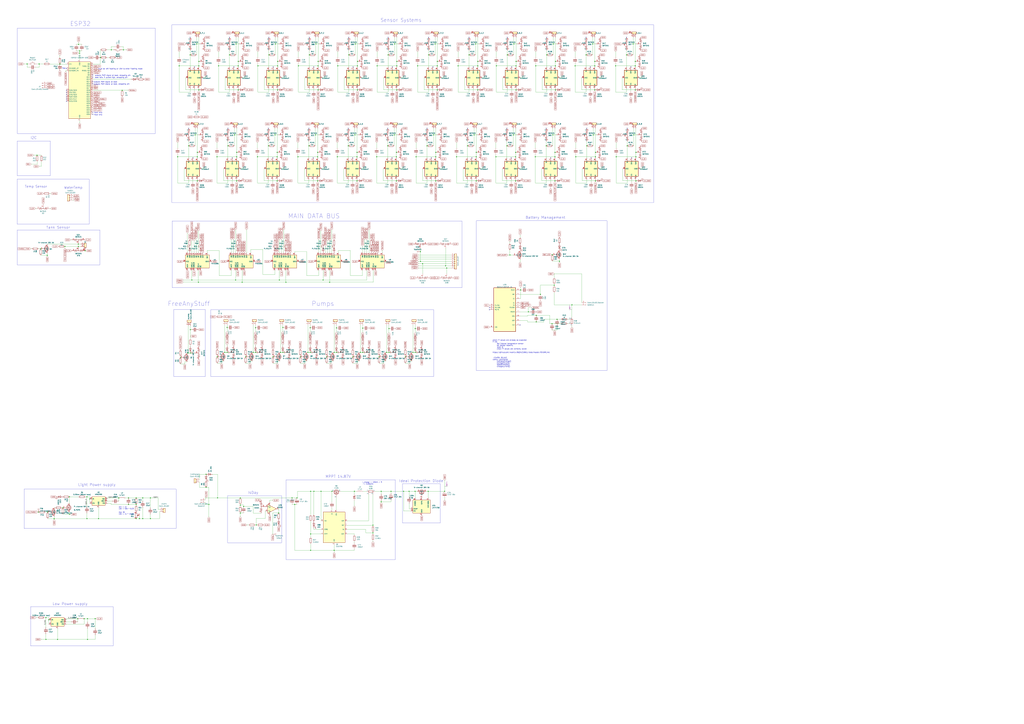
<source format=kicad_sch>
(kicad_sch (version 20230121) (generator eeschema)
  (paper "A0")
  (title_block (title "Plant Controller") (date "2020-12-21") (rev "0.4a") (company "C3MA"))
  (junction (at 242.57 586.105))
  (junction (at 460.756 104.394))
  (junction (at 279.019 586.867))
  (junction (at 649.605 303.53))
  (junction (at 415.036 76.454))
  (junction (at 110.49 718.82))
  (junction (at 738.378 182.118))
  (junction (at 387.985 639.445))
  (junction (at 100.965 577.215))
  (junction (at 228.346 51.054))
  (junction (at 276.606 76.454))
  (junction (at 274.066 51.054))
  (junction (at 261.112 409.448))
  (junction (at 321.818 177.038))
  (junction (at 322.326 76.454))
  (junction (at 390.652 409.448))
  (junction (at 239.268 566.293))
  (junction (at 143.256 57.912))
  (junction (at 239.268 551.053))
  (junction (at 552.196 51.054))
  (junction (at 437.896 76.454))
  (junction (at 321.818 210.058))
  (junction (at 100.965 602.615))
  (junction (at 230.378 327.914))
  (junction (at 598.678 210.058))
  (junction (at 667.766 76.454))
  (junction (at 442.595 582.93))
  (junction (at 490.728 306.324))
  (junction (at 454.025 570.865))
  (junction (at 621.538 182.118))
  (junction (at 226.568 156.718))
  (junction (at 507.746 76.454))
  (junction (at 552.958 182.118))
  (junction (at 488.188 292.354))
  (junction (at 297.561 609.981))
  (junction (at 415.036 104.394))
  (junction (at 642.366 51.054))
  (junction (at 368.808 210.058))
  (junction (at 346.456 76.454))
  (junction (at 218.44 410.21))
  (junction (at 360.172 380.746))
  (junction (at 505.206 51.054))
  (junction (at 482.092 409.448))
  (junction (at 599.186 71.374))
  (junction (at 328.422 380.492))
  (junction (at 474.98 570.865))
  (junction (at 690.626 71.374))
  (junction (at 264.668 169.418))
  (junction (at 165.735 578.485))
  (junction (at 348.742 414.528))
  (junction (at 104.267 579.628))
  (junction (at 421.132 409.448))
  (junction (at 457.708 156.718))
  (junction (at 274.828 177.038))
  (junction (at 598.678 177.038))
  (junction (at 483.108 182.118))
  (junction (at 641.35 295.91))
  (junction (at 62.865 602.615))
  (junction (at 450.596 63.754))
  (junction (at 73.025 589.915))
  (junction (at 141.859 104.902))
  (junction (at 263.652 409.448))
  (junction (at 42.926 180.34))
  (junction (at 344.805 578.485))
  (junction (at 497.586 63.754))
  (junction (at 279.019 596.138))
  (junction (at 92.456 59.182))
  (junction (at 627.507 342.011))
  (junction (at 449.072 409.448))
  (junction (at 554.736 104.394))
  (junction (at 229.108 210.058))
  (junction (at 158.115 602.615))
  (junction (at 664.083 354.203))
  (junction (at 634.238 169.418))
  (junction (at 516.255 570.865))
  (junction (at 294.132 409.448))
  (junction (at 530.098 182.118))
  (junction (at 299.466 76.454))
  (junction (at 229.108 177.038))
  (junction (at 404.368 169.418))
  (junction (at 285.242 414.528))
  (junction (at 622.046 76.454))
  (junction (at 319.786 51.054))
  (junction (at 149.225 578.485))
  (junction (at 668.528 182.118))
  (junction (at 360.172 409.448))
  (junction (at 437.388 182.118))
  (junction (at 421.132 381.254))
  (junction (at 468.63 570.865))
  (junction (at 411.48 570.865))
  (junction (at 404.876 63.754))
  (junction (at 331.978 327.914))
  (junction (at 646.811 370.967))
  (junction (at 47.244 289.052))
  (junction (at 161.925 602.615))
  (junction (at 433.07 610.235))
  (junction (at 272.288 156.718))
  (junction (at 738.378 210.058))
  (junction (at 252.222 414.528))
  (junction (at 369.316 104.394))
  (junction (at 507.746 71.374))
  (junction (at 737.616 71.374))
  (junction (at 497.205 570.865))
  (junction (at 460.248 177.038))
  (junction (at 53.34 742.95))
  (junction (at 360.68 639.445))
  (junction (at 596.138 156.718))
  (junction (at 575.818 182.118))
  (junction (at 727.456 63.754))
  (junction (at 458.216 51.054))
  (junction (at 273.558 325.374))
  (junction (at 442.595 570.865))
  (junction (at 507.746 104.394))
  (junction (at 481.965 570.865))
  (junction (at 390.652 381))
  (junction (at 691.388 182.118))
  (junction (at 137.795 578.485))
  (junction (at 375.158 325.374))
  (junction (at 388.112 409.448))
  (junction (at 252.603 578.485))
  (junction (at 90.932 283.718))
  (junction (at 542.798 169.418))
  (junction (at 552.958 177.038))
  (junction (at 266.446 63.754))
  (junction (at 312.166 63.754))
  (junction (at 385.445 570.865))
  (junction (at 366.776 51.054))
  (junction (at 598.678 182.118))
  (junction (at 116.586 66.802))
  (junction (at 206.248 182.118))
  (junction (at 644.398 177.038))
  (junction (at 495.808 169.418))
  (junction (at 738.378 177.038))
  (junction (at 66.802 742.95))
  (junction (at 222.758 325.374))
  (junction (at 409.702 414.528))
  (junction (at 517.398 308.864))
  (junction (at 369.316 71.374))
  (junction (at 80.645 577.215))
  (junction (at 644.398 210.058))
  (junction (at 97.79 718.82))
  (junction (at 392.176 76.454))
  (junction (at 298.958 182.118))
  (junction (at 550.418 156.718))
  (junction (at 680.466 63.754))
  (junction (at 230.886 76.454))
  (junction (at 364.49 570.865))
  (junction (at 460.248 210.058))
  (junction (at 735.838 156.718))
  (junction (at 75.438 286.258))
  (junction (at 316.992 414.528))
  (junction (at 531.876 76.454))
  (junction (at 411.988 156.718))
  (junction (at 230.886 104.394))
  (junction (at 56.642 720.09))
  (junction (at 737.616 104.394))
  (junction (at 220.726 63.754))
  (junction (at 415.036 71.374))
  (junction (at 158.115 586.105))
  (junction (at 114.427 602.615))
  (junction (at 345.948 182.118))
  (junction (at 688.086 51.054))
  (junction (at 544.576 63.754))
  (junction (at 690.626 104.394))
  (junction (at 599.186 104.394))
  (junction (at 588.518 169.418))
  (junction (at 451.612 381.762))
  (junction (at 737.616 76.454))
  (junction (at 479.552 409.448))
  (junction (at 276.606 104.394))
  (junction (at 129.286 57.912))
  (junction (at 274.828 210.058))
  (junction (at 358.648 169.418))
  (junction (at 276.606 71.374))
  (junction (at 505.968 210.058))
  (junction (at 296.672 409.448))
  (junction (at 174.625 602.615))
  (junction (at 44.704 594.995))
  (junction (at 319.278 156.718))
  (junction (at 433.07 619.125))
  (junction (at 372.745 570.865))
  (junction (at 360.68 570.865))
  (junction (at 460.756 71.374))
  (junction (at 98.806 291.338))
  (junction (at 450.088 169.418))
  (junction (at 342.265 586.105))
  (junction (at 158.115 578.485))
  (junction (at 505.968 182.118))
  (junction (at 149.225 586.105))
  (junction (at 604.393 336.931))
  (junction (at 282.829 588.518))
  (junction (at 470.662 414.528))
  (junction (at 251.968 182.118))
  (junction (at 691.388 210.058))
  (junction (at 296.672 380.746))
  (junction (at 208.026 76.454))
  (junction (at 274.828 182.118))
  (junction (at 484.886 76.454))
  (junction (at 644.398 182.118))
  (junction (at 322.326 71.374))
  (junction (at 323.596 596.011))
  (junction (at 382.778 327.914))
  (junction (at 391.668 182.118))
  (junction (at 728.218 169.418))
  (junction (at 596.646 51.054))
  (junction (at 253.746 76.454))
  (junction (at 691.388 177.038))
  (junction (at 322.326 104.394))
  (junction (at 359.156 63.754))
  (junction (at 321.818 182.118))
  (junction (at 80.645 597.535))
  (junction (at 451.612 409.448))
  (junction (at 460.248 182.118))
  (junction (at 505.968 177.038))
  (junction (at 90.932 286.258))
  (junction (at 45.466 74.295))
  (junction (at 324.358 325.374))
  (junction (at 366.268 156.718))
  (junction (at 263.652 380.492))
  (junction (at 634.746 63.754))
  (junction (at 101.6 742.95))
  (junction (at 360.68 620.395))
  (junction (at 220.98 383.032))
  (junction (at 230.886 71.374))
  (junction (at 622.681 366.395))
  (junction (at 53.34 717.55))
  (junction (at 554.736 71.374))
  (junction (at 715.518 182.118))
  (junction (at 440.182 414.528))
  (junction (at 735.076 51.054))
  (junction (at 165.735 602.615))
  (junction (at 554.736 76.454))
  (junction (at 31.496 74.295))
  (junction (at 643.509 331.343))
  (junction (at 599.186 76.454))
  (junction (at 54.864 296.672))
  (junction (at 482.092 381.762))
  (junction (at 311.658 169.418))
  (junction (at 622.681 374.015))
  (junction (at 412.496 51.054))
  (junction (at 379.222 414.528))
  (junction (at 101.6 718.82))
  (junction (at 339.09 578.485))
  (junction (at 414.528 210.058))
  (junction (at 460.756 76.454))
  (junction (at 90.17 718.82))
  (junction (at 552.958 210.058))
  (junction (at 589.026 63.754))
  (junction (at 503.428 156.718))
  (junction (at 644.906 76.454))
  (junction (at 229.108 182.118))
  (junction (at 209.55 415.29))
  (junction (at 369.316 76.454))
  (junction (at 281.178 327.914))
  (junction (at 174.625 578.485))
  (junction (at 55.245 594.995))
  (junction (at 328.422 409.448))
  (junction (at 488.188 303.784))
  (junction (at 690.626 76.454))
  (junction (at 644.906 71.374))
  (junction (at 688.848 156.718))
  (junction (at 613.537 362.331))
  (junction (at 640.969 376.047))
  (junction (at 220.98 410.21))
  (junction (at 592.074 296.291))
  (junction (at 714.756 76.454))
  (junction (at 69.596 74.422))
  (junction (at 92.456 61.722))
  (junction (at 418.592 409.448))
  (junction (at 518.668 311.404))
  (junction (at 368.808 182.118))
  (junction (at 91.186 51.562))
  (junction (at 325.882 409.448))
  (junction (at 414.528 182.118))
  (junction (at 576.326 76.454))
  (junction (at 414.528 177.038))
  (junction (at 368.808 177.038))
  (junction (at 644.906 104.394))
  (junction (at 279.019 578.485))
  (junction (at 641.858 156.718))
  (junction (at 681.228 169.418))
  (junction (at 218.948 169.418))
  (junction (at 357.632 409.448))
  (no_connect (at 681.228 149.098))
  (no_connect (at 359.156 43.434))
  (no_connect (at 107.696 132.842))
  (no_connect (at 593.598 183.388))
  (no_connect (at 77.216 107.442))
  (no_connect (at 409.448 183.388))
  (no_connect (at 634.238 149.098))
  (no_connect (at 547.878 183.388))
  (no_connect (at 404.368 149.098))
  (no_connect (at 568.325 359.791))
  (no_connect (at 500.888 183.388))
  (no_connect (at 107.696 97.282))
  (no_connect (at 107.696 87.122))
  (no_connect (at 77.216 112.522))
  (no_connect (at 495.808 149.098))
  (no_connect (at 77.216 117.602))
  (no_connect (at 363.728 183.388))
  (no_connect (at 269.748 183.388))
  (no_connect (at 107.696 89.662))
  (no_connect (at 224.028 183.388))
  (no_connect (at 639.826 77.724))
  (no_connect (at 634.746 43.434))
  (no_connect (at 264.668 149.098))
  (no_connect (at 639.318 183.388))
  (no_connect (at 77.216 104.902))
  (no_connect (at 685.546 77.724))
  (no_connect (at 107.696 94.742))
  (no_connect (at 77.216 79.502))
  (no_connect (at 107.696 130.302))
  (no_connect (at 728.218 149.098))
  (no_connect (at 680.466 43.434))
  (no_connect (at 358.648 149.098))
  (no_connect (at 312.166 43.434))
  (no_connect (at 266.446 43.434))
  (no_connect (at 727.456 43.434))
  (no_connect (at 549.656 77.724))
  (no_connect (at 409.956 77.724))
  (no_connect (at 450.596 43.434))
  (no_connect (at 686.308 183.388))
  (no_connect (at 450.088 149.098))
  (no_connect (at 455.168 183.388))
  (no_connect (at 364.236 77.724))
  (no_connect (at 311.658 149.098))
  (no_connect (at 497.586 43.434))
  (no_connect (at 77.216 115.062))
  (no_connect (at 568.325 357.251))
  (no_connect (at 589.026 43.434))
  (no_connect (at 732.536 77.724))
  (no_connect (at 77.216 109.982))
  (no_connect (at 502.666 77.724))
  (no_connect (at 594.106 77.724))
  (no_connect (at 317.246 77.724))
  (no_connect (at 404.876 43.434))
  (no_connect (at 225.806 77.724))
  (no_connect (at 220.726 43.434))
  (no_connect (at 271.526 77.724))
  (no_connect (at 588.518 149.098))
  (no_connect (at 455.676 77.724))
  (no_connect (at 544.576 43.434))
  (no_connect (at 603.885 377.571))
  (no_connect (at 733.298 183.388))
  (no_connect (at 542.798 149.098))
  (no_connect (at 218.948 149.098))
  (no_connect (at 316.738 183.388))
  (wire (pts (xy 43.053 187.833) (xy 43.053 190.754)))
  (wire (pts (xy 675.513 354.203) (xy 664.083 354.203)))
  (wire (pts (xy 76.962 720.09) (xy 76.962 718.82)))
  (wire (pts (xy 406.908 320.294) (xy 420.878 320.294)))
  (wire (pts (xy 220.726 103.124) (xy 220.726 106.934)))
  (wire (pts (xy 261.366 90.424) (xy 261.366 104.394)))
  (wire (pts (xy 311.658 164.338) (xy 311.658 169.418)))
  (wire (pts (xy 631.571 374.015) (xy 622.681 374.015)))
  (wire (pts (xy 274.828 149.098) (xy 274.828 177.038)))
  (wire (pts (xy 43.053 180.213) (xy 42.926 180.213)))
  (wire (pts (xy 133.096 54.102) (xy 129.286 54.102)))
  (wire (pts (xy 183.515 591.82) (xy 183.515 578.485)))
  (wire (pts (xy 451.612 381.762) (xy 451.612 386.588)))
  (wire (pts (xy 385.318 266.954) (xy 385.318 293.624)))
  (wire (pts (xy 345.44 570.865) (xy 345.44 578.485)))
  (wire (pts (xy 588.518 169.418) (xy 588.518 183.388)))
  (wire (pts (xy 322.326 43.434) (xy 322.326 71.374)))
  (wire (pts (xy 228.346 51.054) (xy 232.156 51.054)))
  (wire (pts (xy 274.828 210.058) (xy 274.828 211.328)))
  (wire (pts (xy 54.864 283.718) (xy 90.932 283.718)))
  (wire (pts (xy 279.019 596.138) (xy 279.019 600.329)))
  (wire (pts (xy 354.076 90.424) (xy 354.076 104.394)))
  (wire (pts (xy 629.158 210.058) (xy 644.398 210.058)))
  (wire (pts (xy 420.878 320.294) (xy 420.878 313.944)))
  (wire (pts (xy 322.072 419.608) (xy 322.072 422.148)))
  (wire (pts (xy 695.706 90.424) (xy 698.246 90.424)))
  (wire (pts (xy 263.652 377.698) (xy 263.652 380.492)))
  (wire (pts (xy 253.746 76.454) (xy 253.746 73.914)))
  (wire (pts (xy 92.456 59.182) (xy 94.996 59.182)))
  (wire (pts (xy 218.948 212.598) (xy 206.248 212.598)))
  (wire (pts (xy 231.648 551.053) (xy 239.268 551.053)))
  (wire (pts (xy 392.176 106.934) (xy 392.176 76.454)))
  (wire (pts (xy 359.156 106.934) (xy 346.456 106.934)))
  (wire (pts (xy 634.746 103.124) (xy 634.746 106.934)))
  (wire (pts (xy 485.648 308.864) (xy 517.398 308.864)))
  (wire (pts (xy 76.2 83.312) (xy 76.2 82.042)))
  (wire (pts (xy 478.282 419.608) (xy 475.742 419.608)))
  (wire (pts (xy 495.808 212.598) (xy 483.108 212.598)))
  (wire (pts (xy 372.745 605.155) (xy 372.745 570.865)))
  (wire (pts (xy 230.886 76.454) (xy 230.886 77.724)))
  (wire (pts (xy 185.42 602.615) (xy 185.42 594.36)))
  (wire (pts (xy 110.49 718.82) (xy 110.49 730.25)))
  (wire (pts (xy 467.868 194.818) (xy 467.868 196.088)))
  (wire (pts (xy 38.862 180.34) (xy 42.926 180.34)))
  (wire (pts (xy 399.796 104.394) (xy 415.036 104.394)))
  (wire (pts (xy 738.378 182.118) (xy 738.378 183.388)))
  (wire (pts (xy 390.652 409.448) (xy 388.112 409.448)))
  (wire (pts (xy 322.326 71.374) (xy 322.326 76.454)))
  (wire (pts (xy 422.148 194.818) (xy 422.148 196.088)))
  (wire (pts (xy 737.616 103.124) (xy 737.616 104.394)))
  (wire (pts (xy 390.525 578.485) (xy 390.525 592.455)))
  (wire (pts (xy 644.398 210.058) (xy 644.398 211.328)))
  (wire (pts (xy 470.662 413.258) (xy 470.662 414.528)))
  (wire (pts (xy 404.876 103.124) (xy 404.876 106.934)))
  (wire (pts (xy 450.088 164.338) (xy 450.088 169.418)))
  (wire (pts (xy 490.728 196.088) (xy 490.728 210.058)))
  (wire (pts (xy 437.896 76.454) (xy 437.896 73.914)))
  (wire (pts (xy 737.616 104.394) (xy 737.616 105.664)))
  (wire (pts (xy 735.838 156.718) (xy 739.648 156.718)))
  (wire (pts (xy 161.925 602.615) (xy 165.735 602.615)))
  (wire (pts (xy 217.678 270.764) (xy 217.678 293.624)))
  (wire (pts (xy 539.496 90.424) (xy 539.496 104.394)))
  (wire (pts (xy 329.438 194.818) (xy 329.438 196.088)))
  (wire (pts (xy 612.521 367.411) (xy 603.885 367.411)))
  (wire (pts (xy 537.718 196.088) (xy 537.718 210.058)))
  (wire (pts (xy 604.266 90.424) (xy 606.806 90.424)))
  (wire (pts (xy 345.948 182.118) (xy 345.948 179.578)))
  (wire (pts (xy 613.537 362.331) (xy 615.188 362.331)))
  (wire (pts (xy 497.205 570.865) (xy 497.205 578.485)))
  (wire (pts (xy 62.865 602.615) (xy 100.965 602.615)))
  (wire (pts (xy 659.003 370.967) (xy 660.273 370.967)))
  (wire (pts (xy 276.606 43.434) (xy 276.606 71.374)))
  (wire (pts (xy 512.826 90.424) (xy 515.366 90.424)))
  (wire (pts (xy 174.625 597.535) (xy 174.625 602.615)))
  (wire (pts (xy 346.456 76.454) (xy 369.316 76.454)))
  (wire (pts (xy 114.427 602.615) (xy 114.427 589.788)))
  (wire (pts (xy 640.207 295.91) (xy 641.35 295.91)))
  (wire (pts (xy 517.398 308.864) (xy 523.748 308.864)))
  (wire (pts (xy 385.445 570.865) (xy 385.445 582.93)))
  (wire (pts (xy 643.509 354.203) (xy 664.083 354.203)))
  (wire (pts (xy 714.756 76.454) (xy 714.756 73.914)))
  (wire (pts (xy 298.958 165.608) (xy 298.958 171.958)))
  (wire (pts (xy 680.466 106.934) (xy 667.766 106.934)))
  (wire (pts (xy 259.588 210.058) (xy 274.828 210.058)))
  (wire (pts (xy 409.702 413.258) (xy 409.702 414.528)))
  (wire (pts (xy 328.422 380.492) (xy 328.422 385.318)))
  (wire (pts (xy 737.616 43.434) (xy 737.616 71.374)))
  (wire (pts (xy 271.526 103.124) (xy 271.526 105.664)))
  (wire (pts (xy 324.358 313.944) (xy 324.358 325.374)))
  (wire (pts (xy 254.508 291.084) (xy 254.508 320.294)))
  (wire (pts (xy 128.905 584.708) (xy 128.905 586.105)))
  (wire (pts (xy 392.938 293.624) (xy 392.938 291.084)))
  (wire (pts (xy 643.509 318.135) (xy 643.509 322.707)))
  (wire (pts (xy 415.036 104.394) (xy 415.036 105.664)))
  (wire (pts (xy 411.48 570.865) (xy 411.48 574.04)))
  (wire (pts (xy 485.648 306.324) (xy 490.728 306.324)))
  (wire (pts (xy 364.236 103.124) (xy 364.236 105.664)))
  (wire (pts (xy 279.908 196.088) (xy 282.448 196.088)))
  (wire (pts (xy 392.938 291.084) (xy 406.908 291.084)))
  (wire (pts (xy 675.386 90.424) (xy 675.386 104.394)))
  (wire (pts (xy 321.818 182.118) (xy 321.818 183.388)))
  (wire (pts (xy 442.595 570.865) (xy 435.61 570.865)))
  (wire (pts (xy 484.886 76.454) (xy 507.746 76.454)))
  (wire (pts (xy 417.322 419.608) (xy 414.782 419.608)))
  (wire (pts (xy 542.798 169.418) (xy 542.798 183.388)))
  (wire (pts (xy 550.418 149.098) (xy 550.418 156.718)))
  (wire (pts (xy 92.456 59.182) (xy 92.456 61.722)))
  (wire (pts (xy 324.612 419.608) (xy 322.072 419.608)))
  (wire (pts (xy 58.166 74.295) (xy 58.293 74.295)))
  (wire (pts (xy 305.308 289.814) (xy 305.308 319.024)))
  (wire (pts (xy 358.648 212.598) (xy 345.948 212.598)))
  (wire (pts (xy 316.992 413.258) (xy 316.992 414.528)))
  (wire (pts (xy 691.388 149.098) (xy 691.388 177.038)))
  (wire (pts (xy 560.578 194.818) (xy 560.578 196.088)))
  (wire (pts (xy 360.68 570.865) (xy 364.49 570.865)))
  (wire (pts (xy 131.826 57.912) (xy 129.286 57.912)))
  (wire (pts (xy 530.098 212.598) (xy 530.098 182.118)))
  (wire (pts (xy 681.228 212.598) (xy 668.528 212.598)))
  (wire (pts (xy 411.48 581.66) (xy 411.48 588.01)))
  (wire (pts (xy 53.34 717.55) (xy 56.642 717.55)))
  (wire (pts (xy 100.965 596.265) (xy 100.965 602.615)))
  (wire (pts (xy 342.138 292.354) (xy 356.108 292.354)))
  (wire (pts (xy 552.196 51.054) (xy 556.006 51.054)))
  (wire (pts (xy 263.652 409.448) (xy 266.192 409.448)))
  (wire (pts (xy 97.79 718.82) (xy 101.6 718.82)))
  (wire (pts (xy 366.776 51.054) (xy 366.776 63.754)))
  (wire (pts (xy 239.268 566.293) (xy 242.57 566.293)))
  (wire (pts (xy 688.086 51.054) (xy 691.896 51.054)))
  (wire (pts (xy 723.138 210.058) (xy 738.378 210.058)))
  (wire (pts (xy 387.985 633.095) (xy 387.985 639.445)))
  (wire (pts (xy 261.366 104.394) (xy 276.606 104.394)))
  (wire (pts (xy 276.606 103.124) (xy 276.606 104.394)))
  (wire (pts (xy 596.138 156.718) (xy 596.138 169.418)))
  (wire (pts (xy 505.206 51.054) (xy 509.016 51.054)))
  (wire (pts (xy 382.778 327.914) (xy 433.578 327.914)))
  (wire (pts (xy 69.596 74.422) (xy 77.216 74.422)))
  (wire (pts (xy 110.49 718.82) (xy 111.76 718.82)))
  (wire (pts (xy 513.588 194.818) (xy 513.588 196.088)))
  (wire (pts (xy 328.422 409.448) (xy 325.882 409.448)))
  (wire (pts (xy 339.09 586.105) (xy 342.265 586.105)))
  (wire (pts (xy 323.469 591.185) (xy 323.596 591.185)))
  (wire (pts (xy 583.438 196.088) (xy 583.438 210.058)))
  (wire (pts (xy 437.388 212.598) (xy 437.388 182.118)))
  (wire (pts (xy 544.576 63.754) (xy 544.576 77.724)))
  (wire (pts (xy 356.108 320.294) (xy 370.078 320.294)))
  (wire (pts (xy 559.816 90.424) (xy 562.356 90.424)))
  (wire (pts (xy 185.42 591.82) (xy 183.515 591.82)))
  (wire (pts (xy 158.115 578.485) (xy 165.735 578.485)))
  (wire (pts (xy 484.886 76.454) (xy 484.886 73.914)))
  (wire (pts (xy 468.63 570.865) (xy 474.98 570.865)))
  (wire (pts (xy 404.876 106.934) (xy 392.176 106.934)))
  (wire (pts (xy 483.108 165.608) (xy 483.108 171.958)))
  (wire (pts (xy 372.745 570.865) (xy 385.445 570.865)))
  (wire (pts (xy 274.066 51.054) (xy 277.876 51.054)))
  (wire (pts (xy 62.865 602.615) (xy 62.865 603.885)))
  (wire (pts (xy 552.196 43.434) (xy 552.196 51.054)))
  (wire (pts (xy 268.478 278.384) (xy 268.478 293.624)))
  (wire (pts (xy 42.926 180.34) (xy 48.133 180.34)))
  (wire (pts (xy 279.019 586.867) (xy 282.829 586.867)))
  (wire (pts (xy 390.652 401.066) (xy 390.652 401.828)))
  (wire (pts (xy 627.507 342.011) (xy 627.507 331.343)))
  (wire (pts (xy 646.811 383.667) (xy 640.969 383.667)))
  (wire (pts (xy 375.158 313.944) (xy 375.158 325.374)))
  (wire (pts (xy 231.648 557.403) (xy 231.648 551.053)))
  (wire (pts (xy 481.965 570.865) (xy 481.965 578.485)))
  (wire (pts (xy 502.666 103.124) (xy 502.666 105.664)))
  (wire (pts (xy 596.646 43.434) (xy 596.646 51.054)))
  (wire (pts (xy 312.166 63.754) (xy 312.166 77.724)))
  (wire (pts (xy 141.859 104.902) (xy 107.696 104.902)))
  (wire (pts (xy 488.188 303.784) (xy 523.748 303.784)))
  (wire (pts (xy 649.605 300.99) (xy 649.605 303.53)))
  (wire (pts (xy 296.672 377.698) (xy 296.672 380.746)))
  (wire (pts (xy 404.368 169.418) (xy 404.368 183.388)))
  (wire (pts (xy 404.876 63.754) (xy 404.876 77.724)))
  (wire (pts (xy 450.596 63.754) (xy 450.596 77.724)))
  (wire (pts (xy 592.074 280.797) (xy 592.074 282.956)))
  (wire (pts (xy 497.586 106.934) (xy 484.886 106.934)))
  (wire (pts (xy 124.206 66.802) (xy 126.746 66.802)))
  (wire (pts (xy 516.255 581.152) (xy 516.255 578.485)))
  (wire (pts (xy 562.356 89.154) (xy 562.356 90.424)))
  (wire (pts (xy 503.428 156.718) (xy 503.428 169.418)))
  (wire (pts (xy 639.318 208.788) (xy 639.318 211.328)))
  (wire (pts (xy 100.965 602.615) (xy 114.427 602.615)))
  (wire (pts (xy 272.288 149.098) (xy 272.288 156.718)))
  (wire (pts (xy 411.48 620.395) (xy 411.48 621.665)))
  (wire (pts (xy 327.406 90.424) (xy 329.946 90.424)))
  (wire (pts (xy 639.826 103.124) (xy 639.826 105.664)))
  (wire (pts (xy 76.962 718.82) (xy 90.17 718.82)))
  (wire (pts (xy 251.968 182.118) (xy 274.828 182.118)))
  (wire (pts (xy 594.106 103.124) (xy 594.106 105.664)))
  (wire (pts (xy 531.876 59.944) (xy 531.876 66.294)))
  (wire (pts (xy 92.456 61.722) (xy 91.186 61.722)))
  (wire (pts (xy 643.509 331.343) (xy 643.509 330.327)))
  (wire (pts (xy 234.188 196.088) (xy 236.728 196.088)))
  (wire (pts (xy 391.668 182.118) (xy 391.668 179.578)))
  (wire (pts (xy 475.742 422.148) (xy 470.662 422.148)))
  (wire (pts (xy 100.965 577.215) (xy 104.267 577.215)))
  (wire (pts (xy 598.678 208.788) (xy 598.678 210.058)))
  (wire (pts (xy 427.99 605.155) (xy 403.225 605.155)))
  (wire (pts (xy 714.756 59.944) (xy 714.756 66.294)))
  (wire (pts (xy 451.612 409.448) (xy 449.072 409.448)))
  (wire (pts (xy 34.036 78.105) (xy 31.496 78.105)))
  (wire (pts (xy 421.132 381.254) (xy 421.132 386.08)))
  (wire (pts (xy 129.286 54.102) (xy 129.286 57.912)))
  (wire (pts (xy 379.222 413.258) (xy 379.222 414.528)))
  (wire (pts (xy 322.326 104.394) (xy 322.326 105.664)))
  (wire (pts (xy 544.576 103.124) (xy 544.576 106.934)))
  (wire (pts (xy 53.34 717.55) (xy 53.34 728.98)))
  (wire (pts (xy 274.066 43.434) (xy 274.066 51.054)))
  (wire (pts (xy 451.612 409.448) (xy 454.152 409.448)))
  (wire (pts (xy 317.246 103.124) (xy 317.246 105.664)))
  (wire (pts (xy 552.958 208.788) (xy 552.958 210.058)))
  (wire (pts (xy 468.376 89.154) (xy 468.376 90.424)))
  (wire (pts (xy 360.68 620.395) (xy 372.745 620.395)))
  (wire (pts (xy 294.132 596.265) (xy 303.149 596.265)))
  (wire (pts (xy 458.216 43.434) (xy 458.216 51.054)))
  (wire (pts (xy 220.98 410.21) (xy 225.806 410.21)))
  (wire (pts (xy 364.49 615.315) (xy 364.49 613.41)))
  (wire (pts (xy 76.962 725.17) (xy 97.79 725.17)))
  (wire (pts (xy 445.516 90.424) (xy 445.516 104.394)))
  (wire (pts (xy 442.595 582.93) (xy 442.595 584.2)))
  (wire (pts (xy 212.598 325.374) (xy 222.758 325.374)))
  (wire (pts (xy 411.48 570.865) (xy 414.02 570.865)))
  (wire (pts (xy 290.322 419.608) (xy 290.322 422.148)))
  (wire (pts (xy 433.07 610.235) (xy 433.07 610.87)))
  (wire (pts (xy 263.652 380.492) (xy 263.652 385.318)))
  (wire (pts (xy 604.393 336.931) (xy 605.155 336.931)))
  (wire (pts (xy 399.796 90.424) (xy 399.796 104.394)))
  (wire (pts (xy 414.782 419.608) (xy 414.782 422.148)))
  (wire (pts (xy 423.418 278.384) (xy 423.418 293.624)))
  (wire (pts (xy 226.568 156.718) (xy 230.378 156.718)))
  (wire (pts (xy 259.588 196.088) (xy 259.588 210.058)))
  (wire (pts (xy 644.906 71.374) (xy 644.906 76.454)))
  (wire (pts (xy 507.746 103.124) (xy 507.746 104.394)))
  (wire (pts (xy 345.44 570.865) (xy 360.68 570.865)))
  (wire (pts (xy 331.978 327.914) (xy 382.778 327.914)))
  (wire (pts (xy 360.172 380.746) (xy 360.172 385.572)))
  (wire (pts (xy 246.888 551.053) (xy 252.603 551.053)))
  (wire (pts (xy 667.766 59.944) (xy 667.766 66.294)))
  (wire (pts (xy 649.986 90.424) (xy 652.526 90.424)))
  (wire (pts (xy 505.968 210.058) (xy 505.968 211.328)))
  (wire (pts (xy 387.985 639.445) (xy 387.985 641.985)))
  (wire (pts (xy 598.678 182.118) (xy 598.678 183.388)))
  (wire (pts (xy 507.746 43.434) (xy 507.746 71.374)))
  (wire (pts (xy 54.864 296.672) (xy 54.864 297.942)))
  (wire (pts (xy 296.672 380.746) (xy 296.672 385.572)))
  (wire (pts (xy 403.225 610.235) (xy 433.07 610.235)))
  (wire (pts (xy 272.288 156.718) (xy 272.288 169.418)))
  (wire (pts (xy 474.98 584.835) (xy 474.98 591.185)))
  (wire (pts (xy 242.57 586.105) (xy 242.57 600.71)))
  (wire (pts (xy 281.178 327.914) (xy 331.978 327.914)))
  (wire (pts (xy 212.598 327.914) (xy 230.378 327.914)))
  (wire (pts (xy 57.658 242.189) (xy 58.928 242.189)))
  (wire (pts (xy 403.225 620.395) (xy 411.48 620.395)))
  (wire (pts (xy 253.746 59.944) (xy 253.746 66.294)))
  (wire (pts (xy 627.507 331.343) (xy 643.509 331.343)))
  (wire (pts (xy 319.786 51.054) (xy 319.786 63.754)))
  (wire (pts (xy 425.958 278.384) (xy 425.958 293.624)))
  (wire (pts (xy 406.908 291.084) (xy 406.908 320.294)))
  (wire (pts (xy 91.186 51.562) (xy 94.996 51.562)))
  (wire (pts (xy 215.646 104.394) (xy 230.886 104.394)))
  (wire (pts (xy 542.798 164.338) (xy 542.798 169.418)))
  (wire (pts (xy 364.49 570.865) (xy 372.745 570.865)))
  (wire (pts (xy 286.258 266.954) (xy 286.258 293.624)))
  (wire (pts (xy 599.186 104.394) (xy 599.186 105.664)))
  (wire (pts (xy 321.818 210.058) (xy 321.818 211.328)))
  (wire (pts (xy 552.958 177.038) (xy 552.958 182.118)))
  (wire (pts (xy 261.112 409.448) (xy 259.842 409.448)))
  (wire (pts (xy 445.008 210.058) (xy 460.248 210.058)))
  (wire (pts (xy 297.561 602.234) (xy 308.229 602.234)))
  (wire (pts (xy 145.415 578.485) (xy 149.225 578.485)))
  (wire (pts (xy 638.429 366.395) (xy 622.681 366.395)))
  (wire (pts (xy 321.818 149.098) (xy 321.818 177.038)))
  (wire (pts (xy 73.025 597.535) (xy 80.645 597.535)))
  (wire (pts (xy 220.98 383.032) (xy 222.504 383.032)))
  (wire (pts (xy 414.528 149.098) (xy 414.528 177.038)))
  (wire (pts (xy 281.178 313.944) (xy 281.178 327.914)))
  (wire (pts (xy 360.68 605.79) (xy 360.68 620.395)))
  (wire (pts (xy 42.418 242.189) (xy 41.148 242.189)))
  (wire (pts (xy 299.466 106.934) (xy 299.466 76.454)))
  (wire (pts (xy 312.166 58.674) (xy 312.166 63.754)))
  (wire (pts (xy 274.828 208.788) (xy 274.828 210.058)))
  (wire (pts (xy 427.99 574.675) (xy 427.99 605.155)))
  (wire (pts (xy 414.782 422.148) (xy 409.702 422.148)))
  (wire (pts (xy 447.802 419.608) (xy 445.262 419.608)))
  (wire (pts (xy 101.6 718.82) (xy 101.6 722.63)))
  (wire (pts (xy 483.108 182.118) (xy 505.968 182.118)))
  (wire (pts (xy 451.612 377.698) (xy 451.612 381.762)))
  (wire (pts (xy 128.905 586.105) (xy 149.225 586.105)))
  (wire (pts (xy 443.738 291.084) (xy 443.738 293.624)))
  (wire (pts (xy 325.882 409.448) (xy 324.612 409.448)))
  (wire (pts (xy 225.806 103.124) (xy 225.806 105.664)))
  (wire (pts (xy 76.2 82.042) (xy 77.216 82.042)))
  (wire (pts (xy 263.652 401.828) (xy 263.652 400.558)))
  (wire (pts (xy 263.652 409.448) (xy 261.112 409.448)))
  (wire (pts (xy 460.248 149.098) (xy 460.248 177.038)))
  (wire (pts (xy 230.886 103.124) (xy 230.886 104.394)))
  (wire (pts (xy 124.587 578.485) (xy 137.795 578.485)))
  (wire (pts (xy 542.798 212.598) (xy 530.098 212.598)))
  (wire (pts (xy 554.736 76.454) (xy 554.736 77.724)))
  (wire (pts (xy 500.888 208.788) (xy 500.888 211.328)))
  (wire (pts (xy 41.91 717.55) (xy 43.942 717.55)))
  (wire (pts (xy 80.645 597.535) (xy 80.645 594.995)))
  (wire (pts (xy 208.026 76.454) (xy 230.886 76.454)))
  (wire (pts (xy 643.509 318.135) (xy 675.513 318.135)))
  (wire (pts (xy 552.958 182.118) (xy 552.958 183.388)))
  (wire (pts (xy 688.086 43.434) (xy 688.086 51.054)))
  (wire (pts (xy 230.378 268.224) (xy 230.378 293.624)))
  (wire (pts (xy 143.256 57.912) (xy 141.986 57.912)))
  (wire (pts (xy 360.172 400.812) (xy 360.172 401.828)))
  (wire (pts (xy 229.108 177.038) (xy 229.108 182.118)))
  (wire (pts (xy 225.298 279.654) (xy 225.298 293.624)))
  (wire (pts (xy 322.326 76.454) (xy 322.326 77.724)))
  (wire (pts (xy 174.625 578.485) (xy 183.515 578.485)))
  (wire (pts (xy 691.388 208.788) (xy 691.388 210.058)))
  (wire (pts (xy 274.828 182.118) (xy 274.828 183.388)))
  (wire (pts (xy 421.132 377.698) (xy 421.132 381.254)))
  (wire (pts (xy 80.645 577.215) (xy 80.645 584.835)))
  (wire (pts (xy 485.648 303.784) (xy 488.188 303.784)))
  (wire (pts (xy 218.44 410.21) (xy 217.17 410.21)))
  (wire (pts (xy 69.596 66.802) (xy 69.596 64.262)))
  (wire (pts (xy 598.678 210.058) (xy 598.678 211.328)))
  (wire (pts (xy 505.206 51.054) (xy 505.206 63.754)))
  (wire (pts (xy 48.133 193.294) (xy 48.133 187.96)))
  (wire (pts (xy 631.571 370.967) (xy 631.571 374.015)))
  (wire (pts (xy 218.948 169.418) (xy 218.948 183.388)))
  (wire (pts (xy 230.886 43.434) (xy 230.886 71.374)))
  (wire (pts (xy 124.587 582.168) (xy 124.714 582.168)))
  (wire (pts (xy 238.125 583.565) (xy 238.125 586.105)))
  (wire (pts (xy 261.112 377.698) (xy 261.112 409.448)))
  (wire (pts (xy 403.225 615.315) (xy 424.815 615.315)))
  (wire (pts (xy 104.267 579.628) (xy 104.267 584.708)))
  (wire (pts (xy 596.138 156.718) (xy 599.948 156.718)))
  (wire (pts (xy 99.822 291.338) (xy 98.806 291.338)))
  (wire (pts (xy 266.446 58.674) (xy 266.446 63.754)))
  (wire (pts (xy 80.645 597.535) (xy 81.915 597.535)))
  (wire (pts (xy 696.468 196.088) (xy 699.008 196.088)))
  (wire (pts (xy 646.811 378.587) (xy 646.811 383.667)))
  (wire (pts (xy 252.603 551.053) (xy 252.603 578.485)))
  (wire (pts (xy 641.35 295.91) (xy 641.985 295.91)))
  (wire (pts (xy 583.946 90.424) (xy 583.946 104.394)))
  (wire (pts (xy 644.906 43.434) (xy 644.906 71.374)))
  (wire (pts (xy 606.806 89.154) (xy 606.806 90.424)))
  (wire (pts (xy 90.932 283.718) (xy 93.726 283.718)))
  (wire (pts (xy 589.661 296.291) (xy 592.074 296.291)))
  (wire (pts (xy 437.896 106.934) (xy 437.896 76.454)))
  (wire (pts (xy 240.538 291.084) (xy 240.538 293.624)))
  (wire (pts (xy 369.316 71.374) (xy 369.316 76.454)))
  (wire (pts (xy 31.496 74.295) (xy 31.496 78.105)))
  (wire (pts (xy 675.386 104.394) (xy 690.626 104.394)))
  (wire (pts (xy 460.248 208.788) (xy 460.248 210.058)))
  (wire (pts (xy 621.538 165.608) (xy 621.538 171.958)))
  (wire (pts (xy 634.746 58.674) (xy 634.746 63.754)))
  (wire (pts (xy 485.648 296.164) (xy 523.748 296.164)))
  (wire (pts (xy 598.678 177.038) (xy 598.678 182.118)))
  (wire (pts (xy 47.752 742.95) (xy 53.34 742.95)))
  (wire (pts (xy 442.595 574.04) (xy 442.595 570.865)))
  (wire (pts (xy 129.286 57.912) (xy 124.206 57.912)))
  (wire (pts (xy 445.008 196.088) (xy 445.008 210.058)))
  (wire (pts (xy 723.138 196.088) (xy 723.138 210.058)))
  (wire (pts (xy 643.509 339.979) (xy 643.509 354.203)))
  (wire (pts (xy 228.346 51.054) (xy 228.346 63.754)))
  (wire (pts (xy 319.278 149.098) (xy 319.278 156.718)))
  (wire (pts (xy 359.156 103.124) (xy 359.156 106.934)))
  (wire (pts (xy 576.326 76.454) (xy 599.186 76.454)))
  (wire (pts (xy 644.398 182.118) (xy 644.398 183.388)))
  (wire (pts (xy 326.898 196.088) (xy 329.438 196.088)))
  (wire (pts (xy 737.616 76.454) (xy 737.616 77.724)))
  (wire (pts (xy 228.346 43.434) (xy 228.346 51.054)))
  (wire (pts (xy 316.611 581.152) (xy 313.309 581.152)))
  (wire (pts (xy 409.448 208.788) (xy 409.448 211.328)))
  (wire (pts (xy 415.036 43.434) (xy 415.036 71.374)))
  (wire (pts (xy 485.648 298.704) (xy 523.748 298.704)))
  (wire (pts (xy 229.108 210.058) (xy 229.108 211.328)))
  (wire (pts (xy 82.042 278.638) (xy 83.312 278.638)))
  (wire (pts (xy 370.078 278.384) (xy 370.078 293.624)))
  (wire (pts (xy 299.466 76.454) (xy 299.466 73.914)))
  (wire (pts (xy 492.506 104.394) (xy 507.746 104.394)))
  (wire (pts (xy 357.632 409.448) (xy 356.362 409.448)))
  (wire (pts (xy 305.308 319.024) (xy 319.278 319.024)))
  (wire (pts (xy 612.521 374.015) (xy 622.681 374.015)))
  (wire (pts (xy 306.578 210.058) (xy 321.818 210.058)))
  (wire (pts (xy 537.718 210.058) (xy 552.958 210.058)))
  (wire (pts (xy 323.596 591.185) (xy 323.596 596.011)))
  (wire (pts (xy 691.388 182.118) (xy 691.388 183.388)))
  (wire (pts (xy 251.968 182.118) (xy 251.968 179.578)))
  (wire (pts (xy 698.246 89.154) (xy 698.246 90.424)))
  (wire (pts (xy 218.44 410.21) (xy 220.98 410.21)))
  (wire (pts (xy 681.228 164.338) (xy 681.228 169.418)))
  (wire (pts (xy 681.228 208.788) (xy 681.228 212.598)))
  (wire (pts (xy 412.496 51.054) (xy 416.306 51.054)))
  (wire (pts (xy 124.714 582.295) (xy 130.175 582.295)))
  (wire (pts (xy 101.6 730.25) (xy 101.6 742.95)))
  (wire (pts (xy 116.586 66.802) (xy 116.586 74.422)))
  (wire (pts (xy 411.988 156.718) (xy 411.988 169.418)))
  (wire (pts (xy 358.648 164.338) (xy 358.648 169.418)))
  (wire (pts (xy 273.558 266.954) (xy 273.558 293.624)))
  (wire (pts (xy 505.968 208.788) (xy 505.968 210.058)))
  (wire (pts (xy 450.596 103.124) (xy 450.596 106.934)))
  (wire (pts (xy 90.932 286.258) (xy 93.726 286.258)))
  (wire (pts (xy 124.587 584.708) (xy 128.905 584.708)))
  (wire (pts (xy 475.742 419.608) (xy 475.742 422.148)))
  (wire (pts (xy 230.886 104.394) (xy 230.886 105.664)))
  (wire (pts (xy 621.538 212.598) (xy 621.538 182.118)))
  (wire (pts (xy 158.115 586.105) (xy 158.115 587.375)))
  (wire (pts (xy 603.885 301.371) (xy 603.885 304.673)))
  (wire (pts (xy 437.388 182.118) (xy 437.388 179.578)))
  (wire (pts (xy 603.885 342.011) (xy 627.507 342.011)))
  (wire (pts (xy 652.018 194.818) (xy 652.018 196.088)))
  (wire (pts (xy 455.168 208.788) (xy 455.168 211.328)))
  (wire (pts (xy 474.98 570.865) (xy 474.98 577.215)))
  (wire (pts (xy 236.728 194.818) (xy 236.728 196.088)))
  (wire (pts (xy 681.228 169.418) (xy 681.228 183.388)))
  (wire (pts (xy 589.026 103.124) (xy 589.026 106.934)))
  (wire (pts (xy 107.696 74.422) (xy 116.586 74.422)))
  (wire (pts (xy 411.48 639.445) (xy 387.985 639.445)))
  (wire (pts (xy 460.248 210.058) (xy 460.248 211.328)))
  (wire (pts (xy 324.358 278.384) (xy 324.358 293.624)))
  (wire (pts (xy 27.686 74.295) (xy 31.496 74.295)))
  (wire (pts (xy 685.546 103.124) (xy 685.546 105.664)))
  (wire (pts (xy 589.026 63.754) (xy 589.026 77.724)))
  (wire (pts (xy 266.446 103.124) (xy 266.446 106.934)))
  (wire (pts (xy 47.244 296.672) (xy 54.864 296.672)))
  (wire (pts (xy 621.538 182.118) (xy 644.398 182.118)))
  (wire (pts (xy 390.652 377.698) (xy 390.652 381)))
  (wire (pts (xy 240.538 291.084) (xy 254.508 291.084)))
  (wire (pts (xy 460.756 71.374) (xy 460.756 76.454)))
  (wire (pts (xy 715.518 182.118) (xy 738.378 182.118)))
  (wire (pts (xy 411.48 629.285) (xy 411.48 630.555)))
  (wire (pts (xy 360.68 631.825) (xy 360.68 639.445)))
  (wire (pts (xy 599.186 103.124) (xy 599.186 104.394)))
  (wire (pts (xy 733.298 208.788) (xy 733.298 211.328)))
  (wire (pts (xy 58.293 74.295) (xy 58.293 74.422)))
  (wire (pts (xy 644.906 104.394) (xy 644.906 105.664)))
  (wire (pts (xy 251.968 212.598) (xy 251.968 182.118)))
  (wire (pts (xy 213.868 210.058) (xy 229.108 210.058)))
  (wire (pts (xy 629.666 104.394) (xy 644.906 104.394)))
  (wire (pts (xy 252.222 413.258) (xy 252.222 414.528)))
  (wire (pts (xy 299.466 59.944) (xy 299.466 66.294)))
  (wire (pts (xy 668.528 212.598) (xy 668.528 182.118)))
  (wire (pts (xy 691.388 177.038) (xy 691.388 182.118)))
  (wire (pts (xy 231.648 559.943) (xy 231.648 566.293)))
  (wire (pts (xy 344.805 578.485) (xy 345.44 578.485)))
  (wire (pts (xy 474.98 570.865) (xy 481.965 570.865)))
  (wire (pts (xy 503.428 149.098) (xy 503.428 156.718)))
  (wire (pts (xy 238.125 578.485) (xy 252.603 578.485)))
  (wire (pts (xy 476.885 593.725) (xy 468.63 593.725)))
  (wire (pts (xy 732.536 103.124) (xy 732.536 105.664)))
  (wire (pts (xy 518.668 311.404) (xy 523.748 311.404)))
  (wire (pts (xy 458.216 51.054) (xy 458.216 63.754)))
  (wire (pts (xy 479.552 409.448) (xy 478.282 409.448)))
  (wire (pts (xy 56.642 720.09) (xy 56.642 725.17)))
  (wire (pts (xy 331.978 313.944) (xy 331.978 327.914)))
  (wire (pts (xy 550.418 156.718) (xy 554.228 156.718)))
  (wire (pts (xy 544.576 106.934) (xy 531.876 106.934)))
  (wire (pts (xy 642.366 51.054) (xy 646.176 51.054)))
  (wire (pts (xy 91.186 49.022) (xy 91.186 51.562)))
  (wire (pts (xy 375.158 325.374) (xy 425.958 325.374)))
  (wire (pts (xy 319.278 319.024) (xy 319.278 313.944)))
  (wire (pts (xy 641.858 149.098) (xy 641.858 156.718)))
  (wire (pts (xy 583.946 104.394) (xy 599.186 104.394)))
  (wire (pts (xy 368.808 210.058) (xy 368.808 211.328)))
  (wire (pts (xy 328.422 409.448) (xy 330.962 409.448)))
  (wire (pts (xy 279.019 586.867) (xy 279.019 588.137)))
  (wire (pts (xy 208.026 106.934) (xy 208.026 76.454)))
  (wire (pts (xy 404.368 164.338) (xy 404.368 169.418)))
  (wire (pts (xy 345.948 165.608) (xy 345.948 171.958)))
  (wire (pts (xy 360.172 377.698) (xy 360.172 380.746)))
  (wire (pts (xy 603.758 196.088) (xy 606.298 196.088)))
  (wire (pts (xy 346.456 59.944) (xy 346.456 66.294)))
  (wire (pts (xy 88.646 51.562) (xy 91.186 51.562)))
  (wire (pts (xy 319.278 156.718) (xy 323.088 156.718)))
  (wire (pts (xy 363.728 208.788) (xy 363.728 211.328)))
  (wire (pts (xy 291.338 289.814) (xy 305.308 289.814)))
  (wire (pts (xy 404.368 208.788) (xy 404.368 212.598)))
  (wire (pts (xy 576.326 106.934) (xy 576.326 76.454)))
  (wire (pts (xy 45.466 74.295) (xy 45.466 78.105)))
  (wire (pts (xy 640.969 376.047) (xy 651.383 376.047)))
  (wire (pts (xy 450.088 212.598) (xy 437.388 212.598)))
  (wire (pts (xy 368.808 149.098) (xy 368.808 177.038)))
  (wire (pts (xy 728.218 169.418) (xy 728.218 183.388)))
  (wire (pts (xy 479.552 377.698) (xy 479.552 409.448)))
  (wire (pts (xy 588.518 212.598) (xy 575.818 212.598)))
  (wire (pts (xy 691.388 210.058) (xy 691.388 211.328)))
  (wire (pts (xy 644.398 177.038) (xy 644.398 182.118)))
  (wire (pts (xy 589.026 58.674) (xy 589.026 63.754)))
  (wire (pts (xy 688.848 149.098) (xy 688.848 156.718)))
  (wire (pts (xy 165.735 589.915) (xy 165.735 602.615)))
  (wire (pts (xy 420.116 90.424) (xy 422.656 90.424)))
  (wire (pts (xy 57.912 224.79) (xy 59.182 224.79)))
  (wire (pts (xy 342.265 586.105) (xy 344.805 586.105)))
  (wire (pts (xy 308.229 602.234) (xy 308.229 593.725)))
  (wire (pts (xy 297.561 609.981) (xy 298.45 609.981)))
  (wire (pts (xy 226.568 149.098) (xy 226.568 156.718)))
  (wire (pts (xy 488.188 292.354) (xy 488.188 303.784)))
  (wire (pts (xy 390.652 381) (xy 390.652 385.826)))
  (wire (pts (xy 296.418 609.981) (xy 297.561 609.981)))
  (wire (pts (xy 668.528 165.608) (xy 668.528 171.958)))
  (wire (pts (xy 517.398 288.544) (xy 517.398 308.864)))
  (wire (pts (xy 412.496 43.434) (xy 412.496 51.054)))
  (wire (pts (xy 494.665 570.865) (xy 497.205 570.865)))
  (wire (pts (xy 576.326 59.944) (xy 576.326 66.294)))
  (wire (pts (xy 251.968 165.608) (xy 251.968 171.958)))
  (wire (pts (xy 742.696 90.424) (xy 745.236 90.424)))
  (wire (pts (xy 495.808 208.788) (xy 495.808 212.598)))
  (wire (pts (xy 227.838 277.114) (xy 227.838 293.624)))
  (wire (pts (xy 690.626 71.374) (xy 690.626 76.454)))
  (wire (pts (xy 140.716 54.102) (xy 143.256 54.102)))
  (wire (pts (xy 460.756 104.394) (xy 460.756 105.664)))
  (wire (pts (xy 699.008 194.818) (xy 699.008 196.088)))
  (wire (pts (xy 31.496 74.295) (xy 32.766 74.295)))
  (wire (pts (xy 36.195 190.754) (xy 43.053 190.754)))
  (wire (pts (xy 518.668 311.404) (xy 518.668 317.754)))
  (wire (pts (xy 319.786 51.054) (xy 323.596 51.054)))
  (wire (pts (xy 376.428 194.818) (xy 376.428 196.088)))
  (wire (pts (xy 450.088 169.418) (xy 450.088 183.388)))
  (wire (pts (xy 634.746 106.934) (xy 622.046 106.934)))
  (wire (pts (xy 634.238 164.338) (xy 634.238 169.418)))
  (wire (pts (xy 214.63 420.37) (xy 214.63 422.91)))
  (wire (pts (xy 422.656 89.154) (xy 422.656 90.424)))
  (wire (pts (xy 414.528 208.788) (xy 414.528 210.058)))
  (wire (pts (xy 52.705 594.995) (xy 55.245 594.995)))
  (wire (pts (xy 395.605 570.865) (xy 411.48 570.865)))
  (wire (pts (xy 531.876 106.934) (xy 531.876 76.454)))
  (wire (pts (xy 544.576 58.674) (xy 544.576 63.754)))
  (wire (pts (xy 346.456 76.454) (xy 346.456 73.914)))
  (wire (pts (xy 88.646 59.182) (xy 92.456 59.182)))
  (wire (pts (xy 366.268 156.718) (xy 370.078 156.718)))
  (wire (pts (xy 307.086 104.394) (xy 322.326 104.394)))
  (wire (pts (xy 622.046 76.454) (xy 644.906 76.454)))
  (wire (pts (xy 531.876 76.454) (xy 531.876 73.914)))
  (wire (pts (xy 369.316 103.124) (xy 369.316 104.394)))
  (wire (pts (xy 644.906 76.454) (xy 644.906 77.724)))
  (wire (pts (xy 366.268 156.718) (xy 366.268 169.418)))
  (wire (pts (xy 353.822 422.148) (xy 348.742 422.148)))
  (wire (pts (xy 603.885 372.491) (xy 612.521 372.491)))
  (wire (pts (xy 311.658 212.598) (xy 298.958 212.598)))
  (wire (pts (xy 360.172 409.448) (xy 362.712 409.448)))
  (wire (pts (xy 727.456 58.674) (xy 727.456 63.754)))
  (wire (pts (xy 100.965 577.215) (xy 100.965 588.645)))
  (wire (pts (xy 388.112 377.698) (xy 388.112 409.448)))
  (wire (pts (xy 415.036 76.454) (xy 415.036 77.724)))
  (wire (pts (xy 299.466 76.454) (xy 322.326 76.454)))
  (wire (pts (xy 460.248 177.038) (xy 460.248 182.118)))
  (wire (pts (xy 667.766 106.934) (xy 667.766 76.454)))
  (wire (pts (xy 238.506 89.154) (xy 238.506 90.424)))
  (wire (pts (xy 359.156 63.754) (xy 359.156 77.724)))
  (wire (pts (xy 603.885 336.931) (xy 604.393 336.931)))
  (wire (pts (xy 215.646 90.424) (xy 215.646 104.394)))
  (wire (pts (xy 377.698 286.004) (xy 377.698 293.624)))
  (wire (pts (xy 44.704 594.995) (xy 45.085 594.995)))
  (wire (pts (xy 353.568 210.058) (xy 368.808 210.058)))
  (wire (pts (xy 613.537 357.378) (xy 613.537 362.331)))
  (wire (pts (xy 411.48 638.175) (xy 411.48 639.445)))
  (wire (pts (xy 218.948 164.338) (xy 218.948 169.418)))
  (wire (pts (xy 288.798 609.981) (xy 286.512 609.981)))
  (wire (pts (xy 148.971 104.902) (xy 141.859 104.902)))
  (wire (pts (xy 329.438 266.954) (xy 329.438 293.624)))
  (wire (pts (xy 507.746 76.454) (xy 507.746 77.724)))
  (wire (pts (xy 391.668 165.608) (xy 391.668 171.958)))
  (wire (pts (xy 629.666 90.424) (xy 629.666 104.394)))
  (wire (pts (xy 366.776 51.054) (xy 370.586 51.054)))
  (wire (pts (xy 642.366 51.054) (xy 642.366 63.754)))
  (wire (pts (xy 649.478 196.088) (xy 652.018 196.088)))
  (wire (pts (xy 208.026 59.944) (xy 208.026 66.294)))
  (wire (pts (xy 575.818 182.118) (xy 598.678 182.118)))
  (wire (pts (xy 735.076 51.054) (xy 735.076 63.754)))
  (wire (pts (xy 384.302 419.608) (xy 384.302 422.148)))
  (wire (pts (xy 421.132 401.32) (xy 421.132 401.828)))
  (wire (pts (xy 54.864 296.672) (xy 54.864 294.132)))
  (wire (pts (xy 592.074 296.291) (xy 596.265 296.291)))
  (wire (pts (xy 354.076 104.394) (xy 369.316 104.394)))
  (wire (pts (xy 229.108 149.098) (xy 229.108 177.038)))
  (wire (pts (xy 253.746 106.934) (xy 253.746 76.454)))
  (wire (pts (xy 279.019 595.757) (xy 279.019 596.138)))
  (wire (pts (xy 312.166 106.934) (xy 299.466 106.934)))
  (wire (pts (xy 382.778 313.944) (xy 382.778 327.914)))
  (wire (pts (xy 419.608 196.088) (xy 422.148 196.088)))
  (wire (pts (xy 165.735 578.485) (xy 174.625 578.485)))
  (wire (pts (xy 124.587 579.628) (xy 124.587 578.485)))
  (wire (pts (xy 360.68 570.865) (xy 360.68 598.17)))
  (wire (pts (xy 727.456 63.754) (xy 727.456 77.724)))
  (wire (pts (xy 342.265 586.105) (xy 342.265 639.445)))
  (wire (pts (xy 728.218 212.598) (xy 715.518 212.598)))
  (wire (pts (xy 373.888 196.088) (xy 376.428 196.088)))
  (wire (pts (xy 294.132 409.448) (xy 292.862 409.448)))
  (wire (pts (xy 230.886 71.374) (xy 230.886 76.454)))
  (wire (pts (xy 714.756 106.934) (xy 714.756 76.454)))
  (wire (pts (xy 589.026 106.934) (xy 576.326 106.934)))
  (wire (pts (xy 411.988 156.718) (xy 415.798 156.718)))
  (wire (pts (xy 218.44 378.46) (xy 218.44 410.21)))
  (wire (pts (xy 321.818 208.788) (xy 321.818 210.058)))
  (wire (pts (xy 634.238 212.598) (xy 621.538 212.598)))
  (wire (pts (xy 56.642 720.09) (xy 56.642 717.55)))
  (wire (pts (xy 722.376 90.424) (xy 722.376 104.394)))
  (wire (pts (xy 98.933 577.215) (xy 100.965 577.215)))
  (wire (pts (xy 680.466 58.674) (xy 680.466 63.754)))
  (wire (pts (xy 552.958 149.098) (xy 552.958 177.038)))
  (wire (pts (xy 325.882 377.698) (xy 325.882 409.448)))
  (wire (pts (xy 482.092 409.448) (xy 484.632 409.448)))
  (wire (pts (xy 424.815 619.125) (xy 433.07 619.125)))
  (wire (pts (xy 686.308 208.788) (xy 686.308 211.328)))
  (wire (pts (xy 549.656 103.124) (xy 549.656 105.664)))
  (wire (pts (xy 481.965 570.865) (xy 484.505 570.865)))
  (wire (pts (xy 174.625 602.615) (xy 185.42 602.615)))
  (wire (pts (xy 558.038 196.088) (xy 560.578 196.088)))
  (wire (pts (xy 391.668 212.598) (xy 391.668 182.118)))
  (wire (pts (xy 374.396 90.424) (xy 376.936 90.424)))
  (wire (pts (xy 414.528 210.058) (xy 414.528 211.328)))
  (wire (pts (xy 437.388 165.608) (xy 437.388 171.958)))
  (wire (pts (xy 690.626 104.394) (xy 690.626 105.664)))
  (wire (pts (xy 676.148 210.058) (xy 691.388 210.058)))
  (wire (pts (xy 51.562 717.55) (xy 53.34 717.55)))
  (wire (pts (xy 617.22 357.378) (xy 613.537 357.378)))
  (wire (pts (xy 368.808 182.118) (xy 368.808 183.388)))
  (wire (pts (xy 599.186 43.434) (xy 599.186 71.374)))
  (wire (pts (xy 353.568 196.088) (xy 353.568 210.058)))
  (wire (pts (xy 641.858 156.718) (xy 645.668 156.718)))
  (wire (pts (xy 273.558 313.944) (xy 273.558 325.374)))
  (wire (pts (xy 552.196 51.054) (xy 552.196 63.754)))
  (wire (pts (xy 366.776 43.434) (xy 366.776 51.054)))
  (wire (pts (xy 483.108 182.118) (xy 483.108 179.578)))
  (wire (pts (xy 424.815 615.315) (xy 424.815 619.125)))
  (wire (pts (xy 158.115 602.615) (xy 161.925 602.615)))
  (wire (pts (xy 690.626 43.434) (xy 690.626 71.374)))
  (wire (pts (xy 329.946 89.154) (xy 329.946 90.424)))
  (wire (pts (xy 688.848 156.718) (xy 688.848 169.418)))
  (wire (pts (xy 358.648 169.418) (xy 358.648 183.388)))
  (wire (pts (xy 659.003 376.047) (xy 660.273 376.047)))
  (wire (pts (xy 445.262 422.148) (xy 440.182 422.148)))
  (wire (pts (xy 599.186 76.454) (xy 599.186 77.724)))
  (wire (pts (xy 409.956 103.124) (xy 409.956 105.664)))
  (wire (pts (xy 575.818 182.118) (xy 575.818 179.578)))
  (wire (pts (xy 311.658 169.418) (xy 311.658 183.388)))
  (wire (pts (xy 323.596 596.011) (xy 316.484 596.011)))
  (wire (pts (xy 596.646 51.054) (xy 600.456 51.054)))
  (wire (pts (xy 285.242 413.258) (xy 285.242 414.528)))
  (wire (pts (xy 372.618 268.224) (xy 372.618 293.624)))
  (wire (pts (xy 715.518 212.598) (xy 715.518 182.118)))
  (wire (pts (xy 348.742 413.258) (xy 348.742 414.528)))
  (wire (pts (xy 346.456 106.934) (xy 346.456 76.454)))
  (wire (pts (xy 324.358 325.374) (xy 375.158 325.374)))
  (wire (pts (xy 226.568 156.718) (xy 226.568 169.418)))
  (wire (pts (xy 428.498 266.954) (xy 428.498 293.624)))
  (wire (pts (xy 738.378 210.058) (xy 738.378 211.328)))
  (wire (pts (xy 644.398 208.788) (xy 644.398 210.058)))
  (wire (pts (xy 450.596 106.934) (xy 437.896 106.934)))
  (wire (pts (xy 411.988 149.098) (xy 411.988 156.718)))
  (wire (pts (xy 612.521 366.395) (xy 612.521 367.411)))
  (wire (pts (xy 294.132 377.698) (xy 294.132 409.448)))
  (wire (pts (xy 598.678 149.098) (xy 598.678 177.038)))
  (wire (pts (xy 58.293 74.422) (xy 69.596 74.422)))
  (wire (pts (xy 45.466 74.295) (xy 50.546 74.295)))
  (wire (pts (xy 296.672 409.448) (xy 299.212 409.448)))
  (wire (pts (xy 385.445 590.55) (xy 385.445 592.455)))
  (wire (pts (xy 342.138 292.354) (xy 342.138 293.624)))
  (wire (pts (xy 220.98 383.032) (xy 220.98 378.46)))
  (wire (pts (xy 612.521 372.491) (xy 612.521 374.015)))
  (wire (pts (xy 442.595 581.66) (xy 442.595 582.93)))
  (wire (pts (xy 80.645 577.215) (xy 91.313 577.215)))
  (wire (pts (xy 252.603 578.485) (xy 279.019 578.485)))
  (wire (pts (xy 421.132 409.448) (xy 423.672 409.448)))
  (wire (pts (xy 497.586 58.674) (xy 497.586 63.754)))
  (wire (pts (xy 599.186 71.374) (xy 599.186 76.454)))
  (wire (pts (xy 316.738 208.788) (xy 316.738 211.328)))
  (wire (pts (xy 646.811 370.967) (xy 651.383 370.967)))
  (wire (pts (xy 634.238 169.418) (xy 634.238 183.388)))
  (wire (pts (xy 738.378 177.038) (xy 738.378 182.118)))
  (wire (pts (xy 358.648 208.788) (xy 358.648 212.598)))
  (wire (pts (xy 497.586 63.754) (xy 497.586 77.724)))
  (wire (pts (xy 279.019 578.485) (xy 339.09 578.485)))
  (wire (pts (xy 490.728 306.324) (xy 490.728 317.754)))
  (wire (pts (xy 664.083 380.238) (xy 664.083 378.587)))
  (wire (pts (xy 45.339 193.294) (xy 48.133 193.294)))
  (wire (pts (xy 575.818 165.608) (xy 575.818 171.958)))
  (wire (pts (xy 638.429 376.047) (xy 640.969 376.047)))
  (wire (pts (xy 322.326 103.124) (xy 322.326 104.394)))
  (wire (pts (xy 505.206 43.434) (xy 505.206 51.054)))
  (wire (pts (xy 460.756 76.454) (xy 460.756 77.724)))
  (wire (pts (xy 458.216 51.054) (xy 462.026 51.054)))
  (wire (pts (xy 264.668 164.338) (xy 264.668 169.418)))
  (wire (pts (xy 454.025 581.025) (xy 454.025 582.93)))
  (wire (pts (xy 298.958 182.118) (xy 321.818 182.118)))
  (wire (pts (xy 460.756 43.434) (xy 460.756 71.374)))
  (wire (pts (xy 64.135 589.915) (xy 62.865 589.915)))
  (wire (pts (xy 174.625 578.485) (xy 174.625 589.915)))
  (wire (pts (xy 345.948 182.118) (xy 368.808 182.118)))
  (wire (pts (xy 41.656 78.105) (xy 45.466 78.105)))
  (wire (pts (xy 629.158 196.088) (xy 629.158 210.058)))
  (wire (pts (xy 457.708 156.718) (xy 461.518 156.718)))
  (wire (pts (xy 322.072 422.148) (xy 316.992 422.148)))
  (wire (pts (xy 622.046 59.944) (xy 622.046 66.294)))
  (wire (pts (xy 213.868 196.088) (xy 213.868 210.058)))
  (wire (pts (xy 495.808 169.418) (xy 495.808 183.388)))
  (wire (pts (xy 530.098 165.608) (xy 530.098 171.958)))
  (wire (pts (xy 603.885 272.923) (xy 603.885 275.971)))
  (wire (pts (xy 42.926 74.295) (xy 45.466 74.295)))
  (wire (pts (xy 622.046 76.454) (xy 622.046 73.914)))
  (wire (pts (xy 668.528 182.118) (xy 691.388 182.118)))
  (wire (pts (xy 675.513 318.135) (xy 675.513 351.663)))
  (wire (pts (xy 688.086 51.054) (xy 688.086 63.754)))
  (wire (pts (xy 425.958 325.374) (xy 425.958 313.944)))
  (wire (pts (xy 339.09 578.485) (xy 344.805 578.485)))
  (wire (pts (xy 281.686 90.424) (xy 284.226 90.424)))
  (wire (pts (xy 550.418 156.718) (xy 550.418 169.418)))
  (wire (pts (xy 676.148 196.088) (xy 676.148 210.058)))
  (wire (pts (xy 264.668 208.788) (xy 264.668 212.598)))
  (wire (pts (xy 161.925 598.805) (xy 161.925 602.615)))
  (wire (pts (xy 257.302 419.608) (xy 257.302 422.148)))
  (wire (pts (xy 690.626 103.124) (xy 690.626 104.394)))
  (wire (pts (xy 715.518 165.608) (xy 715.518 171.958)))
  (wire (pts (xy 149.225 578.485) (xy 158.115 578.485)))
  (wire (pts (xy 66.802 742.95) (xy 66.802 730.25)))
  (wire (pts (xy 44.704 289.052) (xy 47.244 289.052)))
  (wire (pts (xy 596.138 149.098) (xy 596.138 156.718)))
  (wire (pts (xy 437.388 182.118) (xy 460.248 182.118)))
  (wire (pts (xy 644.906 103.124) (xy 644.906 104.394)))
  (wire (pts (xy 399.288 196.088) (xy 399.288 210.058)))
  (wire (pts (xy 484.886 106.934) (xy 484.886 76.454)))
  (wire (pts (xy 259.842 419.608) (xy 257.302 419.608)))
  (wire (pts (xy 297.561 609.981) (xy 297.561 602.234)))
  (wire (pts (xy 345.948 212.598) (xy 345.948 182.118)))
  (wire (pts (xy 306.578 196.088) (xy 306.578 210.058)))
  (wire (pts (xy 634.746 63.754) (xy 634.746 77.724)))
  (wire (pts (xy 488.188 288.544) (xy 488.188 292.354)))
  (wire (pts (xy 468.63 593.725) (xy 468.63 570.865)))
  (wire (pts (xy 433.07 619.125) (xy 433.07 620.395)))
  (wire (pts (xy 359.156 58.674) (xy 359.156 63.754)))
  (wire (pts (xy 460.248 182.118) (xy 460.248 183.388)))
  (wire (pts (xy 433.578 327.914) (xy 433.578 313.944)))
  (wire (pts (xy 621.538 182.118) (xy 621.538 179.578)))
  (wire (pts (xy 490.728 306.324) (xy 523.748 306.324)))
  (wire (pts (xy 588.518 208.788) (xy 588.518 212.598)))
  (wire (pts (xy 735.076 51.054) (xy 738.886 51.054)))
  (wire (pts (xy 104.267 579.628) (xy 104.267 577.215)))
  (wire (pts (xy 268.478 320.294) (xy 268.478 313.944)))
  (wire (pts (xy 531.876 76.454) (xy 554.736 76.454)))
  (wire (pts (xy 220.98 402.59) (xy 220.98 401.32)))
  (wire (pts (xy 279.019 586.105) (xy 279.019 586.867)))
  (wire (pts (xy 575.818 212.598) (xy 575.818 182.118)))
  (wire (pts (xy 604.393 333.629) (xy 604.393 336.931)))
  (wire (pts (xy 735.838 156.718) (xy 735.838 169.418)))
  (wire (pts (xy 224.028 208.788) (xy 224.028 211.328)))
  (wire (pts (xy 737.616 71.374) (xy 737.616 76.454)))
  (wire (pts (xy 71.755 589.915) (xy 73.025 589.915)))
  (wire (pts (xy 230.378 313.944) (xy 230.378 327.914)))
  (wire (pts (xy 450.596 58.674) (xy 450.596 63.754)))
  (wire (pts (xy 606.298 194.818) (xy 606.298 196.088)))
  (wire (pts (xy 42.926 180.213) (xy 42.926 180.34)))
  (wire (pts (xy 313.309 581.152) (xy 313.309 583.565)))
  (wire (pts (xy 735.838 149.098) (xy 735.838 156.718)))
  (wire (pts (xy 316.611 581.279) (xy 316.611 581.152)))
  (wire (pts (xy 220.98 383.032) (xy 220.98 393.7)))
  (wire (pts (xy 110.49 737.87) (xy 110.49 742.95)))
  (wire (pts (xy 690.626 76.454) (xy 690.626 77.724)))
  (wire (pts (xy 124.714 582.168) (xy 124.714 582.295)))
  (wire (pts (xy 465.836 90.424) (xy 468.376 90.424)))
  (wire (pts (xy 380.238 279.654) (xy 380.238 293.624)))
  (wire (pts (xy 715.518 182.118) (xy 715.518 179.578)))
  (wire (pts (xy 271.018 278.384) (xy 271.018 293.624)))
  (wire (pts (xy 421.132 409.448) (xy 418.592 409.448)))
  (wire (pts (xy 206.248 182.118) (xy 229.108 182.118)))
  (wire (pts (xy 511.048 196.088) (xy 513.588 196.088)))
  (wire (pts (xy 450.088 208.788) (xy 450.088 212.598)))
  (wire (pts (xy 235.966 90.424) (xy 238.506 90.424)))
  (wire (pts (xy 539.496 104.394) (xy 554.736 104.394)))
  (wire (pts (xy 165.735 578.485) (xy 165.735 582.295)))
  (wire (pts (xy 92.456 143.002) (xy 92.456 140.462)))
  (wire (pts (xy 728.218 164.338) (xy 728.218 169.418)))
  (wire (pts (xy 294.132 588.518) (xy 294.132 596.265)))
  (wire (pts (xy 485.648 311.404) (xy 518.668 311.404)))
  (wire (pts (xy 414.528 177.038) (xy 414.528 182.118)))
  (wire (pts (xy 364.49 570.865) (xy 364.49 598.17)))
  (wire (pts (xy 292.862 419.608) (xy 290.322 419.608)))
  (wire (pts (xy 90.17 718.82) (xy 90.17 722.63)))
  (wire (pts (xy 143.256 54.102) (xy 143.256 57.912)))
  (wire (pts (xy 298.958 182.118) (xy 298.958 179.578)))
  (wire (pts (xy 497.586 103.124) (xy 497.586 106.934)))
  (wire (pts (xy 507.746 71.374) (xy 507.746 76.454)))
  (wire (pts (xy 222.758 279.654) (xy 222.758 293.624)))
  (wire (pts (xy 442.595 582.93) (xy 454.025 582.93)))
  (wire (pts (xy 368.808 177.038) (xy 368.808 182.118)))
  (wire (pts (xy 437.896 76.454) (xy 460.756 76.454)))
  (wire (pts (xy 238.125 586.105) (xy 242.57 586.105)))
  (wire (pts (xy 274.066 51.054) (xy 274.066 63.754)))
  (wire (pts (xy 643.509 331.343) (xy 643.509 332.359)))
  (wire (pts (xy 147.066 57.912) (xy 143.256 57.912)))
  (wire (pts (xy 217.17 420.37) (xy 214.63 420.37)))
  (wire (pts (xy 638.429 366.395) (xy 638.429 376.047)))
  (wire (pts (xy 583.438 210.058) (xy 598.678 210.058)))
  (wire (pts (xy 321.818 177.038) (xy 321.818 182.118)))
  (wire (pts (xy 449.072 409.448) (xy 447.802 409.448)))
  (wire (pts (xy 282.448 194.818) (xy 282.448 196.088)))
  (wire (pts (xy 76.962 722.63) (xy 82.55 722.63)))
  (wire (pts (xy 554.736 103.124) (xy 554.736 104.394)))
  (wire (pts (xy 415.036 103.124) (xy 415.036 104.394)))
  (wire (pts (xy 291.338 293.624) (xy 291.338 289.814)))
  (wire (pts (xy 319.786 43.434) (xy 319.786 51.054)))
  (wire (pts (xy 457.708 149.098) (xy 457.708 156.718)))
  (wire (pts (xy 353.822 419.608) (xy 353.822 422.148)))
  (wire (pts (xy 328.422 401.828) (xy 328.422 400.558)))
  (wire (pts (xy 515.366 89.154) (xy 515.366 90.424)))
  (wire (pts (xy 552.958 210.058) (xy 552.958 211.328)))
  (wire (pts (xy 298.958 212.598) (xy 298.958 182.118)))
  (wire (pts (xy 596.646 51.054) (xy 596.646 63.754)))
  (wire (pts (xy 547.878 208.788) (xy 547.878 211.328)))
  (wire (pts (xy 442.595 570.865) (xy 454.025 570.865)))
  (wire (pts (xy 53.34 742.95) (xy 66.802 742.95)))
  (wire (pts (xy 414.528 182.118) (xy 414.528 183.388)))
  (wire (pts (xy 316.484 596.011) (xy 316.484 620.649)))
  (wire (pts (xy 664.083 354.203) (xy 664.083 368.427)))
  (wire (pts (xy 152.146 92.202) (xy 107.696 92.202)))
  (wire (pts (xy 445.262 419.608) (xy 445.262 422.148)))
  (wire (pts (xy 231.648 566.293) (xy 239.268 566.293)))
  (wire (pts (xy 66.802 742.95) (xy 101.6 742.95)))
  (wire (pts (xy 114.427 602.615) (xy 158.115 602.615)))
  (wire (pts (xy 54.864 283.718) (xy 54.864 283.972)))
  (wire (pts (xy 370.078 320.294) (xy 370.078 313.944)))
  (wire (pts (xy 242.57 566.293) (xy 242.57 586.105)))
  (wire (pts (xy 667.766 76.454) (xy 690.626 76.454)))
  (wire (pts (xy 92.456 61.722) (xy 92.456 69.342)))
  (wire (pts (xy 357.632 377.698) (xy 357.632 409.448)))
  (wire (pts (xy 554.736 71.374) (xy 554.736 76.454)))
  (wire (pts (xy 652.526 89.154) (xy 652.526 90.424)))
  (wire (pts (xy 516.255 558.165) (xy 516.255 570.865)))
  (wire (pts (xy 257.302 422.148) (xy 252.222 422.148)))
  (wire (pts (xy 75.438 286.258) (xy 75.438 288.544)))
  (wire (pts (xy 492.506 90.424) (xy 492.506 104.394)))
  (wire (pts (xy 728.218 208.788) (xy 728.218 212.598)))
  (wire (pts (xy 279.019 596.138) (xy 282.829 596.138)))
  (wire (pts (xy 688.848 156.718) (xy 692.658 156.718)))
  (wire (pts (xy 738.378 149.098) (xy 738.378 177.038)))
  (wire (pts (xy 448.818 305.054) (xy 447.548 305.054)))
  (wire (pts (xy 649.605 303.53) (xy 649.605 304.8)))
  (wire (pts (xy 433.07 618.49) (xy 433.07 619.125)))
  (wire (pts (xy 390.652 409.448) (xy 393.192 409.448)))
  (wire (pts (xy 465.328 196.088) (xy 467.868 196.088)))
  (wire (pts (xy 276.606 104.394) (xy 276.606 105.664)))
  (wire (pts (xy 276.606 76.454) (xy 276.606 77.724)))
  (wire (pts (xy 412.496 51.054) (xy 412.496 63.754)))
  (wire (pts (xy 680.466 103.124) (xy 680.466 106.934)))
  (wire (pts (xy 484.886 59.944) (xy 484.886 66.294)))
  (wire (pts (xy 307.086 90.424) (xy 307.086 104.394)))
  (wire (pts (xy 722.376 104.394) (xy 737.616 104.394)))
  (wire (pts (xy 392.176 59.944) (xy 392.176 66.294)))
  (wire (pts (xy 457.708 156.718) (xy 457.708 169.418)))
  (wire (pts (xy 294.132 409.448) (xy 296.672 409.448)))
  (wire (pts (xy 530.098 182.118) (xy 552.958 182.118)))
  (wire (pts (xy 603.885 347.091) (xy 604.393 347.091)))
  (wire (pts (xy 622.046 106.934) (xy 622.046 76.454)))
  (wire (pts (xy 592.074 290.576) (xy 592.074 296.291)))
  (wire (pts (xy 530.098 182.118) (xy 530.098 179.578)))
  (wire (pts (xy 149.225 586.105) (xy 158.115 586.105)))
  (wire (pts (xy 342.265 639.445) (xy 360.68 639.445)))
  (wire (pts (xy 269.748 208.788) (xy 269.748 211.328)))
  (wire (pts (xy 482.092 409.448) (xy 479.552 409.448)))
  (wire (pts (xy 391.668 182.118) (xy 414.528 182.118)))
  (wire (pts (xy 727.456 103.124) (xy 727.456 106.934)))
  (wire (pts (xy 384.302 422.148) (xy 379.222 422.148)))
  (wire (pts (xy 743.458 196.088) (xy 745.998 196.088)))
  (wire (pts (xy 421.64 570.865) (xy 425.45 570.865)))
  (wire (pts (xy 206.248 165.608) (xy 206.248 171.958)))
  (wire (pts (xy 206.248 212.598) (xy 206.248 182.118)))
  (wire (pts (xy 490.728 210.058) (xy 505.968 210.058)))
  (wire (pts (xy 505.968 149.098) (xy 505.968 177.038)))
  (wire (pts (xy 497.205 570.865) (xy 516.255 570.865)))
  (wire (pts (xy 229.108 182.118) (xy 229.108 183.388)))
  (wire (pts (xy 554.736 43.434) (xy 554.736 71.374)))
  (wire (pts (xy 282.829 586.867) (xy 282.829 588.518)))
  (wire (pts (xy 415.036 71.374) (xy 415.036 76.454)))
  (wire (pts (xy 208.026 76.454) (xy 208.026 73.914)))
  (wire (pts (xy 369.316 76.454) (xy 369.316 77.724)))
  (wire (pts (xy 483.108 212.598) (xy 483.108 182.118)))
  (wire (pts (xy 745.998 194.818) (xy 745.998 196.088)))
  (wire (pts (xy 222.758 325.374) (xy 273.558 325.374)))
  (wire (pts (xy 101.6 742.95) (xy 110.49 742.95)))
  (wire (pts (xy 296.672 400.812) (xy 296.672 401.828)))
  (wire (pts (xy 593.598 208.788) (xy 593.598 211.328)))
  (wire (pts (xy 588.518 164.338) (xy 588.518 169.418)))
  (wire (pts (xy 437.896 59.944) (xy 437.896 66.294)))
  (wire (pts (xy 505.968 177.038) (xy 505.968 182.118)))
  (wire (pts (xy 264.668 169.418) (xy 264.668 183.388)))
  (wire (pts (xy 266.446 63.754) (xy 266.446 77.724)))
  (wire (pts (xy 37.084 289.052) (xy 35.814 289.052)))
  (wire (pts (xy 735.076 43.434) (xy 735.076 51.054)))
  (wire (pts (xy 101.6 718.82) (xy 110.49 718.82)))
  (wire (pts (xy 274.828 177.038) (xy 274.828 182.118)))
  (wire (pts (xy 642.366 43.434) (xy 642.366 51.054)))
  (wire (pts (xy 276.606 71.374) (xy 276.606 76.454)))
  (wire (pts (xy 326.898 278.384) (xy 326.898 293.624)))
  (wire (pts (xy 230.378 327.914) (xy 281.178 327.914)))
  (wire (pts (xy 603.885 362.331) (xy 613.537 362.331)))
  (wire (pts (xy 392.176 76.454) (xy 415.036 76.454)))
  (wire (pts (xy 680.466 63.754) (xy 680.466 77.724)))
  (wire (pts (xy 386.842 419.608) (xy 384.302 419.608)))
  (wire (pts (xy 576.326 76.454) (xy 576.326 73.914)))
  (wire (pts (xy 328.422 377.698) (xy 328.422 380.492)))
  (wire (pts (xy 646.811 370.967) (xy 631.571 370.967)))
  (wire (pts (xy 485.648 301.244) (xy 523.748 301.244)))
  (wire (pts (xy 745.236 89.154) (xy 745.236 90.424)))
  (wire (pts (xy 372.745 615.315) (xy 364.49 615.315)))
  (wire (pts (xy 727.456 106.934) (xy 714.756 106.934)))
  (wire (pts (xy 218.948 208.788) (xy 218.948 212.598)))
  (wire (pts (xy 319.278 156.718) (xy 319.278 169.418)))
  (wire (pts (xy 209.55 414.02) (xy 209.55 415.29)))
  (wire (pts (xy 404.876 58.674) (xy 404.876 63.754)))
  (wire (pts (xy 445.516 104.394) (xy 460.756 104.394)))
  (wire (pts (xy 668.528 182.118) (xy 668.528 179.578)))
  (wire (pts (xy 714.756 76.454) (xy 737.616 76.454)))
  (wire (pts (xy 206.248 182.118) (xy 206.248 179.578)))
  (wire (pts (xy 311.658 208.788) (xy 311.658 212.598)))
  (wire (pts (xy 399.288 210.058) (xy 414.528 210.058)))
  (wire (pts (xy 290.322 422.148) (xy 285.242 422.148)))
  (wire (pts (xy 43.815 594.995) (xy 44.704 594.995)))
  (wire (pts (xy 369.316 104.394) (xy 369.316 105.664)))
  (wire (pts (xy 433.07 610.235) (xy 433.07 574.675)))
  (wire (pts (xy 460.756 103.124) (xy 460.756 104.394)))
  (wire (pts (xy 222.758 313.944) (xy 222.758 325.374)))
  (wire (pts (xy 449.072 377.698) (xy 449.072 409.448)))
  (wire (pts (xy 433.07 628.015) (xy 433.07 629.285)))
  (wire (pts (xy 604.393 347.091) (xy 604.393 336.931)))
  (wire (pts (xy 273.558 325.374) (xy 324.358 325.374)))
  (wire (pts (xy 641.35 303.53) (xy 649.605 303.53)))
  (wire (pts (xy 667.766 76.454) (xy 667.766 73.914)))
  (wire (pts (xy 369.316 43.434) (xy 369.316 71.374)))
  (wire (pts (xy 229.108 208.788) (xy 229.108 210.058)))
  (wire (pts (xy 165.735 602.615) (xy 174.625 602.615)))
  (wire (pts (xy 360.172 409.448) (xy 357.632 409.448)))
  (wire (pts (xy 282.829 588.518) (xy 294.132 588.518)))
  (wire (pts (xy 644.398 149.098) (xy 644.398 177.038)))
  (wire (pts (xy 505.968 182.118) (xy 505.968 183.388)))
  (wire (pts (xy 264.668 212.598) (xy 251.968 212.598)))
  (wire (pts (xy 220.726 58.674) (xy 220.726 63.754)))
  (wire (pts (xy 418.592 377.698) (xy 418.592 409.448)))
  (wire (pts (xy 97.79 718.82) (xy 97.79 725.17)))
  (wire (pts (xy 503.428 156.718) (xy 507.238 156.718)))
  (wire (pts (xy 284.226 89.154) (xy 284.226 90.424)))
  (wire (pts (xy 454.025 570.865) (xy 454.025 573.405)))
  (wire (pts (xy 356.108 292.354) (xy 356.108 320.294)))
  (wire (pts (xy 360.68 620.395) (xy 360.68 624.205)))
  (wire (pts (xy 116.586 57.912) (xy 116.586 66.802)))
  (wire (pts (xy 420.878 286.004) (xy 420.878 293.624)))
  (wire (pts (xy 238.125 581.025) (xy 238.125 578.485)))
  (wire (pts (xy 312.166 103.124) (xy 312.166 106.934)))
  (wire (pts (xy 388.112 409.448) (xy 386.842 409.448)))
  (wire (pts (xy 440.182 413.258) (xy 440.182 414.528)))
  (wire (pts (xy 622.681 366.395) (xy 612.521 366.395)))
  (wire (pts (xy 356.362 419.608) (xy 353.822 419.608)))
  (wire (pts (xy 554.736 104.394) (xy 554.736 105.664)))
  (wire (pts (xy 418.592 409.448) (xy 417.322 409.448)))
  (wire (pts (xy 368.808 208.788) (xy 368.808 210.058)))
  (wire (pts (xy 476.885 591.185) (xy 474.98 591.185)))
  (wire (pts (xy 376.936 89.154) (xy 376.936 90.424)))
  (wire (pts (xy 55.245 602.615) (xy 62.865 602.615)))
  (wire (pts (xy 360.68 639.445) (xy 387.985 639.445)))
  (wire (pts (xy 220.726 106.934) (xy 208.026 106.934)))
  (wire (pts (xy 455.676 103.124) (xy 455.676 105.664)))
  (wire (pts (xy 448.818 303.784) (xy 448.818 305.054)))
  (wire (pts (xy 62.865 602.615) (xy 62.865 600.075)))
  (wire (pts (xy 253.746 76.454) (xy 276.606 76.454)))
  (wire (pts (xy 454.025 570.865) (xy 468.63 570.865)))
  (wire (pts (xy 220.726 63.754) (xy 220.726 77.724)))
  (wire (pts (xy 404.368 212.598) (xy 391.668 212.598)))
  (wire (pts (xy 495.808 164.338) (xy 495.808 169.418)))
  (wire (pts (xy 641.858 156.718) (xy 641.858 169.418)))
  (wire (pts (xy 507.746 104.394) (xy 507.746 105.664)))
  (wire (pts (xy 482.092 377.698) (xy 482.092 381.762)))
  (wire (pts (xy 634.238 208.788) (xy 634.238 212.598)))
  (wire (pts (xy 382.778 279.654) (xy 382.778 293.624)))
  (wire (pts (xy 98.806 291.338) (xy 98.552 291.338)))
  (wire (pts (xy 137.795 578.485) (xy 137.795 582.295)))
  (wire (pts (xy 542.798 208.788) (xy 542.798 212.598)))
  (wire (pts (xy 366.268 149.098) (xy 366.268 156.718)))
  (wire (pts (xy 75.438 286.258) (xy 90.932 286.258)))
  (wire (pts (xy 53.34 736.6) (xy 53.34 742.95)))
  (wire (pts (xy 266.446 106.934) (xy 253.746 106.934)))
  (wire (pts (xy 738.378 208.788) (xy 738.378 210.058)))
  (wire (pts (xy 214.63 422.91) (xy 209.55 422.91)))
  (wire (pts (xy 254.508 320.294) (xy 268.478 320.294)))
  (wire (pts (xy 392.176 76.454) (xy 392.176 73.914)))
  (wire (pts (xy 85.852 232.41) (xy 84.582 232.41)))
  (wire (pts (xy 482.092 381.762) (xy 482.092 386.588)))
  (wire (pts (xy 272.288 156.718) (xy 276.098 156.718)))
  (rectangle (start 332.105 557.53) (end 459.105 650.24))
  (rectangle (start 20.066 32.766) (end 180.34 155.194))
  (rectangle (start 244.602 359.918) (end 503.682 437.388))
  (rectangle (start 19.812 208.28) (end 103.632 260.35))
  (rectangle (start 19.939 267.335) (end 116.078 307.721))
  (rectangle (start 264.16 575.945) (end 327.025 630.555))
  (rectangle (start 20.066 163.83) (end 58.42 204.216))
  (rectangle (start 27.94 568.325) (end 204.47 614.045))
  (rectangle (start 199.644 28.702) (end 758.952 235.458))
  (rectangle (start 553.085 256.54) (end 704.85 430.53))
  (rectangle (start 467.36 561.975) (end 511.175 607.695))
  (rectangle (start 35.56 704.85) (end 131.318 750.57))
  (rectangle (start 199.898 256.794) (end 536.448 334.264))
  (rectangle (start 201.676 359.664) (end 238.506 437.388))
  (text "Pumps" (at 388.112 356.108 0) (effects (font (size 5.2578 5.2578)) (justify right bottom)))
  (text "IsDay" (at 287.909 574.294 0) (effects (font (size 3 3)) (justify left bottom)))
  (text "outputs PWM signal at boot" (at 108.966 96.012 0) (effects (font (size 1.27 1.27)) (justify left bottom)))
  (text "ESP32" (at 81.28 30.734 0) (effects (font (size 5 5)) (justify left bottom)))
  (text "WaterTemp" (at 74.422 219.71 0) (effects (font (size 2.667 2.667)) (justify left bottom)))
  (text "MPPT 14.87V" (at 377.825 555.625 0) (effects (font (size 3 3)) (justify left bottom)))
  (text "boot fails if pulled high, strapping pin" (at 110.236 90.932 0) (effects (font (size 1.27 1.27)) (justify left bottom)))
  (text "Low Power supply" (at 60.96 703.58 0) (effects (font (size 3 3)) (justify left bottom)))
  (text "FreeAnyStuff" (at 194.818 356.108 0) (effects (font (size 5.2578 5.2578)) (justify left bottom)))
  (text "must be left floating or LOW to enter flashing mode" (at 114.046 80.772 0) (effects (font (size 1.27 1.27)) (justify left bottom)))
  (text "Input only" (at 108.966 134.112 0) (effects (font (size 1.27 1.27)) (justify left bottom)))
  (text "MAIN DATA BUS" (at 334.518 254.254 0) (effects (font (size 5.2 5.2)) (justify left bottom)))
  (text "Light Power supply" (at 90.805 565.15 0) (effects (font (size 3 3)) (justify left bottom)))
  (text "min = 1V\n10k = 50k * 0.25\n\nmax 9V\n10k = 1k * 10.25" (at 137.795 598.17 0) (effects (font (size 1.27 1.27)) (justify left bottom)))
  (text "check if values are already as expected\nif not \n	Set internal temperature sensor\n	set design capacity\n	reset ()\n	check if values are correctly saved\n\nhttps://github.com/xkam1x/BQ34Z100G1/blob/master/README.md\n	\n\n LiFePO4 RELAX?\nusefull commands\n	AvailableEnergy()\n	AveragePower()\n	StateOfHealth()\n	ChargeCurrent()" (at 572.008 426.72 0) (effects (font (size 1.27 1.27)) (justify left bottom)))
  (text "Input only" (at 108.966 131.572 0) (effects (font (size 1.27 1.27)) (justify left bottom)))
  (text "Temp Sensor" (at 28.702 218.44 0) (effects (font (size 2.667 2.667)) (justify left bottom)))
  (text "Battery Management" (at 610.235 254.635 0) (effects (font (size 3 3)) (justify left bottom)))
  (text "outputs PWM signal at boot, strapping pin" (at 110.236 88.392 0) (effects (font (size 1.27 1.27)) (justify left bottom)))
  (text "Sensor Systems" (at 441.706 25.908 0) (effects (font (size 4 4)) (justify left bottom)))
  (text "Tank Sensor" (at 53.594 266.192 0) (effects (font (size 3 3)) (justify left bottom)))
  (text "Ideal Protection Diode" (at 463.55 560.705 0) (effects (font (size 3 3)) (justify left bottom)))
  (text "I_charge = 120mV / R\n-> 0.06ohm" (at 421.005 563.245 0) (effects (font (size 1.27 1.27)) (justify left bottom)))
  (text "outputs PWM signal at boot, strapping pin" (at 108.966 98.552 0) (effects (font (size 1.27 1.27)) (justify left bottom)))
  (text "I2C\n" (at 35.306 162.052 0) (effects (font (size 3 3)) (justify left bottom)))
  (text "free\n" (at 76.2 80.137 0) (effects (font (size 1.27 1.27)) (justify right bottom)))
  (label "3_3V_cool" (at 78.74 718.82 0))
  (label "Light_cool" (at 125.222 578.485 0))
  (label "Light_In" (at 100.965 587.121 90))
  (label "3_3IN" (at 53.34 725.932 90))
  (label "Light+" (at 177.546 578.485 0))
  (global_label "GND" (shape input) (at 221.488 144.018 180) (property "Intersheetrefs" "${INTERSHEET_REFS}" (effects hide)))
  (global_label "GND" (shape input) (at 605.028 149.098 0) (property "Intersheetrefs" "${INTERSHEET_REFS}" (effects hide)))
  (global_label "GND" (shape input) (at 232.918 278.384 90) (property "Intersheetrefs" "${INTERSHEET_REFS}" (effects hide)))
  (global_label "GND" (shape input) (at 414.782 422.148 270) (property "Intersheetrefs" "${INTERSHEET_REFS}" (effects hide)))
  (global_label "SENSOR6_B" (shape input) (at 460.248 211.328 270) (property "Intersheetrefs" "${INTERSHEET_REFS}" (effects hide)))
  (global_label "VBAT" (shape input) (at 304.292 417.068 270) (property "Intersheetrefs" "${INTERSHEET_REFS}" (effects hide)))
  (global_label "TANK_SENSOR" (shape input) (at 75.438 288.544 270) (property "Intersheetrefs" "${INTERSHEET_REFS}" (effects hide)))
  (global_label "GND" (shape input) (at 47.752 742.95 180) (property "Intersheetrefs" "${INTERSHEET_REFS}" (effects hide)))
  (global_label "Latch" (shape input) (at 107.696 112.522 0) (property "Intersheetrefs" "${INTERSHEET_REFS}" (effects hide)))
  (global_label "SIGNAL" (shape input) (at 445.008 156.718 180) (property "Intersheetrefs" "${INTERSHEET_REFS}" (effects hide)))
  (global_label "GND" (shape input) (at 455.168 218.948 270) (property "Intersheetrefs" "${INTERSHEET_REFS}" (effects hide)))
  (global_label "GND" (shape input) (at 685.546 113.284 270) (property "Intersheetrefs" "${INTERSHEET_REFS}" (effects hide)))
  (global_label "GND" (shape input) (at 483.108 165.608 90) (property "Intersheetrefs" "${INTERSHEET_REFS}" (effects hide)))
  (global_label "Temp" (shape input) (at 50.038 237.109 90) (property "Intersheetrefs" "${INTERSHEET_REFS}" (effects hide)))
  (global_label "GND" (shape input) (at 511.048 169.418 0) (property "Intersheetrefs" "${INTERSHEET_REFS}" (effects hide)))
  (global_label "GND" (shape input) (at 698.246 89.154 90) (property "Intersheetrefs" "${INTERSHEET_REFS}" (effects hide)))
  (global_label "GND" (shape input) (at 91.186 49.022 90) (property "Intersheetrefs" "${INTERSHEET_REFS}" (effects hide)))
  (global_label "GND" (shape input) (at 683.006 38.354 180) (property "Intersheetrefs" "${INTERSHEET_REFS}" (effects hide)))
  (global_label "VBAT" (shape input) (at 271.272 417.068 270) (property "Intersheetrefs" "${INTERSHEET_REFS}" (effects hide)))
  (global_label "SIGNAL" (shape input) (at 629.158 156.718 180) (property "Intersheetrefs" "${INTERSHEET_REFS}" (effects hide)))
  (global_label "GND" (shape input) (at 267.208 144.018 180) (property "Intersheetrefs" "${INTERSHEET_REFS}" (effects hide)))
  (global_label "GND" (shape input) (at 604.266 63.754 0) (property "Intersheetrefs" "${INTERSHEET_REFS}" (effects hide)))
  (global_label "GND" (shape input) (at 286.512 609.981 180) (property "Intersheetrefs" "${INTERSHEET_REFS}" (effects hide)))
  (global_label "GND" (shape input) (at 668.528 165.608 90) (property "Intersheetrefs" "${INTERSHEET_REFS}" (effects hide)))
  (global_label "3_3V" (shape input) (at 212.598 303.784 180) (property "Intersheetrefs" "${INTERSHEET_REFS}" (effects hide)))
  (global_label "GND" (shape input) (at 281.178 149.098 0) (property "Intersheetrefs" "${INTERSHEET_REFS}" (effects hide)))
  (global_label "GND" (shape input) (at 299.466 59.944 90) (property "Intersheetrefs" "${INTERSHEET_REFS}" (effects hide)))
  (global_label "GND" (shape input) (at 323.596 611.251 270) (property "Intersheetrefs" "${INTERSHEET_REFS}" (effects hide)))
  (global_label "3_3V" (shape input) (at 276.098 313.944 270) (property "Intersheetrefs" "${INTERSHEET_REFS}" (effects hide)))
  (global_label "3_3V" (shape input) (at 603.758 184.658 0) (property "Intersheetrefs" "${INTERSHEET_REFS}" (effects hide)))
  (global_label "GND" (shape input) (at 367.792 401.828 90) (property "Intersheetrefs" "${INTERSHEET_REFS}" (effects hide)))
  (global_label "TANK_SENSOR" (shape input) (at 76.2 83.312 270) (property "Intersheetrefs" "${INTERSHEET_REFS}" (effects hide)))
  (global_label "GND" (shape input) (at 603.758 169.418 0) (property "Intersheetrefs" "${INTERSHEET_REFS}" (effects hide)))
  (global_label "GND" (shape input) (at 296.418 303.784 0) (property "Intersheetrefs" "${INTERSHEET_REFS}" (effects hide)))
  (global_label "SENSOR6_B" (shape input) (at 382.778 279.654 90) (property "Intersheetrefs" "${INTERSHEET_REFS}" (effects hide)))
  (global_label "3_3V" (shape input) (at 279.908 184.658 0) (property "Intersheetrefs" "${INTERSHEET_REFS}" (effects hide)))
  (global_label "SENSOR6_A" (shape input) (at 414.528 211.328 270) (property "Intersheetrefs" "${INTERSHEET_REFS}" (effects hide)))
  (global_label "GND" (shape input) (at 621.538 165.608 90) (property "Intersheetrefs" "${INTERSHEET_REFS}" (effects hide)))
  (global_label "SerialOut" (shape input) (at 443.738 291.084 90) (property "Intersheetrefs" "${INTERSHEET_REFS}" (effects hide)))
  (global_label "SENSOR5_A" (shape input) (at 274.828 211.328 270) (property "Intersheetrefs" "${INTERSHEET_REFS}" (effects hide)))
  (global_label "1K_GND" (shape input) (at 467.868 210.058 0) (property "Intersheetrefs" "${INTERSHEET_REFS}" (effects hide)))
  (global_label "3_3V" (shape input) (at 328.676 58.674 0) (property "Intersheetrefs" "${INTERSHEET_REFS}" (effects hide)))
  (global_label "GND" (shape input) (at 699.008 194.818 90) (property "Intersheetrefs" "${INTERSHEET_REFS}" (effects hide)))
  (global_label "VBAT" (shape input) (at 489.712 417.068 270) (property "Intersheetrefs" "${INTERSHEET_REFS}" (effects hide)))
  (global_label "3_3V" (shape input) (at 696.976 58.674 0) (property "Intersheetrefs" "${INTERSHEET_REFS}" (effects hide)))
  (global_label "SENSOR1_A" (shape input) (at 225.298 279.654 90) (property "Intersheetrefs" "${INTERSHEET_REFS}" (effects hide)))
  (global_label "GND" (shape input) (at 558.038 169.418 0) (property "Intersheetrefs" "${INTERSHEET_REFS}" (effects hide)))
  (global_label "SIGNAL" (shape input) (at 537.718 156.718 180) (property "Intersheetrefs" "${INTERSHEET_REFS}" (effects hide)))
  (global_label "VBAT" (shape input) (at 390.652 385.826 270) (property "Intersheetrefs" "${INTERSHEET_REFS}" (effects hide)))
  (global_label "SENSOR4_B" (shape input) (at 737.616 105.664 270) (property "Intersheetrefs" "${INTERSHEET_REFS}" (effects hide)))
  (global_label "LED_ENABLE" (shape input) (at 43.815 594.995 180) (property "Intersheetrefs" "${INTERSHEET_REFS}" (effects hide)))
  (global_label "SENSOR3_PUMP_END" (shape input) (at 278.638 293.624 90) (property "Intersheetrefs" "${INTERSHEET_REFS}" (effects hide)))
  (global_label "1K_GND" (shape input) (at 560.578 210.058 0) (property "Intersheetrefs" "${INTERSHEET_REFS}" (effects hide)))
  (global_label "3_3V" (shape input) (at 485.648 301.244 180) (property "Intersheetrefs" "${INTERSHEET_REFS}" (effects hide)))
  (global_label "GND" (shape input) (at 411.48 588.01 270) (property "Intersheetrefs" "${INTERSHEET_REFS}" (effects hide)))
  (global_label "GND" (shape input) (at 627.507 349.631 270) (property "Intersheetrefs" "${INTERSHEET_REFS}" (effects hide)))
  (global_label "VBAT" (shape input) (at 367.792 417.068 270) (property "Intersheetrefs" "${INTERSHEET_REFS}" (effects hide)))
  (global_label "3_3V" (shape input) (at 327.406 78.994 0) (property "Intersheetrefs" "${INTERSHEET_REFS}" (effects hide)))
  (global_label "1K_GND" (shape input) (at 238.506 104.394 0) (property "Intersheetrefs" "${INTERSHEET_REFS}" (effects hide)))
  (global_label "GND" (shape input) (at 437.388 165.608 90) (property "Intersheetrefs" "${INTERSHEET_REFS}" (effects hide)))
  (global_label "GND" (shape input) (at 639.826 113.284 270) (property "Intersheetrefs" "${INTERSHEET_REFS}" (effects hide)))
  (global_label "SIGNAL" (shape input) (at 213.868 156.718 180) (property "Intersheetrefs" "${INTERSHEET_REFS}" (effects hide)))
  (global_label "GND" (shape input) (at 686.308 218.948 270) (property "Intersheetrefs" "${INTERSHEET_REFS}" (effects hide)))
  (global_label "GND" (shape input) (at 591.058 144.018 180) (property "Intersheetrefs" "${INTERSHEET_REFS}" (effects hide)))
  (global_label "1K_GND" (shape input) (at 606.806 104.394 0) (property "Intersheetrefs" "${INTERSHEET_REFS}" (effects hide)))
  (global_label "3_3V" (shape input) (at 695.706 78.994 0) (property "Intersheetrefs" "${INTERSHEET_REFS}" (effects hide)))
  (global_label "3_3V" (shape input) (at 558.038 184.658 0) (property "Intersheetrefs" "${INTERSHEET_REFS}" (effects hide)))
  (global_label "GND" (shape input) (at 319.278 278.384 90) (property "Intersheetrefs" "${INTERSHEET_REFS}" (effects hide)))
  (global_label "GND" (shape input) (at 445.262 422.148 270) (property "Intersheetrefs" "${INTERSHEET_REFS}" (effects hide)))
  (global_label "GND" (shape input) (at 387.985 641.985 270) (property "Intersheetrefs" "${INTERSHEET_REFS}" (effects hide)))
  (global_label "3_3V" (shape input) (at 465.836 78.994 0) (property "Intersheetrefs" "${INTERSHEET_REFS}" (effects hide)))
  (global_label "GND" (shape input) (at 515.366 89.154 90) (property "Intersheetrefs" "${INTERSHEET_REFS}" (effects hide)))
  (global_label "3_3V" (shape input) (at 420.116 78.994 0) (property "Intersheetrefs" "${INTERSHEET_REFS}" (effects hide)))
  (global_label "SCL" (shape input) (at 36.195 190.754 180) (property "Intersheetrefs" "${INTERSHEET_REFS}" (effects hide)))
  (global_label "PUMP5" (shape input) (at 329.438 266.954 90) (property "Intersheetrefs" "${INTERSHEET_REFS}" (effects hide)))
  (global_label "SCL" (shape input) (at 107.696 99.822 0) (property "Intersheetrefs" "${INTERSHEET_REFS}" (effects hide)))
  (global_label "1K_GND" (shape input) (at 515.366 104.394 0) (property "Intersheetrefs" "${INTERSHEET_REFS}" (effects hide)))
  (global_label "GND" (shape input) (at 649.605 304.8 270) (property "Intersheetrefs" "${INTERSHEET_REFS}" (effects hide)))
  (global_label "GND" (shape input) (at 392.176 59.944 90) (property "Intersheetrefs" "${INTERSHEET_REFS}" (effects hide)))
  (global_label "GND" (shape input) (at 398.018 303.784 0) (property "Intersheetrefs" "${INTERSHEET_REFS}" (effects hide)))
  (global_label "3_3V" (shape input) (at 281.686 78.994 0) (property "Intersheetrefs" "${INTERSHEET_REFS}" (effects hide)))
  (global_label "GND" (shape input) (at 606.298 194.818 90) (property "Intersheetrefs" "${INTERSHEET_REFS}" (effects hide)))
  (global_label "ESP_RX" (shape input) (at 107.696 82.042 0) (property "Intersheetrefs" "${INTERSHEET_REFS}" (effects hide)))
  (global_label "GND" (shape input) (at 230.886 402.59 90) (property "Intersheetrefs" "${INTERSHEET_REFS}" (effects hide)))
  (global_label "GND" (shape input) (at 245.618 303.784 0) (property "Intersheetrefs" "${INTERSHEET_REFS}" (effects hide)))
  (global_label "GND" (shape input) (at 54.864 297.942 270) (property "Intersheetrefs" "${INTERSHEET_REFS}" (effects hide)))
  (global_label "GND" (shape input) (at 281.686 63.754 0) (property "Intersheetrefs" "${INTERSHEET_REFS}" (effects hide)))
  (global_label "ESP_TX" (shape input) (at 107.696 76.962 0) (property "Intersheetrefs" "${INTERSHEET_REFS}" (effects hide)))
  (global_label "GND" (shape input) (at 284.226 89.154 90) (property "Intersheetrefs" "${INTERSHEET_REFS}" (effects hide)))
  (global_label "GND" (shape input) (at 65.405 577.215 180) (property "Intersheetrefs" "${INTERSHEET_REFS}" (effects hide)))
  (global_label "1K_GND" (shape input) (at 652.018 210.058 0) (property "Intersheetrefs" "${INTERSHEET_REFS}" (effects hide)))
  (global_label "GND" (shape input) (at 279.019 600.329 270) (property "Intersheetrefs" "${INTERSHEET_REFS}" (effects hide)))
  (global_label "GND" (shape input) (at 502.666 113.284 270) (property "Intersheetrefs" "${INTERSHEET_REFS}" (effects hide)))
  (global_label "GND" (shape input) (at 361.696 38.354 180) (property "Intersheetrefs" "${INTERSHEET_REFS}" (effects hide)))
  (global_label "GND" (shape input) (at 237.236 43.434 0) (property "Intersheetrefs" "${INTERSHEET_REFS}" (effects hide)))
  (global_label "Temp" (shape input) (at 107.696 84.582 0) (property "Intersheetrefs" "${INTERSHEET_REFS}" (effects hide)))
  (global_label "SENSOR2_B" (shape input) (at 271.018 278.384 90) (property "Intersheetrefs" "${INTERSHEET_REFS}" (effects hide)))
  (global_label "3_3V" (shape input) (at 50.292 224.79 180) (property "Intersheetrefs" "${INTERSHEET_REFS}" (effects hide)))
  (global_label "GND" (shape input) (at 730.758 144.018 180) (property "Intersheetrefs" "${INTERSHEET_REFS}" (effects hide)))
  (global_label "EXT_3V3" (shape input) (at 107.696 125.222 0) (property "Intersheetrefs" "${INTERSHEET_REFS}" (effects hide)))
  (global_label "GND" (shape input) (at 530.098 165.608 90) (property "Intersheetrefs" "${INTERSHEET_REFS}" (effects hide)))
  (global_label "SIGNAL" (shape input) (at 215.646 51.054 180) (property "Intersheetrefs" "${INTERSHEET_REFS}" (effects hide)))
  (global_label "GND" (shape input) (at 652.018 194.818 90) (property "Intersheetrefs" "${INTERSHEET_REFS}" (effects hide)))
  (global_label "5K_VBAT" (shape input) (at 328.422 400.558 90) (property "Intersheetrefs" "${INTERSHEET_REFS}" (effects hide)))
  (global_label "VBAT" (shape input) (at 516.255 558.165 90) (property "Intersheetrefs" "${INTERSHEET_REFS}" (effects hide)))
  (global_label "GND" (shape input) (at 489.712 381.762 0) (property "Intersheetrefs" "${INTERSHEET_REFS}" (effects hide)))
  (global_label "GND" (shape input) (at 398.272 401.828 90) (property "Intersheetrefs" "${INTERSHEET_REFS}" (effects hide)))
  (global_label "VBAT" (shape input) (at 421.132 386.08 270) (property "Intersheetrefs" "${INTERSHEET_REFS}" (effects hide)))
  (global_label "SCL" (shape input) (at 568.325 354.711 180) (property "Intersheetrefs" "${INTERSHEET_REFS}" (effects hide)))
  (global_label "GND" (shape input) (at 560.578 194.818 90) (property "Intersheetrefs" "${INTERSHEET_REFS}" (effects hide)))
  (global_label "GND" (shape input) (at 562.356 89.154 90) (property "Intersheetrefs" "${INTERSHEET_REFS}" (effects hide)))
  (global_label "3_3V" (shape input) (at 559.308 164.338 0) (property "Intersheetrefs" "${INTERSHEET_REFS}" (effects hide)))
  (global_label "GND" (shape input) (at 428.752 381.254 0) (property "Intersheetrefs" "${INTERSHEET_REFS}" (effects hide)))
  (global_label "3_3V" (shape input) (at 235.458 164.338 0) (property "Intersheetrefs" "${INTERSHEET_REFS}" (effects hide)))
  (global_label "3_3V" (shape input) (at 67.818 286.258 180) (property "Intersheetrefs" "${INTERSHEET_REFS}" (effects hide)))
  (global_label "GND" (shape input) (at 385.318 313.944 270) (property "Intersheetrefs" "${INTERSHEET_REFS}" (effects hide)))
  (global_label "GND" (shape input) (at 622.046 59.944 90) (property "Intersheetrefs" "${INTERSHEET_REFS}" (effects hide)))
  (global_label "GND" (shape input) (at 696.976 43.434 0) (property "Intersheetrefs" "${INTERSHEET_REFS}" (effects hide)))
  (global_label "GND" (shape input) (at 422.656 89.154 90) (property "Intersheetrefs" "${INTERSHEET_REFS}" (effects hide)))
  (global_label "GND" (shape input) (at 547.116 38.354 180) (property "Intersheetrefs" "${INTERSHEET_REFS}" (effects hide)))
  (global_label "3_3V" (shape input) (at 235.966 78.994 0) (property "Intersheetrefs" "${INTERSHEET_REFS}" (effects hide)))
  (global_label "VBAT" (shape input) (at 482.092 386.588 270) (property "Intersheetrefs" "${INTERSHEET_REFS}" (effects hide)))
  (global_label "GND" (shape input) (at 514.096 43.434 0) (property "Intersheetrefs" "${INTERSHEET_REFS}" (effects hide)))
  (global_label "VBAT" (shape input) (at 263.652 385.318 270) (property "Intersheetrefs" "${INTERSHEET_REFS}" (effects hide)))
  (global_label "3_3V" (shape input) (at 263.398 303.784 180) (property "Intersheetrefs" "${INTERSHEET_REFS}" (effects hide)))
  (global_label "SENSOR4_B" (shape input) (at 326.898 278.384 90) (property "Intersheetrefs" "${INTERSHEET_REFS}" (effects hide)))
  (global_label "SENSOR2_A" (shape input) (at 268.478 278.384 90) (property "Intersheetrefs" "${INTERSHEET_REFS}" (effects hide)))
  (global_label "SENSOR1_A" (shape input) (at 276.606 105.664 270) (property "Intersheetrefs" "${INTERSHEET_REFS}" (effects hide)))
  (global_label "GND" (shape input) (at 697.738 149.098 0) (property "Intersheetrefs" "${INTERSHEET_REFS}" (effects hide)))
  (global_label "GND" (shape input) (at 489.585 598.805 270) (property "Intersheetrefs" "${INTERSHEET_REFS}" (effects hide)))
  (global_label "GND" (shape input) (at 236.728 194.818 90) (property "Intersheetrefs" "${INTERSHEET_REFS}" (effects hide)))
  (global_label "GND" (shape input) (at 322.072 422.148 270) (property "Intersheetrefs" "${INTERSHEET_REFS}" (effects hide)))
  (global_label "GND" (shape input) (at 559.816 63.754 0) (property "Intersheetrefs" "${INTERSHEET_REFS}" (effects hide)))
  (global_label "GND" (shape input) (at 436.118 313.944 270) (property "Intersheetrefs" "${INTERSHEET_REFS}" (effects hide)))
  (global_label "GND" (shape input) (at 664.083 380.238 270) (property "Intersheetrefs" "${INTERSHEET_REFS}" (effects hide)))
  (global_label "SIGNAL" (shape input) (at 485.648 303.784 180) (property "Intersheetrefs" "${INTERSHEET_REFS}" (effects hide)))
  (global_label "GND" (shape input) (at 53.848 96.774 0) (property "Intersheetrefs" "${INTERSHEET_REFS}" (effects hide)))
  (global_label "GND" (shape input) (at 282.956 43.434 0) (property "Intersheetrefs" "${INTERSHEET_REFS}" (effects hide)))
  (global_label "3_3V" (shape input) (at 314.198 303.784 180) (property "Intersheetrefs" "${INTERSHEET_REFS}" (effects hide)))
  (global_label "GND" (shape input) (at 304.292 380.746 0) (property "Intersheetrefs" "${INTERSHEET_REFS}" (effects hide)))
  (global_label "GND" (shape input) (at 745.236 89.154 90) (property "Intersheetrefs" "${INTERSHEET_REFS}" (effects hide)))
  (global_label "PUMP1" (shape input) (at 217.678 270.764 90) (property "Intersheetrefs" "${INTERSHEET_REFS}" (effects hide)))
  (global_label "GND" (shape input) (at 376.428 194.818 90) (property "Intersheetrefs" "${INTERSHEET_REFS}" (effects hide)))
  (global_label "PUMP1" (shape input) (at 252.222 405.638 90) (property "Intersheetrefs" "${INTERSHEET_REFS}" (effects hide)))
  (global_label "GND" (shape input) (at 375.666 43.434 0) (property "Intersheetrefs" "${INTERSHEET_REFS}" (effects hide)))
  (global_label "VBAT" (shape input) (at 398.272 417.068 270) (property "Intersheetrefs" "${INTERSHEET_REFS}" (effects hide)))
  (global_label "1K_GND" (shape input) (at 699.008 210.058 0) (property "Intersheetrefs" "${INTERSHEET_REFS}" (effects hide)))
  (global_label "3_3V" (shape input) (at 604.393 333.629 90) (property "Intersheetrefs" "${INTERSHEET_REFS}" (effects hide)))
  (global_label "1K_GND" (shape input) (at 282.448 210.058 0) (property "Intersheetrefs" "${INTERSHEET_REFS}" (effects hide)))
  (global_label "GND" (shape input) (at 283.718 313.944 270) (property "Intersheetrefs" "${INTERSHEET_REFS}" (effects hide)))
  (global_label "SENSOR8_PUMP_END" (shape input) (at 433.578 293.624 90) (property "Intersheetrefs" "${INTERSHEET_REFS}" (effects hide)))
  (global_label "1K_GND" (shape input) (at 422.148 210.058 0) (property "Intersheetrefs" "${INTERSHEET_REFS}" (effects hide)))
  (global_label "GND" (shape input) (at 644.017 383.667 270) (property "Intersheetrefs" "${INTERSHEET_REFS}" (effects hide)))
  (global_label "GND" (shape input) (at 489.712 401.828 90) (property "Intersheetrefs" "${INTERSHEET_REFS}" (effects hide)))
  (global_label "VBAT" (shape input) (at 336.042 417.068 270) (property "Intersheetrefs" "${INTERSHEET_REFS}" (effects hide)))
  (global_label "GND" (shape input) (at 147.066 57.912 0) (property "Intersheetrefs" "${INTERSHEET_REFS}" (effects hide)))
  (global_label "PUMP4" (shape input) (at 286.258 266.954 90) (property "Intersheetrefs" "${INTERSHEET_REFS}" (effects hide)))
  (global_label "SIGNAL" (shape input) (at 353.568 156.718 180) (property "Intersheetrefs" "${INTERSHEET_REFS}" (effects hide)))
  (global_label "SIGNAL" (shape input) (at 261.366 51.054 180) (property "Intersheetrefs" "${INTERSHEET_REFS}" (effects hide)))
  (global_label "3_3V" (shape input) (at 83.312 291.338 180) (property "Intersheetrefs" "${INTERSHEET_REFS}" (effects hide)))
  (global_label "GND" (shape input) (at 467.868 194.818 90) (property "Intersheetrefs" "${INTERSHEET_REFS}" (effects hide)))
  (global_label "GND" (shape input) (at 498.348 322.834 0) (property "Intersheetrefs" "${INTERSHEET_REFS}" (effects hide)))
  (global_label "1K_GND" (shape input) (at 329.438 210.058 0) (property "Intersheetrefs" "${INTERSHEET_REFS}" (effects hide)))
  (global_label "GND" (shape input) (at 375.158 149.098 0) (property "Intersheetrefs" "${INTERSHEET_REFS}" (effects hide)))
  (global_label "GND" (shape input) (at 433.07 629.285 270) (property "Intersheetrefs" "${INTERSHEET_REFS}" (effects hide)))
  (global_label "Latch" (shape input) (at 212.598 327.914 180) (property "Intersheetrefs" "${INTERSHEET_REFS}" (effects hide)))
  (global_label "GND" (shape input) (at 58.928 242.189 0) (property "Intersheetrefs" "${INTERSHEET_REFS}" (effects hide)))
  (global_label "SIGNAL" (shape input) (at 148.971 104.902 0) (property "Intersheetrefs" "${INTERSHEET_REFS}" (effects hide)))
  (global_label "SENSOR6_A" (shape input) (at 380.238 279.654 90) (property "Intersheetrefs" "${INTERSHEET_REFS}" (effects hide)))
  (global_label "GND" (shape input) (at 329.438 194.818 90) (property "Intersheetrefs" "${INTERSHEET_REFS}" (effects hide)))
  (global_label "3_3V" (shape input) (at 466.598 164.338 0) (property "Intersheetrefs" "${INTERSHEET_REFS}" (effects hide)))
  (global_label "SENSOR7_B" (shape input) (at 425.958 278.384 90) (property "Intersheetrefs" "${INTERSHEET_REFS}" (effects hide)))
  (global_label "GND" (shape input) (at 313.309 598.805 270) (property "Intersheetrefs" "${INTERSHEET_REFS}" (effects hide)))
  (global_label "SIGNAL" (shape input) (at 306.578 156.718 180) (property "Intersheetrefs" "${INTERSHEET_REFS}" (effects hide)))
  (global_label "GND" (shape input) (at 729.996 38.354 180) (property "Intersheetrefs" "${INTERSHEET_REFS}" (effects hide)))
  (global_label "GND" (shape input) (at 743.966 43.434 0) (property "Intersheetrefs" "${INTERSHEET_REFS}" (effects hide)))
  (global_label "VBAT" (shape input) (at 230.886 417.83 270) (property "Intersheetrefs" "${INTERSHEET_REFS}" (effects hide)))
  (global_label "GND" (shape input) (at 500.888 218.948 270) (property "Intersheetrefs" "${INTERSHEET_REFS}" (effects hide)))
  (global_label "1K_GND" (shape input) (at 745.236 104.394 0) (property "Intersheetrefs" "${INTERSHEET_REFS}" (effects hide)))
  (global_label "3_3V" (shape input) (at 467.106 58.674 0) (property "Intersheetrefs" "${INTERSHEET_REFS}" (effects hide)))
  (global_label "3_3V" (shape input) (at 483.108 322.834 180) (property "Intersheetrefs" "${INTERSHEET_REFS}" (effects hide)))
  (global_label "3_3V" (shape input) (at 375.666 58.674 0) (property "Intersheetrefs" "${INTERSHEET_REFS}" (effects hide)))
  (global_label "PUMP_ENABLE" (shape input) (at 107.696 115.062 0) (property "Intersheetrefs" "${INTERSHEET_REFS}" (effects hide)))
  (global_label "GND" (shape input) (at 224.282 135.89 180) (property "Intersheetrefs" "${INTERSHEET_REFS}" (effects hide)))
  (global_label "GND" (shape input) (at 649.986 63.754 0) (property "Intersheetrefs" "${INTERSHEET_REFS}" (effects hide)))
  (global_label "GND" (shape input) (at 485.648 296.164 180) (property "Intersheetrefs" "${INTERSHEET_REFS}" (effects hide)))
  (global_label "3_3V" (shape input) (at 604.266 78.994 0) (property "Intersheetrefs" "${INTERSHEET_REFS}" (effects hide)))
  (global_label "SDA" (shape input) (at 45.339 193.294 180) (property "Intersheetrefs" "${INTERSHEET_REFS}" (effects hide)))
  (global_label "ESP_RX" (shape input) (at 53.848 101.854 0) (property "Intersheetrefs" "${INTERSHEET_REFS}" (effects hide)))
  (global_label "GND" (shape input) (at 409.956 113.284 270) (property "Intersheetrefs" "${INTERSHEET_REFS}" (effects hide)))
  (global_label "GND" (shape input) (at 696.468 169.418 0) (property "Intersheetrefs" "${INTERSHEET_REFS}" (effects hide)))
  (global_label "GND" (shape input) (at 107.696 79.502 0) (property "Intersheetrefs" "${INTERSHEET_REFS}" (effects hide)))
  (global_label "5K_VBAT" (shape input) (at 360.172 400.812 90) (property "Intersheetrefs" "${INTERSHEET_REFS}" (effects hide)))
  (global_label "SIGNAL" (shape input) (at 675.386 51.054 180) (property "Intersheetrefs" "${INTERSHEET_REFS}" (effects hide)))
  (global_label "SENSOR2_PUMP_END" (shape input) (at 235.458 293.624 90) (property "Intersheetrefs" "${INTERSHEET_REFS}" (effects hide)))
  (global_label "1K_GND" (shape input) (at 376.936 104.394 0) (property "Intersheetrefs" "${INTERSHEET_REFS}" (effects hide)))
  (global_label "3_3V" (shape input) (at 744.728 164.338 0) (property "Intersheetrefs" "${INTERSHEET_REFS}" (effects hide)))
  (global_label "SENSOR4_A" (shape input) (at 690.626 105.664 270) (property "Intersheetrefs" "${INTERSHEET_REFS}" (effects hide)))
  (global_label "GND" (shape input) (at 406.908 144.018 180) (property "Intersheetrefs" "${INTERSHEET_REFS}" (effects hide)))
  (global_label "PUMP2" (shape input) (at 230.378 268.224 90) (property "Intersheetrefs" "${INTERSHEET_REFS}" (effects hide)))
  (global_label "SIGNAL" (shape input) (at 259.588 156.718 180) (property "Intersheetrefs" "${INTERSHEET_REFS}" (effects hide)))
  (global_label "LED_ENABLE" (shape input) (at 107.696 120.142 0) (property "Intersheetrefs" "${INTERSHEET_REFS}" (effects hide)))
  (global_label "GND" (shape input) (at 744.728 149.098 0) (property "Intersheetrefs" "${INTERSHEET_REFS}" (effects hide)))
  (global_label "GND" (shape input) (at 62.865 603.885 270) (property "Intersheetrefs" "${INTERSHEET_REFS}" (effects hide)))
  (global_label "VBAT" (shape input) (at 360.172 385.572 270) (property "Intersheetrefs" "${INTERSHEET_REFS}" (effects hide)))
  (global_label "GND" (shape input) (at 230.124 383.032 0) (property "Intersheetrefs" "${INTERSHEET_REFS}" (effects hide)))
  (global_label "3_3V" (shape input) (at 495.808 283.464 0) (property "Intersheetrefs" "${INTERSHEET_REFS}" (effects hide)))
  (global_label "GND" (shape input) (at 336.042 380.492 0) (property "Intersheetrefs" "${INTERSHEET_REFS}" (effects hide)))
  (global_label "PUMP4" (shape input) (at 348.742 405.638 90) (property "Intersheetrefs" "${INTERSHEET_REFS}" (effects hide)))
  (global_label "VBAT" (shape input) (at 485.648 298.704 180) (property "Intersheetrefs" "${INTERSHEET_REFS}" (effects hide)))
  (global_label "3_3V" (shape input) (at 281.178 164.338 0) (property "Intersheetrefs" "${INTERSHEET_REFS}" (effects hide)))
  (global_label "SIGNAL" (shape input) (at 583.438 156.718 180) (property "Intersheetrefs" "${INTERSHEET_REFS}" (effects hide)))
  (global_label "GND" (shape input) (at 279.908 169.418 0) (property "Intersheetrefs" "${INTERSHEET_REFS}" (effects hide)))
  (global_label "GND" (shape input) (at 69.596 82.042 270) (property "Intersheetrefs" "${INTERSHEET_REFS}" (effects hide)))
  (global_label "SIGNAL" (shape input) (at 307.086 51.054 180) (property "Intersheetrefs" "${INTERSHEET_REFS}" (effects hide)))
  (global_label "5K_VBAT" (shape input) (at 421.132 401.32 90) (property "Intersheetrefs" "${INTERSHEET_REFS}" (effects hide)))
  (global_label "3_3V" (shape input) (at 98.552 278.638 0) (property "Intersheetrefs" "${INTERSHEET_REFS}" (effects hide)))
  (global_label "GND" (shape input) (at 224.028 218.948 270) (property "Intersheetrefs" "${INTERSHEET_REFS}" (effects hide)))
  (global_label "GND" (shape input) (at 92.456 143.002 270) (property "Intersheetrefs" "${INTERSHEET_REFS}" (effects hide)))
  (global_label "SENSOR3_B" (shape input) (at 599.186 105.664 270) (property "Intersheetrefs" "${INTERSHEET_REFS}" (effects hide)))
  (global_label "3_3V" (shape input) (at 420.878 164.338 0) (property "Intersheetrefs" "${INTERSHEET_REFS}" (effects hide)))
  (global_label "SENSOR7_PUMP_END" (shape input) (at 505.968 211.328 270) (property "Intersheetrefs" "${INTERSHEET_REFS}" (effects hide)))
  (global_label "GND" (shape input) (at 683.768 144.018 180) (property "Intersheetrefs" "${INTERSHEET_REFS}" (effects hide)))
  (global_label "GND" (shape input) (at 220.218 278.384 90) (property "Intersheetrefs" "${INTERSHEET_REFS}" (effects hide)))
  (global_label "SIGNAL" (shape input) (at 399.288 156.718 180) (property "Intersheetrefs" "${INTERSHEET_REFS}" (effects hide)))
  (global_label "GND" (shape input) (at 387.858 278.384 90) (property "Intersheetrefs" "${INTERSHEET_REFS}" (effects hide)))
  (global_label "BAT_LED" (shape input) (at 640.207 295.91 180) (property "Intersheetrefs" "${INTERSHEET_REFS}" (effects hide)))
  (global_label "3_3V" (shape input) (at 84.582 227.33 0) (property "Intersheetrefs" "${INTERSHEET_REFS}" (effects hide)))
  (global_label "SENSOR2_A" (shape input) (at 415.036 105.664 270) (property "Intersheetrefs" "${INTERSHEET_REFS}" (effects hide)))
  (global_label "1K_GND" (shape input) (at 376.428 210.058 0) (property "Intersheetrefs" "${INTERSHEET_REFS}" (effects hide)))
  (global_label "3_3V" (shape input) (at 237.236 58.674 0) (property "Intersheetrefs" "${INTERSHEET_REFS}" (effects hide)))
  (global_label "PUMP6" (shape input) (at 372.618 268.224 90) (property "Intersheetrefs" "${INTERSHEET_REFS}" (effects hide)))
  (global_label "3_3V" (shape input) (at 511.048 184.658 0) (property "Intersheetrefs" "${INTERSHEET_REFS}" (effects hide)))
  (global_label "GND" (shape input) (at 234.188 169.418 0) (property "Intersheetrefs" "${INTERSHEET_REFS}" (effects hide)))
  (global_label "GND" (shape input) (at 347.218 303.784 0) (property "Intersheetrefs" "${INTERSHEET_REFS}" (effects hide)))
  (global_label "GND" (shape input) (at 242.57 600.71 270) (property "Intersheetrefs" "${INTERSHEET_REFS}" (effects hide)))
  (global_label "1K_GND" (shape input) (at 284.226 104.394 0) (property "Intersheetrefs" "${INTERSHEET_REFS}" (effects hide)))
  (global_label "1K_GND" (shape input) (at 236.728 210.058 0) (property "Intersheetrefs" "${INTERSHEET_REFS}" (effects hide)))
  (global_label "GND" (shape input) (at 575.818 165.608 90) (property "Intersheetrefs" "${INTERSHEET_REFS}" (effects hide)))
  (global_label "3_3V" (shape input) (at 743.458 184.658 0) (property "Intersheetrefs" "${INTERSHEET_REFS}" (effects hide)))
  (global_label "3_3V" (shape input) (at 697.738 164.338 0) (property "Intersheetrefs" "${INTERSHEET_REFS}" (effects hide)))
  (global_label "REG25" (shape input) (at 617.22 357.378 0) (property "Intersheetrefs" "${INTERSHEET_REFS}" (effects hide)))
  (global_label "IsDay" (shape input) (at 316.484 620.649 270) (property "Intersheetrefs" "${INTERSHEET_REFS}" (effects hide)))
  (global_label "SDA" (shape input) (at 107.696 102.362 0) (property "Intersheetrefs" "${INTERSHEET_REFS}" (effects hide)))
  (global_label "GND" (shape input) (at 484.886 59.944 90) (property "Intersheetrefs" "${INTERSHEET_REFS}" (effects hide)))
  (global_label "GND" (shape input) (at 336.042 401.828 90) (property "Intersheetrefs" "${INTERSHEET_REFS}" (effects hide)))
  (global_label "GND" (shape input) (at 421.386 43.434 0) (property "Intersheetrefs" "${INTERSHEET_REFS}" (effects hide)))
  (global_label "3_3V" (shape input) (at 326.898 184.658 0) (property "Intersheetrefs" "${INTERSHEET_REFS}" (effects hide)))
  (global_label "SENSOR5_A" (shape input) (at 337.058 293.624 90) (property "Intersheetrefs" "${INTERSHEET_REFS}" (effects hide)))
  (global_label "GND" (shape input) (at 465.328 169.418 0) (property "Intersheetrefs" "${INTERSHEET_REFS}" (effects hide)))
  (global_label "VBAT" (shape input) (at 428.752 417.068 270) (property "Intersheetrefs" "${INTERSHEET_REFS}" (effects hide)))
  (global_label "SENSOR1_PUMP_END" (shape input) (at 222.758 279.654 90) (property "Intersheetrefs" "${INTERSHEET_REFS}" (effects hide)))
  (global_label "GND" (shape input) (at 561.086 43.434 0) (property "Intersheetrefs" "${INTERSHEET_REFS}" (effects hide)))
  (global_label "SIGNAL" (shape input) (at 539.496 51.054 180) (property "Intersheetrefs" "${INTERSHEET_REFS}" (effects hide)))
  (global_label "VBAT" (shape input) (at 220.98 390.652 0) (property "Intersheetrefs" "${INTERSHEET_REFS}" (effects hide)))
  (global_label "GND" (shape input) (at 639.318 218.948 270) (property "Intersheetrefs" "${INTERSHEET_REFS}" (effects hide)))
  (global_label "GND" (shape input) (at 547.878 218.948 270) (property "Intersheetrefs" "${INTERSHEET_REFS}" (effects hide)))
  (global_label "3_3V" (shape input) (at 428.498 313.944 270) (property "Intersheetrefs" "${INTERSHEET_REFS}" (effects hide)))
  (global_label "EXT_12V" (shape input) (at 107.696 127.762 0) (property "Intersheetrefs" "${INTERSHEET_REFS}" (effects hide)))
  (global_label "3_3V" (shape input) (at 303.149 581.025 180) (property "Intersheetrefs" "${INTERSHEET_REFS}" (effects hide)))
  (global_label "GND" (shape input) (at 251.968 165.608 90) (property "Intersheetrefs" "${INTERSHEET_REFS}" (effects hide)))
  (global_label "GND" (shape input) (at 167.386 92.202 0) (property "Intersheetrefs" "${INTERSHEET_REFS}" (effects hide)))
  (global_label "3_3V" (shape input) (at 696.468 184.658 0) (property "Intersheetrefs" "${INTERSHEET_REFS}" (effects hide)))
  (global_label "5K_VBAT" (shape input) (at 482.092 401.828 90) (property "Intersheetrefs" "${INTERSHEET_REFS}" (effects hide)))
  (global_label "GND" (shape input) (at 331.978 278.384 90) (property "Intersheetrefs" "${INTERSHEET_REFS}" (effects hide)))
  (global_label "PUMP3" (shape input) (at 273.558 266.954 90) (property "Intersheetrefs" "${INTERSHEET_REFS}" (effects hide)))
  (global_label "PUMP6" (shape input) (at 409.702 405.638 90) (property "Intersheetrefs" "${INTERSHEET_REFS}" (effects hide)))
  (global_label "GND" (shape input) (at 409.448 218.948 270) (property "Intersheetrefs" "${INTERSHEET_REFS}" (effects hide)))
  (global_label "SENSOR3_A" (shape input) (at 281.178 293.624 90) (property "Intersheetrefs" "${INTERSHEET_REFS}" (effects hide)))
  (global_label "5K_VBAT" (shape input) (at 263.652 400.558 90) (property "Intersheetrefs" "${INTERSHEET_REFS}" (effects hide)))
  (global_label "Temp" (shape input) (at 84.582 229.87 0) (property "Intersheetrefs" "${INTERSHEET_REFS}" (effects hide)))
  (global_label "GND" (shape input) (at 346.456 59.944 90) (property "Intersheetrefs" "${INTERSHEET_REFS}" (effects hide)))
  (global_label "3_3V" (shape input) (at 234.188 184.658 0) (property "Intersheetrefs" "${INTERSHEET_REFS}" (effects hide)))
  (global_label "GND" (shape input) (at 475.742 422.148 270) (property "Intersheetrefs" "${INTERSHEET_REFS}" (effects hide)))
  (global_label "GND" (shape input) (at 594.106 113.284 270) (property "Intersheetrefs" "${INTERSHEET_REFS}" (effects hide)))
  (global_label "GND" (shape input) (at 361.188 144.018 180) (property "Intersheetrefs" "${INTERSHEET_REFS}" (effects hide)))
  (global_label "GND" (shape input) (at 141.859 112.522 270) (property "Intersheetrefs" "${INTERSHEET_REFS}" (effects hide)))
  (global_label "GND" (shape input) (at 82.042 278.638 180) (property "Intersheetrefs" "${INTERSHEET_REFS}" (effects hide)))
  (global_label "GND" (shape input) (at 467.106 43.434 0) (property "Intersheetrefs" "${INTERSHEET_REFS}" (effects hide)))
  (global_label "GND" (shape input) (at 559.308 149.098 0) (property "Intersheetrefs" "${INTERSHEET_REFS}" (effects hide)))
  (global_label "SENSOR7_A" (shape input) (at 423.418 278.384 90) (property "Intersheetrefs" "${INTERSHEET_REFS}" (effects hide)))
  (global_label "SIGNAL" (shape input) (at 492.506 51.054 180) (property "Intersheetrefs" "${INTERSHEET_REFS}" (effects hide)))
  (global_label "GND" (shape input) (at 99.822 291.338 0) (property "Intersheetrefs" "${INTERSHEET_REFS}" (effects hide)))
  (global_label "SENSOR5_B" (shape input) (at 370.078 278.384 90) (property "Intersheetrefs" "${INTERSHEET_REFS}" (effects hide)))
  (global_label "3_3V" (shape input) (at 512.318 164.338 0) (property "Intersheetrefs" "${INTERSHEET_REFS}" (effects hide)))
  (global_label "GND" (shape input) (at 715.518 165.608 90) (property "Intersheetrefs" "${INTERSHEET_REFS}" (effects hide)))
  (global_label "3_3V" (shape input) (at 649.478 184.658 0) (property "Intersheetrefs" "${INTERSHEET_REFS}" (effects hide)))
  (global_label "3_3V" (shape input) (at 743.966 58.674 0) (property "Intersheetrefs" "${INTERSHEET_REFS}" (effects hide)))
  (global_label "SerialOut" (shape input) (at 485.648 306.324 180) (property "Intersheetrefs" "${INTERSHEET_REFS}" (effects hide)))
  (global_label "SENSOR4_A" (shape input) (at 324.358 278.384 90) (property "Intersheetrefs" "${INTERSHEET_REFS}" (effects hide)))
  (global_label "GND" (shape input) (at 232.918 313.944 270) (property "Intersheetrefs" "${INTERSHEET_REFS}" (effects hide)))
  (global_label "GND" (shape input) (at 603.885 304.673 270) (property "Intersheetrefs" "${INTERSHEET_REFS}" (effects hide)))
  (global_label "GND" (shape input) (at 235.458 149.098 0) (property "Intersheetrefs" "${INTERSHEET_REFS}" (effects hide)))
  (global_label "GND" (shape input) (at 374.396 63.754 0) (property "Intersheetrefs" "${INTERSHEET_REFS}" (effects hide)))
  (global_label "3_3V" (shape input) (at 514.096 58.674 0) (property "Intersheetrefs" "${INTERSHEET_REFS}" (effects hide)))
  (global_label "GND" (shape input) (at 364.236 113.284 270) (property "Intersheetrefs" "${INTERSHEET_REFS}" (effects hide)))
  (global_label "GND" (shape input) (at 459.232 381.762 0) (property "Intersheetrefs" "${INTERSHEET_REFS}" (effects hide)))
  (global_label "GND" (shape input) (at 516.255 581.152 270) (property "Intersheetrefs" "${INTERSHEET_REFS}" (effects hide)))
  (global_label "SIGNAL" (shape input) (at 676.148 156.718 180) (property "Intersheetrefs" "${INTERSHEET_REFS}" (effects hide)))
  (global_label "GND" (shape input) (at 329.946 89.154 90) (property "Intersheetrefs" "${INTERSHEET_REFS}" (effects hide)))
  (global_label "1K_GND" (shape input) (at 329.946 104.394 0) (property "Intersheetrefs" "${INTERSHEET_REFS}" (effects hide)))
  (global_label "SENSOR1_B" (shape input) (at 322.326 105.664 270) (property "Intersheetrefs" "${INTERSHEET_REFS}" (effects hide)))
  (global_label "GND" (shape input) (at 419.608 169.418 0) (property "Intersheetrefs" "${INTERSHEET_REFS}" (effects hide)))
  (global_label "3_3V" (shape input) (at 377.698 313.944 270) (property "Intersheetrefs" "${INTERSHEET_REFS}" (effects hide)))
  (global_label "3_3V" (shape input) (at 603.885 272.923 90) (property "Intersheetrefs" "${INTERSHEET_REFS}" (effects hide)))
  (global_label "GND" (shape input) (at 326.898 169.418 0) (property "Intersheetrefs" "${INTERSHEET_REFS}" (effects hide)))
  (global_label "1K_GND" (shape input) (at 468.376 104.394 0) (property "Intersheetrefs" "${INTERSHEET_REFS}" (effects hide)))
  (global_label "SENSOR6_PUMP_END" (shape input) (at 377.698 286.004 90) (property "Intersheetrefs" "${INTERSHEET_REFS}" (effects hide)))
  (global_label "GND" (shape input) (at 108.966 66.802 180) (property "Intersheetrefs" "${INTERSHEET_REFS}" (effects hide)))
  (global_label "GND" (shape input) (at 276.098 278.384 90) (property "Intersheetrefs" "${INTERSHEET_REFS}" (effects hide)))
  (global_label "SIGNAL" (shape input) (at 583.946 51.054 180) (property "Intersheetrefs" "${INTERSHEET_REFS}" (effects hide)))
  (global_label "GND" (shape input) (at 733.298 218.948 270) (property "Intersheetrefs" "${INTERSHEET_REFS}" (effects hide)))
  (global_label "3_3V" (shape input) (at 282.956 58.674 0) (property "Intersheetrefs" "${INTERSHEET_REFS}" (effects hide)))
  (global_label "GND" (shape input) (at 512.318 149.098 0) (property "Intersheetrefs" "${INTERSHEET_REFS}" (effects hide)))
  (global_label "SIGNAL" (shape input) (at 399.796 51.054 180) (property "Intersheetrefs" "${INTERSHEET_REFS}" (effects hide)))
  (global_label "SerialIn" (shape input) (at 107.696 107.442 0) (property "Intersheetrefs" "${INTERSHEET_REFS}" (effects hide)))
  (global_label "BAT_LED" (shape input) (at 603.885 352.171 0) (property "Intersheetrefs" "${INTERSHEET_REFS}" (effects hide)))
  (global_label "GND" (shape input) (at 651.256 43.434 0) (property "Intersheetrefs" "${INTERSHEET_REFS}" (effects hide)))
  (global_label "GND" (shape input) (at 420.116 63.754 0) (property "Intersheetrefs" "${INTERSHEET_REFS}" (effects hide)))
  (global_label "GND" (shape input) (at 526.288 322.834 0) (property "Intersheetrefs" "${INTERSHEET_REFS}" (effects hide)))
  (global_label "GND" (shape input) (at 695.706 63.754 0) (property "Intersheetrefs" "${INTERSHEET_REFS}" (effects hide)))
  (global_label "SIGNAL" (shape input) (at 445.516 51.054 180) (property "Intersheetrefs" "${INTERSHEET_REFS}" (effects hide)))
  (global_label "SENSOR1_B" (shape input) (at 227.838 277.114 90) (property "Intersheetrefs" "${INTERSHEET_REFS}" (effects hide)))
  (global_label "GND" (shape input) (at 447.548 305.054 0) (property "Intersheetrefs" "${INTERSHEET_REFS}" (effects hide)))
  (global_label "3_3V" (shape input) (at 605.028 164.338 0) (property "Intersheetrefs" "${INTERSHEET_REFS}" (effects hide)))
  (global_label "3_3V" (shape input) (at 525.018 283.464 0) (property "Intersheetrefs" "${INTERSHEET_REFS}" (effects hide)))
  (global_label "5K_VBAT" (shape input) (at 296.672 400.812 90) (property "Intersheetrefs" "${INTERSHEET_REFS}" (effects hide)))
  (global_label "GND" (shape input) (at 652.526 89.154 90) (property "Intersheetrefs" "${INTERSHEET_REFS}" (effects hide)))
  (global_label "SENSOR4_PUMP_END" (shape input) (at 644.906 105.664 270) (property "Intersheetrefs" "${INTERSHEET_REFS}" (effects hide)))
  (global_label "GND" (shape input) (at 345.948 165.608 90) (property "Intersheetrefs" "${INTERSHEET_REFS}" (effects hide)))
  (global_label "3_3V" (shape input) (at 373.888 184.658 0) (property "Intersheetrefs" "${INTERSHEET_REFS}" (effects hide)))
  (global_label "GND" (shape input) (at 269.748 218.948 270) (property "Intersheetrefs" "${INTERSHEET_REFS}" (effects hide)))
  (global_label "BAT_ALERT" (shape input) (at 603.885 354.711 0) (property "Intersheetrefs" "${INTERSHEET_REFS}" (effects hide)))
  (global_label "GND" (shape input) (at 742.696 63.754 0) (property "Intersheetrefs" "${INTERSHEET_REFS}" (effects hide)))
  (global_label "GND" (shape input) (at 271.272 401.828 90) (property "Intersheetrefs" "${INTERSHEET_REFS}" (effects hide)))
  (global_label "5K_VBAT" (shape input) (at 451.612 401.828 90) (property "Intersheetrefs" "${INTERSHEET_REFS}" (effects hide)))
  (global_label "GND" (shape input) (at 282.448 194.818 90) (property "Intersheetrefs" "${INTERSHEET_REFS}" (effects hide)))
  (global_label "GND" (shape input) (at 468.376 89.154 90) (property "Intersheetrefs" "${INTERSHEET_REFS}" (effects hide)))
  (global_label "1K_GND" (shape input) (at 745.998 210.058 0) (property "Intersheetrefs" "${INTERSHEET_REFS}" (effects hide)))
  (global_label "SIGNAL" (shape input) (at 722.376 51.054 180) (property "Intersheetrefs" "${INTERSHEET_REFS}" (effects hide)))
  (global_label "VBAT" (shape input) (at 41.91 717.55 180) (property "Intersheetrefs" "${INTERSHEET_REFS}" (effects hide)))
  (global_label "PUMP2" (shape input) (at 285.242 405.638 90) (property "Intersheetrefs" "${INTERSHEET_REFS}" (effects hide)))
  (global_label "GND" (shape input) (at 437.896 59.944 90) (property "Intersheetrefs" "${INTERSHEET_REFS}" (effects hide)))
  (global_label "SIGNAL" (shape input) (at 490.728 156.718 180) (property "Intersheetrefs" "${INTERSHEET_REFS}" (effects hide)))
  (global_label "3_3V" (shape input) (at 465.328 184.658 0) (property "Intersheetrefs" "${INTERSHEET_REFS}" (effects hide)))
  (global_label "1K_GND" (shape input) (at 422.656 104.394 0) (property "Intersheetrefs" "${INTERSHEET_REFS}" (effects hide)))
  (global_label "SENSOR6_PUMP_END" (shape input) (at 368.808 211.328 270) (property "Intersheetrefs" "${INTERSHEET_REFS}" (effects hide)))
  (global_label "GND" (shape input) (at 363.728 218.948 270) (property "Intersheetrefs" "${INTERSHEET_REFS}" (effects hide)))
  (global_label "SENSOR7_A" (shape input) (at 552.958 211.328 270) (property "Intersheetrefs" "${INTERSHEET_REFS}" (effects hide)))
  (global_label "GND" (shape input) (at 453.136 38.354 180) (property "Intersheetrefs" "${INTERSHEET_REFS}" (effects hide)))
  (global_label "Temp" (shape input) (at 59.182 224.79 0) (property "Intersheetrefs" "${INTERSHEET_REFS}" (effects hide)))
  (global_label "VBAT" (shape input) (at 328.422 385.318 270) (property "Intersheetrefs" "${INTERSHEET_REFS}" (effects hide)))
  (global_label "GND" (shape input) (at 223.266 38.354 180) (property "Intersheetrefs" "${INTERSHEET_REFS}" (effects hide)))
  (global_label "Latch" (shape input) (at 485.648 311.404 180) (property "Intersheetrefs" "${INTERSHEET_REFS}" (effects hide)))
  (global_label "SENSOR7_PUMP_END" (shape input) (at 420.878 286.004 90) (property "Intersheetrefs" "${INTERSHEET_REFS}" (effects hide)))
  (global_label "SENSOR8_PUMP_END" (shape input) (at 644.398 211.328 270) (property "Intersheetrefs" "${INTERSHEET_REFS}" (effects hide)))
  (global_label "GND" (shape input) (at 459.232 401.828 90) (property "Intersheetrefs" "${INTERSHEET_REFS}" (effects hide)))
  (global_label "1K_GND" (shape input) (at 652.526 104.394 0) (property "Intersheetrefs" "${INTERSHEET_REFS}" (effects hide)))
  (global_label "VBAT" (shape input) (at 643.509 318.135 180) (property "Intersheetrefs" "${INTERSHEET_REFS}" (effects hide)))
  (global_label "SENSOR3_PUMP_END" (shape input) (at 507.746 105.664 270) (property "Intersheetrefs" "${INTERSHEET_REFS}" (effects hide)))
  (global_label "1K_GND" (shape input) (at 562.356 104.394 0) (property "Intersheetrefs" "${INTERSHEET_REFS}" (effects hide)))
  (global_label "3_3V" (shape input) (at 111.76 718.82 0) (property "Intersheetrefs" "${INTERSHEET_REFS}" (effects hide)))
  (global_label "ENABLE_TANK" (shape input) (at 107.696 122.682 0) (property "Intersheetrefs" "${INTERSHEET_REFS}" (effects hide)))
  (global_label "5K_VBAT" (shape input) (at 390.652 401.066 90) (property "Intersheetrefs" "${INTERSHEET_REFS}" (effects hide)))
  (global_label "GND" (shape input) (at 509.778 283.464 180) (property "Intersheetrefs" "${INTERSHEET_REFS}" (effects hide)))
  (global_label "GND" (shape input) (at 622.808 362.331 0) (property "Intersheetrefs" "${INTERSHEET_REFS}" (effects hide)))
  (global_label "GND" (shape input) (at 398.272 381 0) (property "Intersheetrefs" "${INTERSHEET_REFS}" (effects hide)))
  (global_label "GND" (shape input) (at 732.536 113.284 270) (property "Intersheetrefs" "${INTERSHEET_REFS}" (effects hide)))
  (global_label "GND" (shape input) (at 549.656 113.284 270) (property "Intersheetrefs" "${INTERSHEET_REFS}" (effects hide)))
  (global_label "GND" (shape input) (at 714.756 59.944 90) (property "Intersheetrefs" "${INTERSHEET_REFS}" (effects hide)))
  (global_label "VBAT" (shape input) (at 251.206 368.046 180) (property "Intersheetrefs" "${INTERSHEET_REFS}" (effects hide)))
  (global_label "3_3V" (shape input) (at 41.148 242.189 180) (property "Intersheetrefs" "${INTERSHEET_REFS}" (effects hide)))
  (global_label "3_3V" (shape input) (at 650.748 164.338 0) (property "Intersheetrefs" "${INTERSHEET_REFS}" (effects hide)))
  (global_label "GND" (shape input) (at 290.322 422.148 270) (property "Intersheetrefs" "${INTERSHEET_REFS}" (effects hide)))
  (global_label "GND" (shape input) (at 667.766 59.944 90) (property "Intersheetrefs" "${INTERSHEET_REFS}" (effects hide)))
  (global_label "PUMP3" (shape input) (at 316.992 405.638 90) (property "Intersheetrefs" "${INTERSHEET_REFS}" (effects hide)))
  (global_label "VBAT" (shape input) (at 296.672 385.572 270) (property "Intersheetrefs" "${INTERSHEET_REFS}" (effects hide)))
  (global_label "GND" (shape input) (at 606.806 89.154 90) (property "Intersheetrefs" "${INTERSHEET_REFS}" (effects hide)))
  (global_label "GND" (shape input) (at 391.668 165.608 90) (property "Intersheetrefs" "${INTERSHEET_REFS}" (effects hide)))
  (global_label "SENSOR7_B" (shape input) (at 598.678 211.328 270) (property "Intersheetrefs" "${INTERSHEET_REFS}" (effects hide)))
  (global_label "GND" (shape input) (at 298.958 165.608 90) (property "Intersheetrefs" "${INTERSHEET_REFS}" (effects hide)))
  (global_label "1K_GND" (shape input) (at 231.902 135.89 0) (property "Intersheetrefs" "${INTERSHEET_REFS}" (effects hide)))
  (global_label "SENSOR8_B" (shape input) (at 738.378 211.328 270) (property "Intersheetrefs" "${INTERSHEET_REFS}" (effects hide)))
  (global_label "SENSOR2_PUMP_END" (shape input) (at 369.316 105.664 270) (property "Intersheetrefs" "${INTERSHEET_REFS}" (effects hide)))
  (global_label "SIGNAL" (shape input) (at 354.076 51.054 180) (property "Intersheetrefs" "${INTERSHEET_REFS}" (effects hide)))
  (global_label "GND" (shape input) (at 314.198 144.018 180) (property "Intersheetrefs" "${INTERSHEET_REFS}" (effects hide)))
  (global_label "3_3V" (shape input) (at 375.158 164.338 0) (property "Intersheetrefs" "${INTERSHEET_REFS}" (effects hide)))
  (global_label "PUMP5" (shape input) (at 379.222 405.638 90) (property "Intersheetrefs" "${INTERSHEET_REFS}" (effects hide)))
  (global_label "GND" (shape input) (at 304.292 401.828 90) (property "Intersheetrefs" "${INTERSHEET_REFS}" (effects hide)))
  (global_label "SENSOR5_PUMP_END" (shape input) (at 229.108 211.328 270) (property "Intersheetrefs" "${INTERSHEET_REFS}" (effects hide)))
  (global_label "GND" (shape input) (at 480.568 283.464 180) (property "Intersheetrefs" "${INTERSHEET_REFS}" (effects hide)))
  (global_label "GND" (shape input) (at 452.628 144.018 180) (property "Intersheetrefs" "${INTERSHEET_REFS}" (effects hide)))
  (global_label "SENSOR4_PUMP_END" (shape input) (at 321.818 293.624 90) (property "Intersheetrefs" "${INTERSHEET_REFS}" (effects hide)))
  (global_label "3_3V" (shape input) (at 316.611 581.279 0) (property "Intersheetrefs" "${INTERSHEET_REFS}" (effects hide)))
  (global_label "GND" (shape input) (at 268.986 38.354 180) (property "Intersheetrefs" "${INTERSHEET_REFS}" (effects hide)))
  (global_label "3_3V" (shape input) (at 328.168 164.338 0) (property "Intersheetrefs" "${INTERSHEET_REFS}" (effects hide)))
  (global_label "3_3V" (shape input) (at 421.386 58.674 0) (property "Intersheetrefs" "${INTERSHEET_REFS}" (effects hide)))
  (global_label "GND" (shape input) (at 271.272 380.492 0) (property "Intersheetrefs" "${INTERSHEET_REFS}" (effects hide)))
  (global_label "3_3V" (shape input) (at 512.826 78.994 0) (property "Intersheetrefs" "${INTERSHEET_REFS}" (effects hide)))
  (global_label "Clock" (shape input) (at 107.696 109.982 0) (property "Intersheetrefs" "${INTERSHEET_REFS}" (effects hide)))
  (global_label "GND" (shape input) (at 593.598 218.948 270) (property "Intersheetrefs" "${INTERSHEET_REFS}" (effects hide)))
  (global_label "3_3V" (shape input) (at 649.986 78.994 0) (property "Intersheetrefs" "${INTERSHEET_REFS}" (effects hide)))
  (global_label "GND" (shape input) (at 745.998 194.818 90) (property "Intersheetrefs" "${INTERSHEET_REFS}" (effects hide)))
  (global_label "GND" (shape input) (at 591.566 38.354 180) (property "Intersheetrefs" "${INTERSHEET_REFS}" (effects hide)))
  (global_label "PUMP7" (shape input) (at 440.182 405.638 90) (property "Intersheetrefs" "${INTERSHEET_REFS}" (effects hide)))
  (global_label "GND" (shape input) (at 317.246 113.284 270) (property "Intersheetrefs" "${INTERSHEET_REFS}" (effects hide)))
  (global_label "GND" (shape input) (at 253.746 59.944 90) (property "Intersheetrefs" "${INTERSHEET_REFS}" (effects hide)))
  (global_label "3_3V" (shape input) (at 511.048 322.834 180) (property "Intersheetrefs" "${INTERSHEET_REFS}" (effects hide)))
  (global_label "3_3V" (shape input) (at 38.862 180.34 180) (property "Intersheetrefs" "${INTERSHEET_REFS}" (effects hide)))
  (global_label "GND" (shape input) (at 513.588 194.818 90) (property "Intersheetrefs" "${INTERSHEET_REFS}" (effects hide)))
  (global_label "GND" (shape input) (at 420.878 149.098 0) (property "Intersheetrefs" "${INTERSHEET_REFS}" (effects hide)))
  (global_label "VBAT" (shape input) (at 81.915 597.535 0) (property "Intersheetrefs" "${INTERSHEET_REFS}" (effects hide)))
  (global_label "GND" (shape input) (at 327.406 63.754 0) (property "Intersheetrefs" "${INTERSHEET_REFS}" (effects hide)))
  (global_label "SENSOR3_A" (shape input) (at 554.736 105.664 270) (property "Intersheetrefs" "${INTERSHEET_REFS}" (effects hide)))
  (global_label "GND" (shape input) (at 367.792 380.746 0) (property "Intersheetrefs" "${INTERSHEET_REFS}" (effects hide)))
  (global_label "GND" (shape input) (at 465.836 63.754 0) (property "Intersheetrefs" "${INTERSHEET_REFS}" (effects hide)))
  (global_label "SENSOR1_PUMP_END" (shape input) (at 230.886 105.664 270) (property "Intersheetrefs" "${INTERSHEET_REFS}" (effects hide)))
  (global_label "3_3V" (shape input) (at 649.605 275.59 90) (property "Intersheetrefs" "${INTERSHEET_REFS}" (effects hide)))
  (global_label "SIGNAL" (shape input) (at 723.138 156.718 180) (property "Intersheetrefs" "${INTERSHEET_REFS}" (effects hide)))
  (global_label "GND" (shape input) (at 637.286 38.354 180) (property "Intersheetrefs" "${INTERSHEET_REFS}" (effects hide)))
  (global_label "GND" (shape input) (at 316.738 218.948 270) (property "Intersheetrefs" "${INTERSHEET_REFS}" (effects hide)))
  (global_label "VBAT" (shape input) (at 459.232 417.068 270) (property "Intersheetrefs" "${INTERSHEET_REFS}" (effects hide)))
  (global_label "GND" (shape input) (at 384.302 422.148 270) (property "Intersheetrefs" "${INTERSHEET_REFS}" (effects hide)))
  (global_label "GND" (shape input) (at 605.536 43.434 0) (property "Intersheetrefs" "${INTERSHEET_REFS}" (effects hide)))
  (global_label "PUMP7" (shape input) (at 385.318 266.954 90) (property "Intersheetrefs" "${INTERSHEET_REFS}" (effects hide)))
  (global_label "VBAT" (shape input) (at 451.612 386.588 270) (property "Intersheetrefs" "${INTERSHEET_REFS}" (effects hide)))
  (global_label "3_3V" (shape input) (at 364.998 303.784 180) (property "Intersheetrefs" "${INTERSHEET_REFS}" (effects hide)))
  (global_label "3_3V" (shape input) (at 415.798 303.784 180) (property "Intersheetrefs" "${INTERSHEET_REFS}" (effects hide)))
  (global_label "GND" (shape input) (at 271.526 113.284 270) (property "Intersheetrefs" "${INTERSHEET_REFS}" (effects hide)))
  (global_label "SIGNAL" (shape input) (at 629.666 51.054 180) (property "Intersheetrefs" "${INTERSHEET_REFS}" (effects hide)))
  (global_label "GND" (shape input) (at 257.302 422.148 270) (property "Intersheetrefs" "${INTERSHEET_REFS}" (effects hide)))
  (global_label "GND" (shape input) (at 235.966 63.754 0) (property "Intersheetrefs" "${INTERSHEET_REFS}" (effects hide)))
  (global_label "GND" (shape input) (at 314.706 38.354 180) (property "Intersheetrefs" "${INTERSHEET_REFS}" (effects hide)))
  (global_label "3_3V" (shape input) (at 419.608 184.658 0) (property "Intersheetrefs" "${INTERSHEET_REFS}" (effects hide)))
  (global_label "3_3V" (shape input) (at 605.536 58.674 0) (property "Intersheetrefs" "${INTERSHEET_REFS}" (effects hide)))
  (global_label "GND" (shape input) (at 85.852 232.41 0) (property "Intersheetrefs" "${INTERSHEET_REFS}" (effects hide)))
  (global_label "SerialIn" (shape input) (at 217.678 313.944 270) (property "Intersheetrefs" "${INTERSHEET_REFS}" (effects hide)))
  (global_label "SENSOR8_A" (shape input) (at 436.118 293.624 90) (property "Intersheetrefs" "${INTERSHEET_REFS}" (effects hide)))
  (global_label "GND" (shape input) (at 743.458 169.418 0) (property "Intersheetrefs" "${INTERSHEET_REFS}" (effects hide)))
  (global_label "GND" (shape input) (at 353.822 422.148 270) (property "Intersheetrefs" "${INTERSHEET_REFS}" (effects hide)))
  (global_label "3_3V" (shape input) (at 651.256 58.674 0) (property "Intersheetrefs" "${INTERSHEET_REFS}" (effects hide)))
  (global_label "PUMP_ENABLE" (shape input) (at 209.55 406.4 90) (property "Intersheetrefs" "${INTERSHEET_REFS}" (effects hide)))
  (global_label "GND" (shape input) (at 576.326 59.944 90) (property "Intersheetrefs" "${INTERSHEET_REFS}" (effects hide)))
  (global_label "SENSOR5_PUMP_END" (shape input) (at 334.518 293.624 90) (property "Intersheetrefs" "${INTERSHEET_REFS}" (effects hide)))
  (global_label "GND" (shape input) (at 407.416 38.354 180) (property "Intersheetrefs" "${INTERSHEET_REFS}" (effects hide)))
  (global_label "Clock" (shape input) (at 485.648 308.864 180) (property "Intersheetrefs" "${INTERSHEET_REFS}" (effects hide)))
  (global_label "3_3V" (shape input) (at 69.596 64.262 90) (property "Intersheetrefs" "${INTERSHEET_REFS}" (effects hide)))
  (global_label "GND" (shape input) (at 531.876 59.944 90) (property "Intersheetrefs" "${INTERSHEET_REFS}" (effects hide)))
  (global_label "3_3V" (shape input) (at 561.086 58.674 0) (property "Intersheetrefs" "${INTERSHEET_REFS}" (effects hide)))
  (global_label "SENSOR5_B" (shape input) (at 321.818 211.328 270) (property "Intersheetrefs" "${INTERSHEET_REFS}" (effects hide)))
  (global_label "GND" (shape input) (at 568.325 380.111 180) (property "Intersheetrefs" "${INTERSHEET_REFS}" (effects hide)))
  (global_label "1K_GND" (shape input) (at 698.246 104.394 0) (property "Intersheetrefs" "${INTERSHEET_REFS}" (effects hide)))
  (global_label "5K_VBAT" (shape input) (at 258.826 368.046 0) (property "Intersheetrefs" "${INTERSHEET_REFS}" (effects hide)))
  (global_label "GND" (shape input) (at 455.676 113.284 270) (property "Intersheetrefs" "${INTERSHEET_REFS}" (effects hide)))
  (global_label "GND" (shape input) (at 612.775 336.931 0) (property "Intersheetrefs" "${INTERSHEET_REFS}" (effects hide)))
  (global_label "3_3V" (shape input) (at 134.366 66.802 0) (property "Intersheetrefs" "${INTERSHEET_REFS}" (effects hide)))
  (global_label "3_3V" (shape input) (at 91.186 61.722 180) (property "Intersheetrefs" "${INTERSHEET_REFS}" (effects hide)))
  (global_label "SENSOR2_B" (shape input) (at 460.756 105.664 270) (property "Intersheetrefs" "${INTERSHEET_REFS}" (effects hide)))
  (global_label "1K_GND" (shape input) (at 513.588 210.058 0) (property "Intersheetrefs" "${INTERSHEET_REFS}" (effects hide)))
  (global_label "3_3V" (shape input) (at 306.07 609.981 0) (property "Intersheetrefs" "${INTERSHEET_REFS}" (effects hide)))
  (global_label "3_3V" (shape input) (at 559.816 78.994 0) (property "Intersheetrefs" "${INTERSHEET_REFS}" (effects hide)))
  (global_label "1K_GND" (shape input) (at 606.298 210.058 0) (property "Intersheetrefs" "${INTERSHEET_REFS}" (effects hide)))
  (global_label "Clock" (shape input) (at 212.598 325.374 180) (property "Intersheetrefs" "${INTERSHEET_REFS}" (effects hide)))
  (global_label "GND" (shape input) (at 27.686 74.295 180) (property "Intersheetrefs" "${INTERSHEET_REFS}" (effects hide)))
  (global_label "GND" (shape input) (at 636.778 144.018 180) (property "Intersheetrefs" "${INTERSHEET_REFS}" (effects hide)))
  (global_label "GND" (shape input) (at 422.148 194.818 90) (property "Intersheetrefs" "${INTERSHEET_REFS}" (effects hide)))
  (global_label "BAT_ALERT" (shape input) (at 589.661 296.291 180) (property "Intersheetrefs" "${INTERSHEET_REFS}" (effects hide)))
  (global_label "3_3V" (shape input) (at 326.898 313.944 270) (property "Intersheetrefs" "${INTERSHEET_REFS}" (effects hide)))
  (global_label "GND" (shape input) (at 498.348 144.018 180) (property "Intersheetrefs" "${INTERSHEET_REFS}" (effects hide)))
  (global_label "GND" (shape input) (at 206.248 165.608 90) (property "Intersheetrefs" "${INTERSHEET_REFS}" (effects hide)))
  (global_label "GND" (shape input) (at 376.936 89.154 90) (property "Intersheetrefs" "${INTERSHEET_REFS}" (effects hide)))
  (global_label "GND" (shape input) (at 328.168 149.098 0) (property "Intersheetrefs" "${INTERSHEET_REFS}" (effects hide)))
  (global_label "GND" (shape input) (at 208.026 59.944 90) (property "Intersheetrefs" "${INTERSHEET_REFS}" (effects hide)))
  (global_label "GND" (shape input) (at 442.595 584.2 270) (property "Intersheetrefs" "${INTERSHEET_REFS}" (effects hide)))
  (global_label "S_VIN" (shape input) (at 239.395 578.485 90) (property "Intersheetrefs" "${INTERSHEET_REFS}" (effects hide)))
  (global_label "3_3V" (shape input) (at 225.298 313.944 270) (property "Intersheetrefs" "${INTERSHEET_REFS}" (effects hide)))
  (global_label "GND" (shape input) (at 466.598 149.098 0) (property "Intersheetrefs" "${INTERSHEET_REFS}" (effects hide)))
  (global_label "GND" (shape input) (at 375.158 278.384 90) (property "Intersheetrefs" "${INTERSHEET_REFS}" (effects hide)))
  (global_label "GND" (shape input) (at 238.506 89.154 90) (property "Intersheetrefs" "${INTERSHEET_REFS}" (effects hide)))
  (global_label "ENABLE_TANK" (shape input) (at 35.814 289.052 180) (property "Intersheetrefs" "${INTERSHEET_REFS}" (effects hide)))
  (global_label "GND" (shape input) (at 334.518 313.944 270) (property "Intersheetrefs" "${INTERSHEET_REFS}" (effects hide)))
  (global_label "GND" (shape input) (at 649.478 169.418 0) (property "Intersheetrefs" "${INTERSHEET_REFS}" (effects hide)))
  (global_label "3_3V" (shape input) (at 374.396 78.994 0) (property "Intersheetrefs" "${INTERSHEET_REFS}" (effects hide)))
  (global_label "GND" (shape input) (at 545.338 144.018 180) (property "Intersheetrefs" "${INTERSHEET_REFS}" (effects hide)))
  (global_label "3_3V" (shape input) (at 742.696 78.994 0) (property "Intersheetrefs" "${INTERSHEET_REFS}" (effects hide)))
  (global_label "SENSOR8_B" (shape input) (at 438.658 293.624 90) (property "Intersheetrefs" "${INTERSHEET_REFS}" (effects hide)))
  (global_label "GND" (shape input) (at 225.806 113.284 270) (property "Intersheetrefs" "${INTERSHEET_REFS}" (effects hide)))
  (global_label "SENSOR3_B" (shape input) (at 283.718 293.624 90) (property "Intersheetrefs" "${INTERSHEET_REFS}" (effects hide)))
  (global_label "SENSOR8_A" (shape input) (at 691.388 211.328 270) (property "Intersheetrefs" "${INTERSHEET_REFS}" (effects hide)))
  (global_label "PUMP8" (shape input) (at 428.498 266.954 90) (property "Intersheetrefs" "${INTERSHEET_REFS}" (effects hide)))
  (global_label "GND" (shape input) (at 328.676 43.434 0) (property "Intersheetrefs" "${INTERSHEET_REFS}" (effects hide)))
  (global_label "IsDay" (shape input) (at 107.696 117.602 0) (property "Intersheetrefs" "${INTERSHEET_REFS}" (effects hide)))
  (global_label "GND" (shape input) (at 500.126 38.354 180) (property "Intersheetrefs" "${INTERSHEET_REFS}" (effects hide)))
  (global_label "PUMP8" (shape input) (at 470.662 405.638 90) (property "Intersheetrefs" "${INTERSHEET_REFS}" (effects hide)))
  (global_label "REG25" (shape input) (at 592.074 280.797 90) (property "Intersheetrefs" "${INTERSHEET_REFS}" (effects hide)))
  (global_label "GND" (shape input) (at 650.748 149.098 0) (property "Intersheetrefs" "${INTERSHEET_REFS}" (effects hide)))
  (global_label "GND" (shape input) (at 512.826 63.754 0) (property "Intersheetrefs" "${INTERSHEET_REFS}" (effects hide)))
  (global_label "GND" (shape input) (at 428.752 401.828 90) (property "Intersheetrefs" "${INTERSHEET_REFS}" (effects hide)))
  (global_label "GND" (shape input) (at 373.888 169.418 0) (property "Intersheetrefs" "${INTERSHEET_REFS}" (effects hide)))
  (global_label "GND" (shape input) (at 214.63 422.91 270) (property "Intersheetrefs" "${INTERSHEET_REFS}" (effects hide)))
  (global_label "ESP_TX" (shape input) (at 53.848 99.314 0) (property "Intersheetrefs" "${INTERSHEET_REFS}" (effects hide)))
  (global_label "GND" (shape input) (at 431.038 278.384 90) (property "Intersheetrefs" "${INTERSHEET_REFS}" (effects hide)))
  (global_label "SDA" (shape input) (at 603.885 357.251 0) (property "Intersheetrefs" "${INTERSHEET_REFS}" (effects hide)))
  (netclass_flag "" (length 2.54) (shape round) (at 516.255 565.023 270) (property "Netclass" "BAT+" (at 518.795 564.4134 90) (effects (font italic) (justify left))))
  (netclass_flag "" (length 2.54) (shape round) (at 664.083 359.537 90) (property "Netclass" "BAT-" (at 661.543 358.9274 90) (effects (font italic) (justify left))))
  (symbol (lib_id "Connector_Generic:Conn_01x03") (at 79.502 229.87 180) (unit 1)
    (property "Reference" "1WIRE1" (at 81.5848 221.615 0))
    (property "Value" "Conn_01x03" (at 81.5848 223.9264 0))
    (property "Footprint" "Connector_JST:JST_EH_B3B-EH-A_1x03_P2.50mm_Vertical" (effects hide))
  )
  (symbol (lib_id "Device:C") (at 94.996 55.372 180) (unit 1)
    (property "Reference" "C3" (at 102.616 56.642 0) (effects (justify left)))
    (property "Value" "22uf" (at 102.616 54.102 0) (effects (justify left)))
    (property "Footprint" "Capacitor_SMD:C_0805_2012Metric" (effects hide))
    (property "LCSC_PART_NUMBER" "C45783" (effects hide))
  )
  (symbol (lib_id "Device:C") (at 88.646 55.372 0) (unit 1)
    (property "Reference" "C2" (at 85.725 56.5404 0) (effects (justify right)))
    (property "Value" "100n" (at 85.725 54.229 0) (effects (justify right)))
    (property "Footprint" "Capacitor_SMD:C_0603_1608Metric" (effects hide))
    (property "LCSC_PART_NUMBER" "C49678" (effects hide))
  )
  (symbol (lib_id "RF_Module:ESP32-WROOM-32D") (at 92.456 104.902 0) (unit 1)
    (property "Reference" "U4" (at 92.456 64.7446 0))
    (property "Value" "ESP32-WROOM-32D" (at 92.456 67.056 0))
    (property "Footprint" "RF_Module:ESP32-WROOM-32" (effects hide))
    (property "Datasheet" "https://www.espressif.com/sites/default/files/documentation/esp32-wroom-32d_esp32-wroom-32u_datasheet_en.pdf" (effects hide))
    (property "LCSC_PART_NUMBER" "C529578" (effects hide))
  )
  (symbol (lib_id "Switch:SW_Push") (at 37.846 74.295 0) (unit 1)
    (property "Reference" "Reset1" (at 37.846 67.056 0))
    (property "Value" "SW_Push" (at 37.846 69.3674 0))
    (property "Footprint" "Button_Switch_SMD:SW_SPST_CK_RS282G05A3" (effects hide))
    (property "LCSC_PART_NUMBER" "C72443" (effects hide))
  )
  (symbol (lib_id "Device:R") (at 54.356 74.295 270) (unit 1)
    (property "Reference" "R17" (at 54.356 69.0372 90))
    (property "Value" "1k" (at 54.356 71.3486 90))
    (property "Footprint" "Resistor_SMD:R_0603_1608Metric" (effects hide))
    (property "LCSC_PART_NUMBER" "C95781" (effects hide))
  )
  (symbol (lib_id "Device:C") (at 37.846 78.105 90) (unit 1)
    (property "Reference" "C5" (at 39.0144 81.026 0) (effects (justify right)))
    (property "Value" "100n" (at 36.703 81.026 0) (effects (justify right)))
    (property "Footprint" "Capacitor_SMD:C_0603_1608Metric" (effects hide))
    (property "LCSC_PART_NUMBER" "C49678" (effects hide))
  )
  (symbol (lib_id "Device:C") (at 69.596 78.232 180) (unit 1)
    (property "Reference" "C6" (at 66.675 79.4004 0) (effects (justify left)))
    (property "Value" "22uf" (at 66.675 77.089 0) (effects (justify left)))
    (property "Footprint" "Capacitor_SMD:C_0805_2012Metric" (effects hide))
    (property "LCSC_PART_NUMBER" "C45783" (effects hide))
  )
  (symbol (lib_id "Connector:Conn_01x03_Male") (at 48.768 99.314 0) (unit 1)
    (property "Reference" "J2" (at 44.704 100.584 0) (effects (justify left)))
    (property "Value" "Conn_01x03_Female" (at 36.576 103.632 0) (effects (justify left)))
    (property "Footprint" "Connector_PinHeader_2.54mm:PinHeader_1x03_P2.54mm_Vertical" (effects hide))
  )
  (symbol (lib_id "Device:R") (at 69.596 70.612 180) (unit 1)
    (property "Reference" "R16" (at 74.8538 70.612 90))
    (property "Value" "10k" (at 72.5424 70.612 90))
    (property "Footprint" "Resistor_SMD:R_0603_1608Metric" (effects hide))
    (property "LCSC_PART_NUMBER" "C212284" (effects hide))
  )
  (symbol (lib_id "Switch:SW_Push") (at 136.906 57.912 180) (unit 1)
    (property "Reference" "Boot1" (at 136.906 65.151 0))
    (property "Value" "Boot" (at 136.906 62.8396 0))
    (property "Footprint" "Button_Switch_SMD:SW_SPST_CK_RS282G05A3" (effects hide))
    (property "LCSC_PART_NUMBER" "C72443" (effects hide))
  )
  (symbol (lib_id "Device:R") (at 120.396 57.912 90) (unit 1)
    (property "Reference" "R13" (at 120.396 63.1698 90))
    (property "Value" "1k" (at 120.396 60.8584 90))
    (property "Footprint" "Resistor_SMD:R_0603_1608Metric" (effects hide))
    (property "LCSC_PART_NUMBER" "C95781" (effects hide))
  )
  (symbol (lib_id "Device:C") (at 136.906 54.102 270) (unit 1)
    (property "Reference" "C1" (at 135.7376 51.181 0) (effects (justify right)))
    (property "Value" "100n" (at 138.049 51.181 0) (effects (justify right)))
    (property "Footprint" "Capacitor_SMD:C_0603_1608Metric" (effects hide))
    (property "LCSC_PART_NUMBER" "C49678" (effects hide))
  )
  (symbol (lib_id "Device:C") (at 112.776 66.802 90) (unit 1)
    (property "Reference" "C4" (at 111.6076 63.881 0) (effects (justify left)))
    (property "Value" "22uf" (at 113.919 63.881 0) (effects (justify left)))
    (property "Footprint" "Capacitor_SMD:C_0805_2012Metric" (effects hide))
    (property "LCSC_PART_NUMBER" "C45783" (effects hide))
  )
  (symbol (lib_id "Device:R") (at 120.396 66.802 90) (unit 1)
    (property "Reference" "R14" (at 120.396 72.0598 90))
    (property "Value" "1k" (at 120.396 69.7484 90))
    (property "Footprint" "Resistor_SMD:R_0603_1608Metric" (effects hide))
    (property "LCSC_PART_NUMBER" "C212284" (effects hide))
  )
  (symbol (lib_id "Diode:BAS40-04") (at 50.038 239.649 180) (unit 1)
    (property "Reference" "D3" (at 50.038 247.904 0))
    (property "Value" "BAT54S" (at 50.038 245.5926 0))
    (property "Footprint" "Package_TO_SOT_SMD:SOT-23" (effects hide))
  )
  (symbol (lib_id "Device:R") (at 130.556 66.802 90) (unit 1)
    (property "Reference" "R15" (at 130.556 72.0598 90))
    (property "Value" "1k" (at 130.556 69.7484 90))
    (property "Footprint" "Resistor_SMD:R_0603_1608Metric" (effects hide))
    (property "LCSC_PART_NUMBER" "C212284" (effects hide))
  )
  (symbol (lib_id "Device:R") (at 43.053 184.023 0) (unit 1)
    (property "Reference" "R11" (at 37.973 184.023 0) (effects (justify left)))
    (property "Value" "2k2" (at 37.973 186.563 0) (effects (justify left)))
    (property "Footprint" "Resistor_SMD:R_0603_1608Metric" (effects hide))
  )
  (symbol (lib_id "Device:R") (at 48.133 184.15 0) (unit 1)
    (property "Reference" "R12" (at 49.911 182.9816 0) (effects (justify left)))
    (property "Value" "2k2" (at 49.911 185.293 0) (effects (justify left)))
    (property "Footprint" "Resistor_SMD:R_0603_1608Metric" (effects hide))
  )
  (symbol (lib_id "Device:C") (at 282.829 592.328 0) (unit 1)
    (property "Reference" "C88" (at 286.639 591.058 0) (effects (justify left)))
    (property "Value" "100pf" (at 286.639 593.598 0) (effects (justify left)))
    (property "Footprint" "Capacitor_SMD:C_0603_1608Metric" (effects hide))
  )
  (symbol (lib_id "Device:LED") (at 509.778 210.058 180) (unit 1)
    (property "Reference" "SD42" (at 511.3655 215.138 0))
    (property "Value" "GREEN" (at 511.3655 217.678 0))
    (property "Footprint" "LED_SMD:LED_0805_2012Metric" (effects hide))
  )
  (symbol (lib_id "Device:LED") (at 390.652 405.638 90) (unit 1)
    (property "Reference" "PUMP_D5" (at 394.462 406.5905 90) (effects (justify right)))
    (property "Value" "BLUE" (at 394.462 409.1305 90) (effects (justify right)))
    (property "Footprint" "LED_SMD:LED_0805_2012Metric" (effects hide))
    (property "LCSC_PART_NUMBER" "C205441" (effects hide))
  )
  (symbol (lib_id "Connector_Generic_MountingPin:Conn_01x02_MountingPin") (at 552.958 144.018 270) (mirror x) (unit 1)
    (property "Reference" "S_A_7" (at 554.228 144.018 90) (effects (justify left)))
    (property "Value" "Conn_01x02_MountingPin" (effects hide))
    (property "Footprint" "Connector_JST:JST_PH_B2B-PH-SM4-TB_1x02-1MP_P2.00mm_Vertical" (effects hide))
  )
  (symbol (lib_id "Device:C") (at 502.666 109.474 180) (unit 1)
    (property "Reference" "C36" (at 498.856 108.839 0) (effects (justify left)))
    (property "Value" "100n" (at 498.856 111.379 0) (effects (justify left)))
    (property "Footprint" "Capacitor_SMD:C_0603_1608Metric" (effects hide))
  )
  (symbol (lib_id "Device:R") (at 408.686 63.754 90) (unit 1)
    (property "Reference" "R47" (at 408.686 59.944 90))
    (property "Value" "1k" (at 408.686 62.484 90))
    (property "Footprint" "Resistor_SMD:R_0603_1608Metric" (effects hide))
  )
  (symbol (lib_id "Connector_Generic:Conn_01x02") (at 218.44 373.38 90) (unit 1)
    (property "Reference" "PUMP9" (at 219.075 371.094 0) (effects (justify left)))
    (property "Value" "Conn_01x02" (at 221.615 371.094 0) (effects (justify left)))
    (property "Footprint" "TerminalBlock_Phoenix:TerminalBlock_Phoenix_MKDS-1,5-2_1x02_P5.00mm_Horizontal" (effects hide))
  )
  (symbol (lib_id "Diode:BAS40-04") (at 324.866 71.374 270) (unit 1)
    (property "Reference" "D16" (at 329.946 70.739 90) (effects (justify left)))
    (property "Value" "BAT54S" (at 329.946 73.279 90) (effects (justify left)))
    (property "Footprint" "Package_TO_SOT_SMD:SOT-23" (effects hide))
  )
  (symbol (lib_id "Device:C") (at 646.811 374.777 0) (unit 1)
    (property "Reference" "C83" (at 650.875 374.142 0) (effects (justify left)))
    (property "Value" "100nF" (at 650.875 376.682 0) (effects (justify left)))
    (property "Footprint" "Capacitor_SMD:C_0603_1608Metric" (effects hide))
  )
  (symbol (lib_id "Connector_Generic_MountingPin:Conn_01x02_MountingPin") (at 644.906 38.354 270) (mirror x) (unit 1)
    (property "Reference" "S_P_4" (at 646.176 38.354 90) (effects (justify left)))
    (property "Value" "Conn_01x02_MountingPin" (effects hide))
    (property "Footprint" "Connector_JST:JST_PH_B2B-PH-SM4-TB_1x02-1MP_P2.00mm_Vertical" (effects hide))
  )
  (symbol (lib_id "Device:LED") (at 323.596 607.441 90) (unit 1)
    (property "Reference" "D11" (at 318.262 609.0285 0))
    (property "Value" "LED" (at 320.802 609.0285 0))
    (property "Footprint" "LED_SMD:LED_0805_2012Metric" (effects hide))
  )
  (symbol (lib_id "Device:R") (at 158.115 591.185 0) (unit 1)
    (property "Reference" "R24" (at 160.655 589.915 0) (effects (justify left)))
    (property "Value" "1k" (at 160.655 592.455 0) (effects (justify left)))
    (property "Footprint" "Resistor_SMD:R_0603_1608Metric" (effects hide))
  )
  (symbol (lib_id "Connector_Generic_MountingPin:Conn_01x02_MountingPin") (at 598.678 144.018 270) (mirror x) (unit 1)
    (property "Reference" "S_B_7" (at 599.948 144.018 90) (effects (justify left)))
    (property "Value" "Conn_01x02_MountingPin" (effects hide))
    (property "Footprint" "Connector_JST:JST_PH_B2B-PH-SM4-TB_1x02-1MP_P2.00mm_Vertical" (effects hide))
  )
  (symbol (lib_id "Device:LED") (at 649.605 287.02 90) (unit 1)
    (property "Reference" "D76" (at 652.653 287.9725 90) (effects (justify right)))
    (property "Value" "WHITE" (at 652.653 290.5125 90) (effects (justify right)))
    (property "Footprint" "LED_SMD:LED_0805_2012Metric" (effects hide))
    (property "LCSC_PART_NUMBER" "C205441" (effects hide))
  )
  (symbol (lib_id "Device:R") (at 276.098 282.194 0) (unit 1)
    (property "Reference" "R100" (at 273.558 282.829 0) (effects (justify right)))
    (property "Value" "1k" (at 273.558 280.289 0) (effects (justify right)))
    (property "Footprint" "Resistor_SMD:R_0603_1608Metric" (effects hide))
  )
  (symbol (lib_id "Connector_Generic_MountingPin:Conn_01x02_MountingPin") (at 460.756 38.354 270) (mirror x) (unit 1)
    (property "Reference" "S_B_2" (at 462.026 38.354 90) (effects (justify left)))
    (property "Value" "Conn_01x02_MountingPin" (effects hide))
    (property "Footprint" "Connector_JST:JST_PH_B2B-PH-SM4-TB_1x02-1MP_P2.00mm_Vertical" (effects hide))
  )
  (symbol (lib_id "Diode:BAS40-04") (at 487.172 409.448 270) (unit 1)
    (property "Reference" "D33" (at 492.252 408.813 90) (effects (justify left)))
    (property "Value" "BAT54S" (at 492.252 411.353 90) (effects (justify left)))
    (property "Footprint" "Package_TO_SOT_SMD:SOT-23" (effects hide))
  )
  (symbol (lib_id "Diode:BAT54S") (at 727.456 51.054 270) (mirror x) (unit 1)
    (property "Reference" "D97" (at 729.742 51.689 90) (effects (justify left)))
    (property "Value" "BAT54S" (at 729.742 49.149 90) (effects (justify left)))
    (property "Footprint" "Package_TO_SOT_SMD:SOT-23" (effects hide))
    (property "Datasheet" "https://www.diodes.com/assets/Datasheets/ds11005.pdf" (effects hide))
  )
  (symbol (lib_id "Timer:TLC555xP") (at 549.656 90.424 90) (unit 1)
    (property "Reference" "U16" (at 563.626 88.4937 90))
    (property "Value" "TLC555xP" (at 563.626 91.0337 90))
    (property "Footprint" "Package_SO:SO-8_3.9x4.9mm_P1.27mm" (effects hide))
    (property "Datasheet" "http://www.ti.com/lit/ds/symlink/tlc555.pdf" (effects hide))
  )
  (symbol (lib_id "Diode:BAS40-04") (at 558.546 51.054 270) (unit 1)
    (property "Reference" "D41" (at 563.626 50.419 90) (effects (justify left)))
    (property "Value" "BAT54S" (at 563.626 52.959 90) (effects (justify left)))
    (property "Footprint" "Package_TO_SOT_SMD:SOT-23" (effects hide))
  )
  (symbol (lib_id "Diode:BAS40-04") (at 371.348 177.038 270) (unit 1)
    (property "Reference" "D56" (at 376.428 176.403 90) (effects (justify left)))
    (property "Value" "BAT54S" (at 376.428 178.943 90) (effects (justify left)))
    (property "Footprint" "Package_TO_SOT_SMD:SOT-23" (effects hide))
  )
  (symbol (lib_id "ESP32-DEVKITC-32D:SL2300") (at 258.572 414.528 0) (unit 1)
    (property "Reference" "Q5" (at 263.652 413.893 0) (effects (justify left)))
    (property "Value" "N-channel 30V 5A" (at 263.652 416.433 0) (effects (justify left)))
    (property "Footprint" "Package_TO_SOT_SMD:SOT-23" (effects hide))
    (property "LCSC_PART_NUMBER" "C350314" (effects hide))
  )
  (symbol (lib_id "Device:R") (at 54.102 224.79 90) (unit 1)
    (property "Reference" "R1" (at 54.102 229.87 0) (effects (justify left)))
    (property "Value" "2k2" (at 56.642 229.87 0) (effects (justify left)))
    (property "Footprint" "Resistor_SMD:R_0603_1608Metric" (effects hide))
  )
  (symbol (lib_id "Connector_Generic_MountingPin:Conn_01x02_MountingPin") (at 599.186 38.354 270) (mirror x) (unit 1)
    (property "Reference" "S_B_3" (at 600.456 38.354 90) (effects (justify left)))
    (property "Value" "Conn_01x02_MountingPin" (effects hide))
    (property "Footprint" "Connector_JST:JST_PH_B2B-PH-SM4-TB_1x02-1MP_P2.00mm_Vertical" (effects hide))
  )
  (symbol (lib_id "Device:C") (at 627.507 345.821 0) (unit 1)
    (property "Reference" "C82" (at 633.095 345.821 90))
    (property "Value" "1uF" (at 630.555 345.821 90))
    (property "Footprint" "Capacitor_SMD:C_0603_1608Metric" (effects hide))
  )
  (symbol (lib_id "Device:R") (at 470.662 418.338 0) (unit 1)
    (property "Reference" "R108" (at 473.202 417.703 0) (effects (justify left)))
    (property "Value" "10k" (at 473.202 420.243 0) (effects (justify left)))
    (property "Footprint" "Resistor_SMD:R_0603_1608Metric" (effects hide))
    (property "LCSC_PART_NUMBER" "C212284" (effects hide))
  )
  (symbol (lib_id "Diode:BAS40-04") (at 555.498 177.038 270) (unit 1)
    (property "Reference" "D64" (at 560.578 176.403 90) (effects (justify left)))
    (property "Value" "BAT54S" (at 560.578 178.943 90) (effects (justify left)))
    (property "Footprint" "Package_TO_SOT_SMD:SOT-23" (effects hide))
  )
  (symbol (lib_id "Device:C") (at 621.538 175.768 180) (unit 1)
    (property "Reference" "C65" (at 625.348 175.133 0) (effects (justify right)))
    (property "Value" "100n" (at 625.348 177.673 0) (effects (justify right)))
    (property "Footprint" "Capacitor_SMD:C_0603_1608Metric" (effects hide))
  )
  (symbol (lib_id "Device:C") (at 455.422 381.762 90) (unit 1)
    (property "Reference" "C26" (at 456.057 385.572 0) (effects (justify right)))
    (property "Value" "22uf" (effects hide))
    (property "Footprint" "Capacitor_SMD:C_0805_2012Metric" (effects hide))
    (property "LCSC_PART_NUMBER" "C45783" (effects hide))
  )
  (symbol (lib_id "Device:R") (at 655.193 376.047 90) (unit 1)
    (property "Reference" "R44" (at 655.193 371.475 90))
    (property "Value" "R" (at 655.193 374.015 90))
    (property "Footprint" "Resistor_SMD:R_0603_1608Metric" (effects hide))
  )
  (symbol (lib_id "Device:C") (at 316.738 215.138 180) (unit 1)
    (property "Reference" "C52" (at 312.928 214.503 0) (effects (justify left)))
    (property "Value" "100n" (at 312.928 217.043 0) (effects (justify left)))
    (property "Footprint" "Capacitor_SMD:C_0603_1608Metric" (effects hide))
  )
  (symbol (lib_id "Device:LED") (at 234.696 104.394 180) (unit 1)
    (property "Reference" "SD1" (at 236.2835 109.474 0))
    (property "Value" "GREEN" (at 236.2835 112.014 0))
    (property "Footprint" "LED_SMD:LED_0805_2012Metric" (effects hide))
  )
  (symbol (lib_id "Device:R") (at 592.328 169.418 90) (unit 1)
    (property "Reference" "R161" (at 592.328 165.608 90))
    (property "Value" "1k" (at 592.328 168.148 90))
    (property "Footprint" "Resistor_SMD:R_0603_1608Metric" (effects hide))
  )
  (symbol (lib_id "Device:L") (at 141.605 578.485 90) (unit 1)
    (property "Reference" "L2" (at 141.605 572.77 90))
    (property "Value" "4.7uH" (at 141.605 575.31 90))
    (property "Footprint" "Inductor_SMD:L_1210_3225Metric" (effects hide))
    (property "Datasheet" "http://www.yuden.co.jp/cs/" (effects hide))
    (property "LCSC" "C90319" (effects hide))
  )
  (symbol (lib_id "Diode:BAS40-04") (at 278.638 156.718 270) (unit 1)
    (property "Reference" "D53" (at 283.718 156.083 90) (effects (justify left)))
    (property "Value" "BAT54S" (at 283.718 158.623 90) (effects (justify left)))
    (property "Footprint" "Package_TO_SOT_SMD:SOT-23" (effects hide))
  )
  (symbol (lib_id "Device:LED") (at 296.672 405.638 90) (unit 1)
    (property "Reference" "PUMP_D2" (at 300.482 406.5905 90) (effects (justify right)))
    (property "Value" "BLUE" (at 300.482 409.1305 90) (effects (justify right)))
    (property "Footprint" "LED_SMD:LED_0805_2012Metric" (effects hide))
    (property "LCSC_PART_NUMBER" "C205441" (effects hide))
  )
  (symbol (lib_id "Device:LED") (at 418.846 104.394 180) (unit 1)
    (property "Reference" "SD28" (at 420.4335 109.474 0))
    (property "Value" "GREEN" (at 420.4335 112.014 0))
    (property "Footprint" "LED_SMD:LED_0805_2012Metric" (effects hide))
  )
  (symbol (lib_id "Device:R") (at 220.98 397.51 0) (unit 1)
    (property "Reference" "R2" (at 223.52 396.875 0) (effects (justify left)))
    (property "Value" "5k" (at 223.52 399.415 0) (effects (justify left)))
    (property "Footprint" "Resistor_SMD:R_0603_1608Metric" (effects hide))
    (property "LCSC_PART_NUMBER" "C17590" (effects hide))
  )
  (symbol (lib_id "Device:LED") (at 326.136 104.394 180) (unit 1)
    (property "Reference" "SD26" (at 327.7235 109.474 0))
    (property "Value" "GREEN" (at 327.7235 112.014 0))
    (property "Footprint" "LED_SMD:LED_0805_2012Metric" (effects hide))
  )
  (symbol (lib_id "Device:C") (at 53.34 732.79 0) (unit 1)
    (property "Reference" "C27" (at 56.515 731.5199 0) (effects (justify left)))
    (property "Value" "10uF" (at 56.515 734.0599 0) (effects (justify left)))
    (property "Footprint" "Capacitor_SMD:C_1206_3216Metric" (effects hide))
    (property "LCSC" "C13585" (effects hide))
  )
  (symbol (lib_id "Device:LED") (at 220.218 289.814 270) (unit 1)
    (property "Reference" "P_FAULT1" (at 216.408 288.8615 90) (effects (justify right)))
    (property "Value" "RED" (at 216.408 286.3215 90) (effects (justify right)))
    (property "Footprint" "LED_SMD:LED_0805_2012Metric" (effects hide))
  )
  (symbol (lib_id "Device:LED") (at 511.556 104.394 180) (unit 1)
    (property "Reference" "SD30" (at 513.1435 109.474 0))
    (property "Value" "GREEN" (at 513.1435 112.014 0))
    (property "Footprint" "LED_SMD:LED_0805_2012Metric" (effects hide))
  )
  (symbol (lib_id "Diode:BAS40-04") (at 268.732 409.448 270) (unit 1)
    (property "Reference" "D25" (at 273.812 408.813 90) (effects (justify left)))
    (property "Value" "BAT54S" (at 273.812 411.353 90) (effects (justify left)))
    (property "Footprint" "Package_TO_SOT_SMD:SOT-23" (effects hide))
  )
  (symbol (lib_id "Connector_Generic_MountingPin:Conn_01x02_MountingPin") (at 98.806 283.718 0) (unit 1)
    (property "Reference" "J3" (at 98.806 282.448 90) (effects (justify left)))
    (property "Value" "Conn_01x02_MountingPin" (effects hide))
    (property "Footprint" "Connector_JST:JST_PH_B2B-PH-SM4-TB_1x02-1MP_P2.00mm_Vertical" (effects hide))
  )
  (symbol (lib_id "Device:C") (at 225.806 109.474 180) (unit 1)
    (property "Reference" "C32" (at 221.996 108.839 0) (effects (justify left)))
    (property "Value" "100n" (at 221.996 111.379 0) (effects (justify left)))
    (property "Footprint" "Capacitor_SMD:C_0603_1608Metric" (effects hide))
  )
  (symbol (lib_id "Device:C") (at 332.232 380.492 90) (unit 1)
    (property "Reference" "C22" (at 332.867 384.302 0) (effects (justify right)))
    (property "Value" "22uf" (at 330.327 384.302 0) (effects (justify right)))
    (property "Footprint" "Capacitor_SMD:C_0805_2012Metric" (effects hide))
    (property "LCSC_PART_NUMBER" "C45783" (effects hide))
  )
  (symbol (lib_id "Connector_Generic_MountingPin:Conn_01x02_MountingPin") (at 690.626 38.354 270) (mirror x) (unit 1)
    (property "Reference" "S_A_4" (at 691.896 38.354 90) (effects (justify left)))
    (property "Value" "Conn_01x02_MountingPin" (effects hide))
    (property "Footprint" "Connector_JST:JST_PH_B2B-PH-SM4-TB_1x02-1MP_P2.00mm_Vertical" (effects hide))
  )
  (symbol (lib_id "Timer:TLC555xP") (at 225.806 90.424 90) (unit 1)
    (property "Reference" "U2" (at 239.776 88.4937 90))
    (property "Value" "TLC555xP" (at 239.776 91.0337 90))
    (property "Footprint" "Package_SO:SO-8_3.9x4.9mm_P1.27mm" (effects hide))
    (property "Datasheet" "http://www.ti.com/lit/ds/symlink/tlc555.pdf" (effects hide))
  )
  (symbol (lib_id "Timer:TLC555xP") (at 502.666 90.424 90) (unit 1)
    (property "Reference" "U15" (at 516.636 88.4937 90))
    (property "Value" "TLC555xP" (at 516.636 91.0337 90))
    (property "Footprint" "Package_SO:SO-8_3.9x4.9mm_P1.27mm" (effects hide))
    (property "Datasheet" "http://www.ti.com/lit/ds/symlink/tlc555.pdf" (effects hide))
  )
  (symbol (lib_id "Device:LED") (at 278.638 210.058 180) (unit 1)
    (property "Reference" "SD37" (at 280.2255 215.138 0))
    (property "Value" "GREEN" (at 280.2255 217.678 0))
    (property "Footprint" "LED_SMD:LED_0805_2012Metric" (effects hide))
  )
  (symbol (lib_id "Device:C") (at 174.625 593.725 0) (unit 1)
    (property "Reference" "C71" (at 177.8 592.4549 0) (effects (justify left)))
    (property "Value" "22uF" (at 177.8 594.9949 0) (effects (justify left)))
    (property "Footprint" "Capacitor_SMD:C_1206_3216Metric" (effects hide))
    (property "LCSC" " C15008" (effects hide))
  )
  (symbol (lib_id "Device:R") (at 95.123 577.215 90) (unit 1)
    (property "Reference" "R5" (at 95.123 572.135 90))
    (property "Value" "2.2Ohm (90mW loss)" (at 95.123 574.675 90))
    (property "Footprint" "Resistor_SMD:R_0603_1608Metric" (effects hide))
    (property "LCSC" "C17513" (effects hide))
  )
  (symbol (lib_id "Timer:TLC555xP") (at 733.298 196.088 90) (unit 1)
    (property "Reference" "U33" (at 747.268 194.1577 90))
    (property "Value" "TLC555xP" (at 747.268 196.6977 90))
    (property "Footprint" "Package_SO:SO-8_3.9x4.9mm_P1.27mm" (effects hide))
    (property "Datasheet" "http://www.ti.com/lit/ds/symlink/tlc555.pdf" (effects hide))
  )
  (symbol (lib_id "Timer:TLC555xP") (at 316.738 196.088 90) (unit 1)
    (property "Reference" "U24" (at 330.708 194.1577 90))
    (property "Value" "TLC555xP" (at 330.708 196.6977 90))
    (property "Footprint" "Package_SO:SO-8_3.9x4.9mm_P1.27mm" (effects hide))
    (property "Datasheet" "http://www.ti.com/lit/ds/symlink/tlc555.pdf" (effects hide))
  )
  (symbol (lib_id "Device:C") (at 474.98 581.025 0) (unit 1)
    (property "Reference" "C78" (at 479.425 578.485 0) (effects (justify right)))
    (property "Value" "100n" (at 480.695 575.945 0) (effects (justify right)))
    (property "Footprint" "Capacitor_SMD:C_0603_1608Metric" (effects hide))
    (property "LCSC_PART_NUMBER" "C49678" (effects hide))
  )
  (symbol (lib_id "Device:C") (at 547.878 215.138 180) (unit 1)
    (property "Reference" "C62" (at 544.068 214.503 0) (effects (justify left)))
    (property "Value" "100n" (at 544.068 217.043 0) (effects (justify left)))
    (property "Footprint" "Capacitor_SMD:C_0603_1608Metric" (effects hide))
  )
  (symbol (lib_id "Device:R") (at 411.48 625.475 0) (unit 1)
    (property "Reference" "R28" (at 414.02 624.205 0) (effects (justify left)))
    (property "Value" "120" (at 414.02 626.745 0) (effects (justify left)))
    (property "Footprint" "Resistor_SMD:R_0603_1608Metric" (effects hide))
  )
  (symbol (lib_id "Diode:BAS40-04") (at 557.276 71.374 270) (unit 1)
    (property "Reference" "D40" (at 562.356 70.739 90) (effects (justify left)))
    (property "Value" "BAT54S" (at 562.356 73.279 90) (effects (justify left)))
    (property "Footprint" "Package_TO_SOT_SMD:SOT-23" (effects hide))
  )
  (symbol (lib_id "Device:R") (at 141.859 108.712 0) (unit 1)
    (property "Reference" "R6" (at 144.78 108.077 0) (effects (justify left)))
    (property "Value" "10k" (at 144.78 110.617 0) (effects (justify left)))
    (property "Footprint" "Resistor_SMD:R_0603_1608Metric" (effects hide))
  )
  (symbol (lib_id "Device:R") (at 499.618 169.418 90) (unit 1)
    (property "Reference" "R155" (at 499.618 165.608 90))
    (property "Value" "1k" (at 499.618 168.148 90))
    (property "Footprint" "Resistor_SMD:R_0603_1608Metric" (effects hide))
  )
  (symbol (lib_id "Device:C") (at 531.876 70.104 180) (unit 1)
    (property "Reference" "C37" (at 535.686 69.469 0) (effects (justify right)))
    (property "Value" "100n" (at 535.686 72.009 0) (effects (justify right)))
    (property "Footprint" "Capacitor_SMD:C_0603_1608Metric" (effects hide))
  )
  (symbol (lib_id "Device:C") (at 385.445 586.74 0) (unit 1)
    (property "Reference" "C73" (at 375.92 585.47 0) (effects (justify left)))
    (property "Value" "100nF" (at 375.92 588.01 0) (effects (justify left)))
    (property "Footprint" "Capacitor_SMD:C_0805_2012Metric" (effects hide))
  )
  (symbol (lib_id "Diode:BAS40-04") (at 508.508 177.038 270) (unit 1)
    (property "Reference" "D62" (at 513.588 176.403 90) (effects (justify left)))
    (property "Value" "BAT54S" (at 513.588 178.943 90) (effects (justify left)))
    (property "Footprint" "Package_TO_SOT_SMD:SOT-23" (effects hide))
  )
  (symbol (lib_id "Timer:TLC555xP") (at 686.308 196.088 90) (unit 1)
    (property "Reference" "U32" (at 700.278 194.1577 90))
    (property "Value" "TLC555xP" (at 700.278 196.6977 90))
    (property "Footprint" "Package_SO:SO-8_3.9x4.9mm_P1.27mm" (effects hide))
    (property "Datasheet" "http://www.ti.com/lit/ds/symlink/tlc555.pdf" (effects hide))
  )
  (symbol (lib_id "Device:LED") (at 741.426 104.394 180) (unit 1)
    (property "Reference" "SD35" (at 743.0135 109.474 0))
    (property "Value" "GREEN" (at 743.0135 112.014 0))
    (property "Footprint" "LED_SMD:LED_0805_2012Metric" (effects hide))
  )
  (symbol (lib_id "Device:R") (at 649.605 279.4 180) (unit 1)
    (property "Reference" "R42" (at 643.763 279.4 90))
    (property "Value" "1k" (at 646.303 279.4 90))
    (property "Footprint" "Resistor_SMD:R_0603_1608Metric" (effects hide))
  )
  (symbol (lib_id "Device:LED") (at 648.716 104.394 180) (unit 1)
    (property "Reference" "SD33" (at 650.3035 109.474 0))
    (property "Value" "GREEN" (at 650.3035 112.014 0))
    (property "Footprint" "LED_SMD:LED_0805_2012Metric" (effects hide))
  )
  (symbol (lib_id "Device:C") (at 575.818 175.768 180) (unit 1)
    (property "Reference" "C63" (at 579.628 175.133 0) (effects (justify right)))
    (property "Value" "100n" (at 579.628 177.673 0) (effects (justify right)))
    (property "Footprint" "Capacitor_SMD:C_0603_1608Metric" (effects hide))
  )
  (symbol (lib_id "Device:LED") (at 603.885 287.401 90) (unit 1)
    (property "Reference" "D13" (at 606.933 288.3535 90) (effects (justify right)))
    (property "Value" "RED" (at 606.933 290.8935 90) (effects (justify right)))
    (property "Footprint" "LED_SMD:LED_0805_2012Metric" (effects hide))
    (property "LCSC_PART_NUMBER" "C205441" (effects hide))
  )
  (symbol (lib_id "Device:C") (at 411.48 634.365 0) (unit 1)
    (property "Reference" "C74" (at 415.29 633.095 0) (effects (justify left)))
    (property "Value" "200nF" (at 415.29 635.635 0) (effects (justify left)))
    (property "Footprint" "Capacitor_SMD:C_0603_1608Metric" (effects hide))
  )
  (symbol (lib_id "Diode:BAT54S") (at 266.446 51.054 270) (mirror x) (unit 1)
    (property "Reference" "D86" (at 268.732 51.689 90) (effects (justify left)))
    (property "Value" "BAT54S" (at 268.732 49.149 90) (effects (justify left)))
    (property "Footprint" "Package_TO_SOT_SMD:SOT-23" (effects hide))
    (property "Datasheet" "https://www.diodes.com/assets/Datasheets/ds11005.pdf" (effects hide))
  )
  (symbol (lib_id "Device:R") (at 268.478 169.418 90) (unit 1)
    (property "Reference" "R140" (at 268.478 165.608 90))
    (property "Value" "1k" (at 268.478 168.148 90))
    (property "Footprint" "Resistor_SMD:R_0603_1608Metric" (effects hide))
  )
  (symbol (lib_id "Device:R") (at 47.244 292.862 0) (unit 1)
    (property "Reference" "R18" (at 49.022 291.6936 0) (effects (justify left)))
    (property "Value" "10k" (at 49.022 294.005 0) (effects (justify left)))
    (property "Footprint" "Resistor_SMD:R_0603_1608Metric" (effects hide))
    (property "LCSC_PART_NUMBER" "C212284" (effects hide))
  )
  (symbol (lib_id "Regulator_Switching:AP63205WU") (at 66.802 722.63 0) (unit 1)
    (property "Reference" "U22" (at 66.802 712.47 0))
    (property "Value" "AP63203" (at 66.802 715.01 0))
    (property "Footprint" "Package_TO_SOT_SMD:TSOT-23-6" (effects hide))
    (property "Datasheet" "https://www.diodes.com/assets/Datasheets/AP63200-AP63201-AP63203-AP63205.pdf" (effects hide))
    (property "LCSC" "C2071056" (effects hide))
  )
  (symbol (lib_id "Device:R") (at 731.266 63.754 90) (unit 1)
    (property "Reference" "R134" (at 731.266 59.944 90))
    (property "Value" "1k" (at 731.266 62.484 90))
    (property "Footprint" "Resistor_SMD:R_0603_1608Metric" (effects hide))
  )
  (symbol (lib_id "Diode:BAS40-04") (at 647.446 71.374 270) (unit 1)
    (property "Reference" "D44" (at 652.526 70.739 90) (effects (justify left)))
    (property "Value" "BAT54S" (at 652.526 73.279 90) (effects (justify left)))
    (property "Footprint" "Package_TO_SOT_SMD:SOT-23" (effects hide))
  )
  (symbol (lib_id "Device:R") (at 454.406 63.754 90) (unit 1)
    (property "Reference" "R116" (at 454.406 59.944 90))
    (property "Value" "1k" (at 454.406 62.484 90))
    (property "Footprint" "Resistor_SMD:R_0603_1608Metric" (effects hide))
  )
  (symbol (lib_id "CN3795:CN3795") (at 387.985 612.775 0) (unit 1)
    (property "Reference" "U6" (at 390.0044 632.46 0) (effects (justify left)))
    (property "Value" "CN3795" (at 390.0044 635 0) (effects (justify left)))
    (property "Footprint" "kicad-stuff:SSOP10" (effects hide))
    (property "MF" "Consonance" (effects hide))
    (property "Description" "\n4A, Multi-Chemistry Battery Charger\nWith Photovoltaic Cell MPPT Function\n" (effects hide))
    (property "Package" "Package" (effects hide))
    (property "Price" "None" (effects hide))
    (property "SnapEDA_Link" "https://www.snapeda.com/parts/CN3795/Consonance/view-part/?ref=snap" (effects hide))
    (property "MP" "CN3795" (effects hide))
    (property "Availability" "Not in stock" (effects hide))
    (property "Check_prices" "https://www.snapeda.com/parts/CN3795/Consonance/view-part/?ref=eda" (effects hide))
  )
  (symbol (lib_id "Connector_Generic_MountingPin:Conn_01x02_MountingPin") (at 321.818 144.018 270) (mirror x) (unit 1)
    (property "Reference" "S_B_5" (at 323.088 144.018 90) (effects (justify left)))
    (property "Value" "Conn_01x02_MountingPin" (effects hide))
    (property "Footprint" "Connector_JST:JST_PH_B2B-PH-SM4-TB_1x02-1MP_P2.00mm_Vertical" (effects hide))
  )
  (symbol (lib_id "Device:R") (at 270.256 63.754 90) (unit 1)
    (property "Reference" "R34" (at 270.256 59.944 90))
    (property "Value" "1k" (at 270.256 62.484 90))
    (property "Footprint" "Resistor_SMD:R_0603_1608Metric" (effects hide))
  )
  (symbol (lib_id "Device:R") (at 209.55 410.21 0) (unit 1)
    (property "Reference" "R4" (at 204.216 410.21 90))
    (property "Value" "1k" (at 206.756 410.21 90))
    (property "Footprint" "Resistor_SMD:R_0603_1608Metric" (effects hide))
    (property "LCSC_PART_NUMBER" "C95781" (effects hide))
  )
  (symbol (lib_id "74xx:74HC595") (at 278.638 303.784 90) (unit 1)
    (property "Reference" "U3" (at 300.228 301.8537 90))
    (property "Value" "74HC595" (at 300.228 306.324 90))
    (property "Footprint" "Package_SO:SOP-16_3.9x9.9mm_P1.27mm" (effects hide))
    (property "Datasheet" "http://www.ti.com/lit/ds/symlink/sn74hc595.pdf" (effects hide))
  )
  (symbol (lib_id "Connector_Generic_MountingPin:Conn_01x02_MountingPin") (at 460.248 144.018 270) (mirror x) (unit 1)
    (property "Reference" "S_B_6" (at 461.518 144.018 90) (effects (justify left)))
    (property "Value" "Conn_01x02_MountingPin" (effects hide))
    (property "Footprint" "Connector_JST:JST_PH_B2B-PH-SM4-TB_1x02-1MP_P2.00mm_Vertical" (effects hide))
  )
  (symbol (lib_id "Diode:BAS40-04") (at 694.436 51.054 270) (unit 1)
    (property "Reference" "D47" (at 699.516 50.419 90) (effects (justify left)))
    (property "Value" "BAT54S" (at 699.516 52.959 90) (effects (justify left)))
    (property "Footprint" "Package_TO_SOT_SMD:SOT-23" (effects hide))
  )
  (symbol (lib_id "Device:C") (at 714.756 70.104 180) (unit 1)
    (property "Reference" "C45" (at 718.566 69.469 0) (effects (justify right)))
    (property "Value" "100n" (at 718.566 72.009 0) (effects (justify right)))
    (property "Footprint" "Capacitor_SMD:C_0603_1608Metric" (effects hide))
  )
  (symbol (lib_id "Device:C") (at 618.998 362.331 90) (unit 1)
    (property "Reference" "C80" (at 618.998 359.41 90))
    (property "Value" "1uF" (at 618.998 365.252 90))
    (property "Footprint" "Capacitor_SMD:C_0603_1608Metric" (effects hide))
  )
  (symbol (lib_id "Device:R") (at 501.396 63.754 90) (unit 1)
    (property "Reference" "R119" (at 501.396 59.944 90))
    (property "Value" "1k" (at 501.396 62.484 90))
    (property "Footprint" "Resistor_SMD:R_0603_1608Metric" (effects hide))
  )
  (symbol (lib_id "Device:C") (at 732.536 109.474 180) (unit 1)
    (property "Reference" "C46" (at 728.726 108.839 0) (effects (justify left)))
    (property "Value" "100n" (at 728.726 111.379 0) (effects (justify left)))
    (property "Footprint" "Capacitor_SMD:C_0603_1608Metric" (effects hide))
  )
  (symbol (lib_id "Diode:BAT54S") (at 450.596 51.054 270) (mirror x) (unit 1)
    (property "Reference" "D91" (at 452.882 51.689 90) (effects (justify left)))
    (property "Value" "BAT54S" (at 452.882 49.149 90) (effects (justify left)))
    (property "Footprint" "Package_TO_SOT_SMD:SOT-23" (effects hide))
    (property "Datasheet" "https://www.diodes.com/assets/Datasheets/ds11005.pdf" (effects hide))
  )
  (symbol (lib_id "Connector_Generic:Conn_01x07") (at 528.828 303.784 0) (unit 1)
    (property "Reference" "J4" (effects hide))
    (property "Value" "Conn_01x07" (at 531.749 309.118 90) (effects (justify left)))
    (property "Footprint" "Connector_PinHeader_2.54mm:PinHeader_1x07_P2.54mm_Horizontal" (effects hide))
  )
  (symbol (lib_id "Diode:BAS40-04") (at 648.208 156.718 270) (unit 1)
    (property "Reference" "D69" (at 653.288 156.083 90) (effects (justify left)))
    (property "Value" "BAT54S" (at 653.288 158.623 90) (effects (justify left)))
    (property "Footprint" "Package_TO_SOT_SMD:SOT-23" (effects hide))
  )
  (symbol (lib_id "Device:C") (at 346.456 70.104 180) (unit 1)
    (property "Reference" "C18" (at 350.266 69.469 0) (effects (justify right)))
    (property "Value" "100n" (at 350.266 72.009 0) (effects (justify right)))
    (property "Footprint" "Capacitor_SMD:C_0603_1608Metric" (effects hide))
  )
  (symbol (lib_id "Device:C") (at 392.176 70.104 180) (unit 1)
    (property "Reference" "C20" (at 395.986 69.469 0) (effects (justify right)))
    (property "Value" "100n" (at 395.986 72.009 0) (effects (justify right)))
    (property "Footprint" "Capacitor_SMD:C_0603_1608Metric" (effects hide))
  )
  (symbol (lib_id "Diode:BAT54S") (at 450.088 156.718 270) (mirror x) (unit 1)
    (property "Reference" "D79" (at 452.374 157.353 90) (effects (justify left)))
    (property "Value" "BAT54S" (at 452.374 154.813 90) (effects (justify left)))
    (property "Footprint" "Package_TO_SOT_SMD:SOT-23" (effects hide))
    (property "Datasheet" "https://www.diodes.com/assets/Datasheets/ds11005.pdf" (effects hide))
  )
  (symbol (lib_id "Connector_Generic:Conn_01x02") (at 418.592 372.618 90) (unit 1)
    (property "Reference" "PUMP6" (at 423.672 371.983 90) (effects (justify right)))
    (property "Value" "Conn_01x02" (at 423.672 374.523 90) (effects (justify right)))
    (property "Footprint" "TerminalBlock_Phoenix:TerminalBlock_Phoenix_MKDS-1,5-2_1x02_P5.00mm_Horizontal" (effects hide))
  )
  (symbol (lib_id "Connector_Generic_MountingPin:Conn_01x02_MountingPin") (at 276.606 38.354 270) (mirror x) (unit 1)
    (property "Reference" "S_A_1" (at 277.876 38.354 90) (effects (justify left)))
    (property "Value" "Conn_01x02_MountingPin" (effects hide))
    (property "Footprint" "Connector_JST:JST_PH_B2B-PH-SM4-TB_1x02-1MP_P2.00mm_Vertical" (effects hide))
  )
  (symbol (lib_id "Device:LED") (at 364.49 609.6 90) (unit 1)
    (property "Reference" "D98" (at 368.3 609.9175 90) (effects (justify right)))
    (property "Value" "LED" (at 368.3 612.4575 90) (effects (justify right)))
    (property "Footprint" "LED_SMD:LED_0805_2012Metric" (effects hide))
  )
  (symbol (lib_id "Device:R") (at 364.49 601.98 0) (unit 1)
    (property "Reference" "R25" (at 367.03 600.71 0) (effects (justify left)))
    (property "Value" "10k" (at 367.03 603.25 0) (effects (justify left)))
    (property "Footprint" "Resistor_SMD:R_0603_1608Metric" (effects hide))
  )
  (symbol (lib_id "Diode:BAS40-04") (at 602.488 156.718 270) (unit 1)
    (property "Reference" "D67" (at 607.568 156.083 90) (effects (justify left)))
    (property "Value" "BAT54S" (at 607.568 158.623 90) (effects (justify left)))
    (property "Footprint" "Package_TO_SOT_SMD:SOT-23" (effects hide))
  )
  (symbol (lib_id "Device:C") (at 364.236 109.474 180) (unit 1)
    (property "Reference" "C19" (at 360.426 108.839 0) (effects (justify left)))
    (property "Value" "100n" (at 360.426 111.379 0) (effects (justify left)))
    (property "Footprint" "Capacitor_SMD:C_0603_1608Metric" (effects hide))
  )
  (symbol (lib_id "Device:C") (at 455.676 109.474 180) (unit 1)
    (property "Reference" "C34" (at 451.866 108.839 0) (effects (justify left)))
    (property "Value" "100n" (at 451.866 111.379 0) (effects (justify left)))
    (property "Footprint" "Capacitor_SMD:C_0603_1608Metric" (effects hide))
  )
  (symbol (lib_id "Connector:TestPoint") (at 44.704 594.995 0) (unit 1)
    (property "Reference" "TP8" (at 46.228 591.058 0) (effects (justify left)))
    (property "Value" "LED-Enabled" (at 46.228 593.598 0) (effects (justify left)))
    (property "Footprint" "TestPoint:TestPoint_Pad_2.0x2.0mm" (effects hide))
  )
  (symbol (lib_id "Connector_Generic:Conn_01x02") (at 388.112 372.618 90) (unit 1)
    (property "Reference" "PUMP5" (at 393.192 371.983 90) (effects (justify right)))
    (property "Value" "Conn_01x02" (at 393.192 374.523 90) (effects (justify right)))
    (property "Footprint" "TerminalBlock_Phoenix:TerminalBlock_Phoenix_MKDS-1,5-2_1x02_P5.00mm_Horizontal" (effects hide))
  )
  (symbol (lib_id "Device:LED") (at 695.198 210.058 180) (unit 1)
    (property "Reference" "SD46" (at 696.7855 215.138 0))
    (property "Value" "GREEN" (at 696.7855 217.678 0))
    (property "Footprint" "LED_SMD:LED_0805_2012Metric" (effects hide))
  )
  (symbol (lib_id "Device:R_Potentiometer") (at 158.115 598.805 0) (mirror x) (unit 1)
    (property "Reference" "RV1" (at 155.575 600.075 0) (effects (justify right)))
    (property "Value" "50k" (at 155.575 597.535 0) (effects (justify right)))
    (property "Footprint" "Potentiometer_THT:Potentiometer_Bourns_3299W_Vertical" (effects hide))
  )
  (symbol (lib_id "Diode:BAT54S") (at 495.808 156.718 270) (mirror x) (unit 1)
    (property "Reference" "D80" (at 498.094 157.353 90) (effects (justify left)))
    (property "Value" "BAT54S" (at 498.094 154.813 90) (effects (justify left)))
    (property "Footprint" "Package_TO_SOT_SMD:SOT-23" (effects hide))
    (property "Datasheet" "https://www.diodes.com/assets/Datasheets/ds11005.pdf" (effects hide))
  )
  (symbol (lib_id "Diode:BAS40-04") (at 417.068 177.038 270) (unit 1)
    (property "Reference" "D58" (at 422.148 176.403 90) (effects (justify left)))
    (property "Value" "BAT54S" (at 422.148 178.943 90) (effects (justify left)))
    (property "Footprint" "Package_TO_SOT_SMD:SOT-23" (effects hide))
  )
  (symbol (lib_id "Device:LED") (at 373.126 104.394 180) (unit 1)
    (property "Reference" "SD27" (at 374.7135 109.474 0))
    (property "Value" "GREEN" (at 374.7135 112.014 0))
    (property "Footprint" "LED_SMD:LED_0805_2012Metric" (effects hide))
  )
  (symbol (lib_id "ESP32-DEVKITC-32D:SL2300") (at 355.092 414.528 0) (unit 1)
    (property "Reference" "Q8" (at 360.172 413.893 0) (effects (justify left)))
    (property "Value" "N-channel 30V 5A" (at 360.172 416.433 0) (effects (justify left)))
    (property "Footprint" "Package_TO_SOT_SMD:SOT-23" (effects hide))
    (property "LCSC_PART_NUMBER" "C350314" (effects hide))
  )
  (symbol (lib_id "Connector:Conn_01x02_Pin") (at 233.045 583.565 0) (mirror x) (unit 1)
    (property "Reference" "SolarIn2" (at 233.68 588.01 0))
    (property "Value" "Conn_01x02_Pin" (at 233.68 585.47 0))
    (property "Footprint" "Connector_AMASS:AMASS_XT30UPB-M_1x02_P5.0mm_Vertical" (effects hide))
  )
  (symbol (lib_id "Diode:BAT54S") (at 497.586 51.054 270) (mirror x) (unit 1)
    (property "Reference" "D92" (at 499.872 51.689 90) (effects (justify left)))
    (property "Value" "BAT54S" (at 499.872 49.149 90) (effects (justify left)))
    (property "Footprint" "Package_TO_SOT_SMD:SOT-23" (effects hide))
    (property "Datasheet" "https://www.diodes.com/assets/Datasheets/ds11005.pdf" (effects hide))
  )
  (symbol (lib_id "Diode:BAS40-04") (at 517.398 286.004 0) (unit 1)
    (property "Reference" "D37" (at 517.398 277.749 0))
    (property "Value" "BAT54S" (at 517.398 280.0604 0))
    (property "Footprint" "Package_TO_SOT_SMD:SOT-23" (effects hide))
  )
  (symbol (lib_id "Diode:BAS40-04") (at 518.668 320.294 180) (unit 1)
    (property "Reference" "D38" (at 518.668 328.549 0))
    (property "Value" "BAT54S" (at 518.668 326.2376 0))
    (property "Footprint" "Package_TO_SOT_SMD:SOT-23" (effects hide))
  )
  (symbol (lib_id "Diode:BAS40-04") (at 301.752 409.448 270) (unit 1)
    (property "Reference" "D5" (at 306.832 408.813 90) (effects (justify left)))
    (property "Value" "BAT54S" (at 306.832 411.353 90) (effects (justify left)))
    (property "Footprint" "Package_TO_SOT_SMD:SOT-23" (effects hide))
  )
  (symbol (lib_id "Device:LED") (at 372.618 210.058 180) (unit 1)
    (property "Reference" "SD39" (at 374.2055 215.138 0))
    (property "Value" "GREEN" (at 374.2055 217.678 0))
    (property "Footprint" "LED_SMD:LED_0805_2012Metric" (effects hide))
  )
  (symbol (lib_id "Diode:BAS40-04") (at 365.252 409.448 270) (unit 1)
    (property "Reference" "D9" (at 370.332 408.813 90) (effects (justify left)))
    (property "Value" "BAT54S" (at 370.332 411.353 90) (effects (justify left)))
    (property "Footprint" "Package_TO_SOT_SMD:SOT-23" (effects hide))
  )
  (symbol (lib_id "Device:C") (at 391.668 175.768 180) (unit 1)
    (property "Reference" "C55" (at 395.478 175.133 0) (effects (justify right)))
    (property "Value" "100n" (at 395.478 177.673 0) (effects (justify right)))
    (property "Footprint" "Capacitor_SMD:C_0603_1608Metric" (effects hide))
  )
  (symbol (lib_id "ESP32-DEVKITC-32D:SL2300") (at 53.594 289.052 0) (unit 1)
    (property "Reference" "Q4" (at 57.658 289.306 0) (effects (justify left)))
    (property "Value" "N-channel 30V 5A" (at 44.45 281.94 0) (effects (justify left)))
    (property "Footprint" "Package_TO_SOT_SMD:SOT-23" (effects hide))
    (property "LCSC_PART_NUMBER" "C350314" (effects hide))
  )
  (symbol (lib_id "Device:C") (at 269.748 215.138 180) (unit 1)
    (property "Reference" "C50" (at 265.938 214.503 0) (effects (justify left)))
    (property "Value" "100n" (at 265.938 217.043 0) (effects (justify left)))
    (property "Footprint" "Capacitor_SMD:C_0603_1608Metric" (effects hide))
  )
  (symbol (lib_id "Device:R") (at 433.07 624.205 0) (unit 1)
    (property "Reference" "R32" (at 435.61 622.935 0) (effects (justify left)))
    (property "Value" "2.491k" (at 435.61 625.475 0) (effects (justify left)))
    (property "Footprint" "Resistor_SMD:R_0603_1608Metric" (effects hide))
  )
  (symbol (lib_id "Diode:BAT54S") (at 588.518 156.718 270) (mirror x) (unit 1)
    (property "Reference" "D82" (at 590.804 157.353 90) (effects (justify left)))
    (property "Value" "BAT54S" (at 590.804 154.813 90) (effects (justify left)))
    (property "Footprint" "Package_TO_SOT_SMD:SOT-23" (effects hide))
    (property "Datasheet" "https://www.diodes.com/assets/Datasheets/ds11005.pdf" (effects hide))
  )
  (symbol (lib_id "Diode:BAS40-04") (at 325.628 156.718 270) (unit 1)
    (property "Reference" "D55" (at 330.708 156.083 90) (effects (justify left)))
    (property "Value" "BAT54S" (at 330.708 158.623 90) (effects (justify left)))
    (property "Footprint" "Package_TO_SOT_SMD:SOT-23" (effects hide))
  )
  (symbol (lib_id "Diode:BAT54S") (at 544.576 51.054 270) (mirror x) (unit 1)
    (property "Reference" "D93" (at 546.862 51.689 90) (effects (justify left)))
    (property "Value" "BAT54S" (at 546.862 49.149 90) (effects (justify left)))
    (property "Footprint" "Package_TO_SOT_SMD:SOT-23" (effects hide))
    (property "Datasheet" "https://www.diodes.com/assets/Datasheets/ds11005.pdf" (effects hide))
  )
  (symbol (lib_id "Diode:BAT54S") (at 634.746 51.054 270) (mirror x) (unit 1)
    (property "Reference" "D95" (at 637.032 51.689 90) (effects (justify left)))
    (property "Value" "BAT54S" (at 637.032 49.149 90) (effects (justify left)))
    (property "Footprint" "Package_TO_SOT_SMD:SOT-23" (effects hide))
    (property "Datasheet" "https://www.diodes.com/assets/Datasheets/ds11005.pdf" (effects hide))
  )
  (symbol (lib_id "Diode:BAS40-04") (at 305.689 588.645 90) (unit 1)
    (property "Reference" "D103" (at 300.609 590.042 90) (effects (justify left)))
    (property "Value" "BAT54S" (at 300.609 586.74 90) (effects (justify left)))
    (property "Footprint" "Package_TO_SOT_SMD:SOT-23" (effects hide))
  )
  (symbol (lib_id "Connector_Generic_MountingPin:Conn_01x02_MountingPin") (at 415.036 38.354 270) (mirror x) (unit 1)
    (property "Reference" "S_A_2" (at 416.306 38.354 90) (effects (justify left)))
    (property "Value" "Conn_01x02_MountingPin" (effects hide))
    (property "Footprint" "Connector_JST:JST_PH_B2B-PH-SM4-TB_1x02-1MP_P2.00mm_Vertical" (effects hide))
  )
  (symbol (lib_id "Device:LED") (at 482.092 405.638 90) (unit 1)
    (property "Reference" "PUMP_D8" (at 485.902 406.5905 90) (effects (justify right)))
    (property "Value" "BLUE" (at 485.902 409.1305 90) (effects (justify right)))
    (property "Footprint" "LED_SMD:LED_0805_2012Metric" (effects hide))
    (property "LCSC_PART_NUMBER" "C205441" (effects hide))
  )
  (symbol (lib_id "Device:R") (at 685.038 169.418 90) (unit 1)
    (property "Reference" "R167" (at 685.038 165.608 90))
    (property "Value" "1k" (at 685.038 168.148 90))
    (property "Footprint" "Resistor_SMD:R_0603_1608Metric" (effects hide))
  )
  (symbol (lib_id "Device:R") (at 158.115 582.295 0) (unit 1)
    (property "Reference" "R23" (at 160.655 581.025 0) (effects (justify left)))
    (property "Value" "10k" (at 160.655 583.565 0) (effects (justify left)))
    (property "Footprint" "Resistor_SMD:R_0603_1608Metric" (effects hide))
  )
  (symbol (lib_id "Device:R") (at 433.07 614.68 0) (unit 1)
    (property "Reference" "R30" (at 435.61 613.41 0) (effects (justify left)))
    (property "Value" "30k" (at 435.61 615.95 0) (effects (justify left)))
    (property "Footprint" "Resistor_SMD:R_0603_1608Metric" (effects hide))
  )
  (symbol (lib_id "Diode:BAT54S") (at 358.648 156.718 270) (mirror x) (unit 1)
    (property "Reference" "D23" (at 360.934 157.353 90) (effects (justify left)))
    (property "Value" "BAT54S" (at 360.934 154.813 90) (effects (justify left)))
    (property "Footprint" "Package_TO_SOT_SMD:SOT-23" (effects hide))
    (property "Datasheet" "https://www.diodes.com/assets/Datasheets/ds11005.pdf" (effects hide))
  )
  (symbol (lib_id "Device:R") (at 440.182 409.448 0) (unit 1)
    (property "Reference" "R67" (at 442.722 408.813 0) (effects (justify left)))
    (property "Value" "1k" (at 442.722 411.353 0) (effects (justify left)))
    (property "Footprint" "Resistor_SMD:R_0603_1608Metric" (effects hide))
    (property "LCSC_PART_NUMBER" "C95781" (effects hide))
  )
  (symbol (lib_id "Device:LED") (at 451.612 405.638 90) (unit 1)
    (property "Reference" "PUMP_D7" (at 455.422 406.5905 90) (effects (justify right)))
    (property "Value" "BLUE" (at 455.422 409.1305 90) (effects (justify right)))
    (property "Footprint" "LED_SMD:LED_0805_2012Metric" (effects hide))
    (property "LCSC_PART_NUMBER" "C205441" (effects hide))
  )
  (symbol (lib_id "Device:LED") (at 328.422 405.638 90) (unit 1)
    (property "Reference" "PUMP_D3" (at 332.232 406.5905 90) (effects (justify right)))
    (property "Value" "BLUE" (at 332.232 409.1305 90) (effects (justify right)))
    (property "Footprint" "LED_SMD:LED_0805_2012Metric" (effects hide))
    (property "LCSC_PART_NUMBER" "C205441" (effects hide))
  )
  (symbol (lib_id "Device:C") (at 639.826 109.474 180) (unit 1)
    (property "Reference" "C42" (at 636.016 108.839 0) (effects (justify left)))
    (property "Value" "100n" (at 636.016 111.379 0) (effects (justify left)))
    (property "Footprint" "Capacitor_SMD:C_0603_1608Metric" (effects hide))
  )
  (symbol (lib_id "Diode:BAS40-04") (at 742.188 156.718 270) (unit 1)
    (property "Reference" "D73" (at 747.268 156.083 90) (effects (justify left)))
    (property "Value" "BAT54S" (at 747.268 158.623 90) (effects (justify left)))
    (property "Footprint" "Package_TO_SOT_SMD:SOT-23" (effects hide))
  )
  (symbol (lib_id "Diode:BAS40-04") (at 417.576 71.374 270) (unit 1)
    (property "Reference" "D22" (at 422.656 70.739 90) (effects (justify left)))
    (property "Value" "BAT54S" (at 422.656 73.279 90) (effects (justify left)))
    (property "Footprint" "Package_TO_SOT_SMD:SOT-23" (effects hide))
  )
  (symbol (lib_id "Device:R") (at 362.966 63.754 90) (unit 1)
    (property "Reference" "R41" (at 362.966 59.944 90))
    (property "Value" "1k" (at 362.966 62.484 90))
    (property "Footprint" "Resistor_SMD:R_0603_1608Metric" (effects hide))
  )
  (symbol (lib_id "Device:R") (at 76.835 577.215 270) (unit 1)
    (property "Reference" "R22" (at 78.0034 578.993 0) (effects (justify left)))
    (property "Value" "5k" (at 75.692 578.993 0) (effects (justify left)))
    (property "Footprint" "Resistor_SMD:R_0603_1608Metric" (effects hide))
    (property "LCSC_PART_NUMBER" "C17590" (effects hide))
  )
  (symbol (lib_id "Connector:Conn_01x02_Socket") (at 680.593 354.203 0) (mirror x) (unit 1)
    (property "Reference" "battery1" (at 681.863 354.203 0) (effects (justify left)))
    (property "Value" "Conn_01x02_Socket" (at 681.863 351.663 0) (effects (justify left)))
    (property "Footprint" "Connector_AMASS:AMASS_XT30UPB-F_1x02_P5.0mm_Vertical" (effects hide))
  )
  (symbol (lib_id "Diode:BAS40-04") (at 488.188 286.004 0) (unit 1)
    (property "Reference" "D35" (at 488.188 277.749 0))
    (property "Value" "BAT54S" (at 488.188 280.0604 0))
    (property "Footprint" "Package_TO_SOT_SMD:SOT-23" (effects hide))
  )
  (symbol (lib_id "Diode:BAS40-04") (at 234.696 51.054 270) (unit 1)
    (property "Reference" "D8" (at 239.776 50.419 90) (effects (justify left)))
    (property "Value" "BAT54S" (at 239.776 52.959 90) (effects (justify left)))
    (property "Footprint" "Package_TO_SOT_SMD:SOT-23" (effects hide))
  )
  (symbol (lib_id "ESP32-DEVKITC-32D:SL2300") (at 489.585 572.135 270) (mirror x) (unit 1)
    (property "Reference" "Q3" (at 489.585 563.88 90))
    (property "Value" "N-channel 30V 5A" (at 489.585 566.42 90))
    (property "Footprint" "Package_TO_SOT_SMD:SOT-23" (effects hide))
    (property "LCSC_PART_NUMBER" "C350314" (effects hide))
  )
  (symbol (lib_id "Device:C") (at 363.728 215.138 180) (unit 1)
    (property "Reference" "C54" (at 359.918 214.503 0) (effects (justify left)))
    (property "Value" "100n" (at 359.918 217.043 0) (effects (justify left)))
    (property "Footprint" "Capacitor_SMD:C_0603_1608Metric" (effects hide))
  )
  (symbol (lib_id "Timer:TLC555xP") (at 224.028 196.088 90) (unit 1)
    (property "Reference" "U21" (at 237.998 194.1577 90))
    (property "Value" "TLC555xP" (at 237.998 196.6977 90))
    (property "Footprint" "Package_SO:SO-8_3.9x4.9mm_P1.27mm" (effects hide))
    (property "Datasheet" "http://www.ti.com/lit/ds/symlink/tlc555.pdf" (effects hide))
  )
  (symbol (lib_id "Device:C") (at 484.886 70.104 180) (unit 1)
    (property "Reference" "C35" (at 488.696 69.469 0) (effects (justify right)))
    (property "Value" "100n" (at 488.696 72.009 0) (effects (justify right)))
    (property "Footprint" "Capacitor_SMD:C_0603_1608Metric" (effects hide))
  )
  (symbol (lib_id "74xx:74HC595") (at 329.438 303.784 90) (unit 1)
    (property "Reference" "U7" (at 351.028 301.8537 90))
    (property "Value" "74HC595" (at 351.028 304.3937 90))
    (property "Footprint" "Package_SO:SOP-16_3.9x9.9mm_P1.27mm" (effects hide))
    (property "Datasheet" "http://www.ti.com/lit/ds/symlink/sn74hc595.pdf" (effects hide))
  )
  (symbol (lib_id "Device:R") (at 73.025 593.725 0) (unit 1)
    (property "Reference" "R21" (at 74.803 592.5566 0) (effects (justify left)))
    (property "Value" "10k" (at 74.803 594.868 0) (effects (justify left)))
    (property "Footprint" "Resistor_SMD:R_0603_1608Metric" (effects hide))
    (property "LCSC_PART_NUMBER" "C212284" (effects hide))
  )
  (symbol (lib_id "Device:R") (at 431.038 282.194 0) (unit 1)
    (property "Reference" "R105" (at 428.498 282.829 0) (effects (justify right)))
    (property "Value" "1k" (at 428.498 280.289 0) (effects (justify right)))
    (property "Footprint" "Resistor_SMD:R_0603_1608Metric" (effects hide))
  )
  (symbol (lib_id "Device:C") (at 363.982 380.746 90) (unit 1)
    (property "Reference" "C23" (at 364.617 384.556 0) (effects (justify right)))
    (property "Value" "22uf" (at 362.077 384.556 0) (effects (justify right)))
    (property "Footprint" "Capacitor_SMD:C_0805_2012Metric" (effects hide))
    (property "LCSC_PART_NUMBER" "C45783" (effects hide))
  )
  (symbol (lib_id "Connector_Generic:Conn_01x02") (at 226.568 559.943 180) (unit 1)
    (property "Reference" "ExtCharge1" (at 226.568 551.053 0))
    (property "Value" "Conn_01x02" (at 226.568 553.593 0))
    (property "Footprint" "Connector_AMASS:AMASS_XT30UPB-M_1x02_P5.0mm_Vertical" (effects hide))
  )
  (symbol (lib_id "74xx:74HC595") (at 380.238 303.784 90) (unit 1)
    (property "Reference" "U8" (at 401.828 301.8537 90))
    (property "Value" "74HC595" (at 401.828 304.3937 90))
    (property "Footprint" "Package_SO:SOP-16_3.9x9.9mm_P1.27mm" (effects hide))
    (property "Datasheet" "http://www.ti.com/lit/ds/symlink/sn74hc595.pdf" (effects hide))
  )
  (symbol (lib_id "Timer:TLC555xP") (at 547.878 196.088 90) (unit 1)
    (property "Reference" "U29" (at 561.848 194.1577 90))
    (property "Value" "TLC555xP" (at 561.848 196.6977 90))
    (property "Footprint" "Package_SO:SO-8_3.9x4.9mm_P1.27mm" (effects hide))
    (property "Datasheet" "http://www.ti.com/lit/ds/symlink/tlc555.pdf" (effects hide))
  )
  (symbol (lib_id "Timer:TLC555xP") (at 593.598 196.088 90) (unit 1)
    (property "Reference" "U30" (at 607.568 194.1577 90))
    (property "Value" "TLC555xP" (at 607.568 196.6977 90))
    (property "Footprint" "Package_SO:SO-8_3.9x4.9mm_P1.27mm" (effects hide))
    (property "Datasheet" "http://www.ti.com/lit/ds/symlink/tlc555.pdf" (effects hide))
  )
  (symbol (lib_id "74xx:74HC595") (at 227.838 303.784 90) (unit 1)
    (property "Reference" "U1" (at 249.428 301.8537 90))
    (property "Value" "74HC595" (at 249.428 306.324 90))
    (property "Footprint" "Package_SO:SOP-16_3.9x9.9mm_P1.27mm" (effects hide))
    (property "Datasheet" "http://www.ti.com/lit/ds/symlink/sn74hc595.pdf" (effects hide))
  )
  (symbol (lib_id "Device:C") (at 100.965 592.455 0) (unit 1)
    (property "Reference" "C13" (at 104.14 591.1849 0) (effects (justify left)))
    (property "Value" "10uF" (at 104.14 593.7249 0) (effects (justify left)))
    (property "Footprint" "Capacitor_SMD:C_1206_3216Metric" (effects hide))
    (property "LCSC" "C13585" (effects hide))
  )
  (symbol (lib_id "Device:R") (at 348.742 418.338 0) (unit 1)
    (property "Reference" "R59" (at 351.282 417.703 0) (effects (justify left)))
    (property "Value" "10k" (at 351.282 420.243 0) (effects (justify left)))
    (property "Footprint" "Resistor_SMD:R_0603_1608Metric" (effects hide))
    (property "LCSC_PART_NUMBER" "C212284" (effects hide))
  )
  (symbol (lib_id "Connector_Generic_MountingPin:Conn_01x02_MountingPin") (at 274.828 144.018 270) (mirror x) (unit 1)
    (property "Reference" "S_A_5" (at 276.098 144.018 90) (effects (justify left)))
    (property "Value" "Conn_01x02_MountingPin" (effects hide))
    (property "Footprint" "Connector_JST:JST_PH_B2B-PH-SM4-TB_1x02-1MP_P2.00mm_Vertical" (effects hide))
  )
  (symbol (lib_id "Device:R") (at 40.894 289.052 270) (unit 1)
    (property "Reference" "R8" (at 42.0624 290.83 0) (effects (justify left)))
    (property "Value" "1k" (at 39.751 290.83 0) (effects (justify left)))
    (property "Footprint" "Resistor_SMD:R_0603_1608Metric" (effects hide))
    (property "LCSC_PART_NUMBER" "C95781" (effects hide))
  )
  (symbol (lib_id "Device:R") (at 222.758 169.418 90) (unit 1)
    (property "Reference" "R137" (at 222.758 165.608 90))
    (property "Value" "1k" (at 222.758 168.148 90))
    (property "Footprint" "Resistor_SMD:R_0603_1608Metric" (effects hide))
  )
  (symbol (lib_id "Device:R") (at 285.242 409.448 0) (unit 1)
    (property "Reference" "R110" (at 287.782 408.813 0) (effects (justify left)))
    (property "Value" "1k" (at 287.782 411.353 0) (effects (justify left)))
    (property "Footprint" "Resistor_SMD:R_0603_1608Metric" (effects hide))
    (property "LCSC_PART_NUMBER" "C95781" (effects hide))
  )
  (symbol (lib_id "Device:C") (at 224.028 215.138 180) (unit 1)
    (property "Reference" "C48" (at 220.218 214.503 0) (effects (justify left)))
    (property "Value" "100n" (at 220.218 217.043 0) (effects (justify left)))
    (property "Footprint" "Capacitor_SMD:C_0603_1608Metric" (effects hide))
  )
  (symbol (lib_id "Device:C") (at 685.546 109.474 180) (unit 1)
    (property "Reference" "C44" (at 681.736 108.839 0) (effects (justify left)))
    (property "Value" "100n" (at 681.736 111.379 0) (effects (justify left)))
    (property "Footprint" "Capacitor_SMD:C_0603_1608Metric" (effects hide))
  )
  (symbol (lib_id "Device:C") (at 485.902 381.762 90) (unit 1)
    (property "Reference" "C7" (at 486.537 385.572 0) (effects (justify right)))
    (property "Value" "22uf" (at 483.997 385.572 0) (effects (justify right)))
    (property "Footprint" "Capacitor_SMD:C_0805_2012Metric" (effects hide))
    (property "LCSC_PART_NUMBER" "C45783" (effects hide))
  )
  (symbol (lib_id "Simulation_SPICE:PMOS") (at 390.525 573.405 270) (mirror x) (unit 1)
    (property "Reference" "Q6" (at 390.525 564.515 90))
    (property "Value" "4435" (at 390.525 567.055 90))
    (property "Footprint" "board:4435" (effects hide))
    (property "Datasheet" "https://ngspice.sourceforge.io/docs/ngspice-manual.pdf" (effects hide))
    (property "Sim.Device" "PMOS" (effects hide))
    (property "Sim.Type" "VDMOS" (effects hide))
    (property "Sim.Pins" "1=D 2=G 3=S" (effects hide))
  )
  (symbol (lib_id "Diode:BAT54S") (at 312.166 51.054 270) (mirror x) (unit 1)
    (property "Reference" "D87" (at 314.452 51.689 90) (effects (justify left)))
    (property "Value" "BAT54S" (at 314.452 49.149 90) (effects (justify left)))
    (property "Footprint" "Package_TO_SOT_SMD:SOT-23" (effects hide))
    (property "Datasheet" "https://www.diodes.com/assets/Datasheets/ds11005.pdf" (effects hide))
  )
  (symbol (lib_id "Device:R") (at 279.019 591.947 0) (unit 1)
    (property "Reference" "R54" (at 273.431 590.931 0) (effects (justify left)))
    (property "Value" "10k" (at 273.304 593.217 0) (effects (justify left)))
    (property "Footprint" "Resistor_SMD:R_0603_1608Metric" (effects hide))
  )
  (symbol (lib_id "ESP32-DEVKITC-32D:SL2300") (at 61.595 594.995 0) (unit 1)
    (property "Reference" "Q2" (at 65.532 593.8266 0) (effects (justify left)))
    (property "Value" "N-channel 30V 5A" (at 65.532 596.138 0) (effects (justify left)))
    (property "Footprint" "Package_TO_SOT_SMD:SOT-23" (effects hide))
    (property "LCSC_PART_NUMBER" "C350314" (effects hide))
  )
  (symbol (lib_id "Timer:TLC555xP") (at 594.106 90.424 90) (unit 1)
    (property "Reference" "U17" (at 608.076 88.4937 90))
    (property "Value" "TLC555xP" (at 608.076 91.0337 90))
    (property "Footprint" "Package_SO:SO-8_3.9x4.9mm_P1.27mm" (effects hide))
    (property "Datasheet" "http://www.ti.com/lit/ds/symlink/tlc555.pdf" (effects hide))
  )
  (symbol (lib_id "Diode:BAS40-04") (at 232.918 156.718 270) (unit 1)
    (property "Reference" "D51" (at 237.998 156.083 90) (effects (justify left)))
    (property "Value" "BAT54S" (at 237.998 158.623 90) (effects (justify left)))
    (property "Footprint" "Package_TO_SOT_SMD:SOT-23" (effects hide))
  )
  (symbol (lib_id "Device:C") (at 317.246 109.474 180) (unit 1)
    (property "Reference" "C15" (at 313.436 108.839 0) (effects (justify left)))
    (property "Value" "100n" (at 313.436 111.379 0) (effects (justify left)))
    (property "Footprint" "Capacitor_SMD:C_0603_1608Metric" (effects hide))
  )
  (symbol (lib_id "Diode:BAS40-04") (at 490.728 320.294 180) (unit 1)
    (property "Reference" "D36" (at 490.728 328.549 0))
    (property "Value" "BAT54S" (at 490.728 326.2376 0))
    (property "Footprint" "Package_TO_SOT_SMD:SOT-23" (effects hide))
  )
  (symbol (lib_id "Diode:BAS40-04") (at 426.212 409.448 270) (unit 1)
    (property "Reference" "D30" (at 431.292 408.813 90) (effects (justify left)))
    (property "Value" "BAT54S" (at 431.292 411.353 90) (effects (justify left)))
    (property "Footprint" "Package_TO_SOT_SMD:SOT-23" (effects hide))
  )
  (symbol (lib_id "Diode:BAS40-04") (at 556.768 156.718 270) (unit 1)
    (property "Reference" "D65" (at 561.848 156.083 90) (effects (justify left)))
    (property "Value" "BAT54S" (at 561.848 158.623 90) (effects (justify left)))
    (property "Footprint" "Package_TO_SOT_SMD:SOT-23" (effects hide))
  )
  (symbol (lib_id "BQ34Z100PWR-G1:BQ34Z100PWR-G1") (at 586.105 359.791 0) (mirror y) (unit 1)
    (property "Reference" "U35" (at 586.105 330.835 0))
    (property "Value" "BQ34Z100PWR-G1" (at 586.105 333.375 0))
    (property "Footprint" "kicad-stuff:SOP65P640X120-14N" (effects hide))
    (property "MF" "Texas Instruments" (effects hide))
    (property "Description" "\nMulti-chemistry Impedance Track™ standalone fuel gauge | battery gas gauge\n" (effects hide))
    (property "Package" "TSSOP-14 Texas Instruments" (effects hide))
    (property "Price" "None" (effects hide))
    (property "SnapEDA_Link" "https://www.snapeda.com/parts/BQ34Z100PWR-G1/Texas+Instruments/view-part/?ref=snap" (effects hide))
    (property "MP" "BQ34Z100PWR-G1" (effects hide))
    (property "Purchase-URL" "https://www.snapeda.com/api/url_track_click_mouser/?unipart_id=327977&manufacturer=Texas Instruments&part_name=BQ34Z100PWR-G1&search_term=None" (effects hide))
    (property "Availability" "In Stock" (effects hide))
    (property "Check_prices" "https://www.snapeda.com/parts/BQ34Z100PWR-G1/Texas+Instruments/view-part/?ref=eda" (effects hide))
  )
  (symbol (lib_id "Device:R") (at 643.509 326.517 0) (unit 1)
    (property "Reference" "R35" (at 645.795 325.882 0) (effects (justify left)))
    (property "Value" "300k" (at 645.795 328.422 0) (effects (justify left)))
    (property "Footprint" "Resistor_SMD:R_0603_1608Metric" (effects hide))
  )
  (symbol (lib_id "Diode:BAS40-04") (at 462.788 177.038 270) (unit 1)
    (property "Reference" "D60" (at 467.868 176.403 90) (effects (justify left)))
    (property "Value" "BAT54S" (at 467.868 178.943 90) (effects (justify left)))
    (property "Footprint" "Package_TO_SOT_SMD:SOT-23" (effects hide))
  )
  (symbol (lib_id "Device:C") (at 133.985 582.295 90) (unit 1)
    (property "Reference" "C16" (at 133.985 574.675 90))
    (property "Value" "100nF" (at 133.985 577.215 90))
    (property "Footprint" "Capacitor_SMD:C_0603_1608Metric" (effects hide))
    (property "LCSC" "C14663" (effects hide))
  )
  (symbol (lib_id "Device:C") (at 455.168 215.138 180) (unit 1)
    (property "Reference" "C58" (at 451.358 214.503 0) (effects (justify left)))
    (property "Value" "100n" (at 451.358 217.043 0) (effects (justify left)))
    (property "Footprint" "Capacitor_SMD:C_0603_1608Metric" (effects hide))
  )
  (symbol (lib_id "Device:C") (at 271.526 109.474 180) (unit 1)
    (property "Reference" "C11" (at 267.716 108.839 0) (effects (justify left)))
    (property "Value" "100n" (at 267.716 111.379 0) (effects (justify left)))
    (property "Footprint" "Capacitor_SMD:C_0603_1608Metric" (effects hide))
  )
  (symbol (lib_id "Device:C") (at 208.026 70.104 180) (unit 1)
    (property "Reference" "CTimer1" (at 211.836 69.469 0) (effects (justify right)))
    (property "Value" "100n" (at 211.836 72.009 0) (effects (justify right)))
    (property "Footprint" "Capacitor_SMD:C_0603_1608Metric" (effects hide))
  )
  (symbol (lib_id "Connector_Generic:Conn_01x02") (at 190.5 594.36 0) (mirror x) (unit 1)
    (property "Reference" "LIGHT1" (at 190.5 585.47 0))
    (property "Value" "Conn_01x02" (at 190.5 588.01 0))
    (property "Footprint" "TerminalBlock_Phoenix:TerminalBlock_Phoenix_MKDS-1,5-2_1x02_P5.00mm_Horizontal" (effects hide))
  )
  (symbol (lib_id "Device:R") (at 360.68 628.015 180) (unit 1)
    (property "Reference" "R27" (at 363.22 627.38 0) (effects (justify right)))
    (property "Value" "2.491K" (at 363.22 629.92 0) (effects (justify right)))
    (property "Footprint" "Resistor_SMD:R_0603_1608Metric" (effects hide))
  )
  (symbol (lib_id "Diode:BAS40-04") (at 693.928 177.038 270) (unit 1)
    (property "Reference" "D70" (at 699.008 176.403 90) (effects (justify left)))
    (property "Value" "BAT54S" (at 699.008 178.943 90) (effects (justify left)))
    (property "Footprint" "Package_TO_SOT_SMD:SOT-23" (effects hide))
  )
  (symbol (lib_id "Device:LED") (at 421.132 405.638 90) (unit 1)
    (property "Reference" "PUMP_D6" (at 424.942 406.5905 90) (effects (justify right)))
    (property "Value" "BLUE" (at 424.942 409.1305 90) (effects (justify right)))
    (property "Footprint" "LED_SMD:LED_0805_2012Metric" (effects hide))
    (property "LCSC_PART_NUMBER" "C205441" (effects hide))
  )
  (symbol (lib_id "Diode:BAT54S") (at 404.368 156.718 270) (mirror x) (unit 1)
    (property "Reference" "D26" (at 406.654 157.353 90) (effects (justify left)))
    (property "Value" "BAT54S" (at 406.654 154.813 90) (effects (justify left)))
    (property "Footprint" "Package_TO_SOT_SMD:SOT-23" (effects hide))
    (property "Datasheet" "https://www.diodes.com/assets/Datasheets/ds11005.pdf" (effects hide))
  )
  (symbol (lib_id "Device:C") (at 442.595 577.85 0) (unit 1)
    (property "Reference" "C75" (at 445.77 576.58 0) (effects (justify left)))
    (property "Value" "25V 10uF" (at 445.77 579.12 0) (effects (justify left)))
    (property "Footprint" "Capacitor_SMD:C_1206_3216Metric" (effects hide))
  )
  (symbol (lib_id "Device:R") (at 348.742 409.448 0) (unit 1)
    (property "Reference" "R58" (at 351.282 408.813 0) (effects (justify left)))
    (property "Value" "1k" (at 351.282 411.353 0) (effects (justify left)))
    (property "Footprint" "Resistor_SMD:R_0603_1608Metric" (effects hide))
    (property "LCSC_PART_NUMBER" "C95781" (effects hide))
  )
  (symbol (lib_id "Device:D_Schottky") (at 411.48 577.85 270) (unit 1)
    (property "Reference" "D100" (at 414.02 576.2625 90) (effects (justify left)))
    (property "Value" "SS54" (at 414.02 578.8025 90) (effects (justify left)))
    (property "Footprint" "Diode_SMD:D_SMB" (effects hide))
  )
  (symbol (lib_id "Transistor_FET:BSS84") (at 78.105 589.915 0) (unit 1)
    (property "Reference" "Q_PWR1" (at 85.725 592.455 0) (effects (justify left)))
    (property "Value" "P-channel 50v 4A" (at 85.725 588.645 0) (effects (justify left)))
    (property "Footprint" "Package_TO_SOT_SMD:SOT-23" (effects hide))
  )
  (symbol (lib_id "Diode:BAS40-04") (at 418.846 51.054 270) (unit 1)
    (property "Reference" "D27" (at 423.926 50.419 90) (effects (justify left)))
    (property "Value" "BAT54S" (at 423.926 52.959 90) (effects (justify left)))
    (property "Footprint" "Package_TO_SOT_SMD:SOT-23" (effects hide))
  )
  (symbol (lib_id "Device:R") (at 379.222 409.448 0) (unit 1)
    (property "Reference" "R61" (at 381.762 408.813 0) (effects (justify left)))
    (property "Value" "1k" (at 381.762 411.353 0) (effects (justify left)))
    (property "Footprint" "Resistor_SMD:R_0603_1608Metric" (effects hide))
    (property "LCSC_PART_NUMBER" "C95781" (effects hide))
  )
  (symbol (lib_id "Device:C") (at 339.09 582.295 0) (unit 1)
    (property "Reference" "C77" (at 332.74 582.93 0) (effects (justify left)))
    (property "Value" "25V 10uF" (at 332.74 581.025 0) (effects (justify left)))
    (property "Footprint" "Capacitor_SMD:C_1206_3216Metric" (effects hide))
  )
  (symbol (lib_id "Timer:TLC555xP") (at 364.236 90.424 90) (unit 1)
    (property "Reference" "U12" (at 378.206 88.4937 90))
    (property "Value" "TLC555xP" (at 378.206 91.0337 90))
    (property "Footprint" "Package_SO:SO-8_3.9x4.9mm_P1.27mm" (effects hide))
    (property "Datasheet" "http://www.ti.com/lit/ds/symlink/tlc555.pdf" (effects hide))
  )
  (symbol (lib_id "Device:R") (at 643.509 336.169 0) (unit 1)
    (property "Reference" "R36" (at 645.795 335.534 0) (effects (justify left)))
    (property "Value" "15k" (at 645.795 338.074 0) (effects (justify left)))
    (property "Footprint" "Resistor_SMD:R_0603_1608Metric" (effects hide))
  )
  (symbol (lib_id "Device:LED") (at 602.488 210.058 180) (unit 1)
    (property "Reference" "SD44" (at 604.0755 215.138 0))
    (property "Value" "GREEN" (at 604.0755 217.678 0))
    (property "Footprint" "LED_SMD:LED_0805_2012Metric" (effects hide))
  )
  (symbol (lib_id "Device:C") (at 206.248 175.768 180) (unit 1)
    (property "Reference" "C47" (at 210.058 175.133 0) (effects (justify right)))
    (property "Value" "100n" (at 210.058 177.673 0) (effects (justify right)))
    (property "Footprint" "Capacitor_SMD:C_0603_1608Metric" (effects hide))
  )
  (symbol (lib_id "Device:LED") (at 464.566 104.394 180) (unit 1)
    (property "Reference" "SD29" (at 466.1535 109.474 0))
    (property "Value" "GREEN" (at 466.1535 112.014 0))
    (property "Footprint" "LED_SMD:LED_0805_2012Metric" (effects hide))
  )
  (symbol (lib_id "Device:LED") (at 232.918 210.058 180) (unit 1)
    (property "Reference" "SD36" (at 234.5055 215.138 0))
    (property "Value" "GREEN" (at 234.5055 217.678 0))
    (property "Footprint" "LED_SMD:LED_0805_2012Metric" (effects hide))
  )
  (symbol (lib_id "Diode:BAS40-04") (at 418.338 156.718 270) (unit 1)
    (property "Reference" "D59" (at 423.418 156.083 90) (effects (justify left)))
    (property "Value" "BAT54S" (at 423.418 158.623 90) (effects (justify left)))
    (property "Footprint" "Package_TO_SOT_SMD:SOT-23" (effects hide))
  )
  (symbol (lib_id "Device:R") (at 315.976 63.754 90) (unit 1)
    (property "Reference" "R37" (at 315.976 59.944 90))
    (property "Value" "1k" (at 315.976 62.484 90))
    (property "Footprint" "Resistor_SMD:R_0603_1608Metric" (effects hide))
  )
  (symbol (lib_id "Device:C") (at 640.969 379.857 0) (unit 1)
    (property "Reference" "C84" (at 644.525 379.222 0) (effects (justify left)))
    (property "Value" "100nF" (at 644.525 381.762 0) (effects (justify left)))
    (property "Footprint" "Capacitor_SMD:C_0603_1608Metric" (effects hide))
  )
  (symbol (lib_id "Device:C") (at 86.36 722.63 90) (unit 1)
    (property "Reference" "C28" (at 86.36 715.01 90))
    (property "Value" "100nF" (at 86.36 717.55 90))
    (property "Footprint" "Capacitor_SMD:C_0603_1608Metric" (effects hide))
    (property "LCSC" "C14663" (effects hide))
  )
  (symbol (lib_id "Device:LED") (at 155.956 92.202 180) (unit 1)
    (property "Reference" "D2" (at 157.5435 85.852 0))
    (property "Value" "YELLOW" (at 157.5435 88.392 0))
    (property "Footprint" "LED_SMD:LED_0805_2012Metric" (effects hide))
  )
  (symbol (lib_id "ESP32-DEVKITC-32D:SL2300") (at 602.615 296.291 0) (unit 1)
    (property "Reference" "Q15" (at 606.552 295.021 0) (effects (justify left)))
    (property "Value" "N-channel 30V 5A" (at 606.552 297.561 0) (effects (justify left)))
    (property "Footprint" "Package_TO_SOT_SMD:SOT-23" (effects hide))
    (property "LCSC_PART_NUMBER" "C350314" (effects hide))
  )
  (symbol (lib_id "Device:C") (at 437.896 70.104 180) (unit 1)
    (property "Reference" "C33" (at 441.706 69.469 0) (effects (justify right)))
    (property "Value" "100n" (at 441.706 72.009 0) (effects (justify right)))
    (property "Footprint" "Capacitor_SMD:C_0603_1608Metric" (effects hide))
  )
  (symbol (lib_id "Diode:BAS40-04") (at 740.156 71.374 270) (unit 1)
    (property "Reference" "D48" (at 745.236 70.739 90) (effects (justify left)))
    (property "Value" "BAT54S" (at 745.236 73.279 90) (effects (justify left)))
    (property "Footprint" "Package_TO_SOT_SMD:SOT-23" (effects hide))
  )
  (symbol (lib_id "Device:R") (at 239.268 562.483 180) (unit 1)
    (property "Reference" "R9" (at 234.188 562.483 90))
    (property "Value" "10k" (at 236.728 562.483 90))
    (property "Footprint" "Resistor_SMD:R_0603_1608Metric" (effects hide))
  )
  (symbol (lib_id "Device:C") (at 608.965 336.931 90) (unit 1)
    (property "Reference" "C81" (at 608.965 331.343 90))
    (property "Value" "1uF" (at 608.965 333.883 90))
    (property "Footprint" "Capacitor_SMD:C_0603_1608Metric" (effects hide))
  )
  (symbol (lib_id "Device:R") (at 285.242 418.338 0) (unit 1)
    (property "Reference" "R111" (at 287.782 417.703 0) (effects (justify left)))
    (property "Value" "10k" (at 287.782 420.243 0) (effects (justify left)))
    (property "Footprint" "Resistor_SMD:R_0603_1608Metric" (effects hide))
    (property "LCSC_PART_NUMBER" "C212284" (effects hide))
  )
  (symbol (lib_id "Device:R") (at 732.028 169.418 90) (unit 1)
    (property "Reference" "R170" (at 732.028 165.608 90))
    (property "Value" "1k" (at 732.028 168.148 90))
    (property "Footprint" "Resistor_SMD:R_0603_1608Metric" (effects hide))
  )
  (symbol (lib_id "Device:LED") (at 694.436 104.394 180) (unit 1)
    (property "Reference" "SD34" (at 696.0235 109.474 0))
    (property "Value" "GREEN" (at 696.0235 112.014 0))
    (property "Footprint" "LED_SMD:LED_0805_2012Metric" (effects hide))
  )
  (symbol (lib_id "Device:C") (at 101.6 726.44 0) (unit 1)
    (property "Reference" "C30" (at 105.41 725.17 0) (effects (justify left)))
    (property "Value" "22uF" (at 105.41 727.71 0) (effects (justify left)))
    (property "Footprint" "Capacitor_SMD:C_1206_3216Metric" (effects hide))
    (property "LCSC" " C15008" (effects hide))
  )
  (symbol (lib_id "Device:C") (at 424.942 381.254 90) (unit 1)
    (property "Reference" "C25" (at 425.577 385.064 0) (effects (justify right)))
    (property "Value" "22uf" (effects hide))
    (property "Footprint" "Capacitor_SMD:C_0805_2012Metric" (effects hide))
    (property "LCSC_PART_NUMBER" "C45783" (effects hide))
  )
  (symbol (lib_id "Device:C") (at 549.656 109.474 180) (unit 1)
    (property "Reference" "C38" (at 545.846 108.839 0) (effects (justify left)))
    (property "Value" "100n" (at 545.846 111.379 0) (effects (justify left)))
    (property "Footprint" "Capacitor_SMD:C_0603_1608Metric" (effects hide))
  )
  (symbol (lib_id "Device:R") (at 603.885 279.781 180) (unit 1)
    (property "Reference" "R39" (at 598.043 279.781 90))
    (property "Value" "1k" (at 600.583 279.781 90))
    (property "Footprint" "Resistor_SMD:R_0603_1608Metric" (effects hide))
  )
  (symbol (lib_id "Timer:TLC555xP") (at 685.546 90.424 90) (unit 1)
    (property "Reference" "U19" (at 699.516 88.4937 90))
    (property "Value" "TLC555xP" (at 699.516 91.0337 90))
    (property "Footprint" "Package_SO:SO-8_3.9x4.9mm_P1.27mm" (effects hide))
    (property "Datasheet" "http://www.ti.com/lit/ds/symlink/tlc555.pdf" (effects hide))
  )
  (symbol (lib_id "Diode:BAT54S") (at 218.948 156.718 270) (mirror x) (unit 1)
    (property "Reference" "D12" (at 221.234 157.353 90) (effects (justify left)))
    (property "Value" "BAT54S" (at 221.234 154.813 90) (effects (justify left)))
    (property "Footprint" "Package_TO_SOT_SMD:SOT-23" (effects hide))
    (property "Datasheet" "https://www.diodes.com/assets/Datasheets/ds11005.pdf" (effects hide))
  )
  (symbol (lib_id "Diode:BAS40-04") (at 279.146 71.374 270) (unit 1)
    (property "Reference" "D14" (at 284.226 70.739 90) (effects (justify left)))
    (property "Value" "BAT54S" (at 284.226 73.279 90) (effects (justify left)))
    (property "Footprint" "Package_TO_SOT_SMD:SOT-23" (effects hide))
  )
  (symbol (lib_id "Connector_Generic_MountingPin:Conn_01x02_MountingPin") (at 414.528 144.018 270) (mirror x) (unit 1)
    (property "Reference" "S_A_6" (at 415.798 144.018 90) (effects (justify left)))
    (property "Value" "Conn_01x02_MountingPin" (effects hide))
    (property "Footprint" "Connector_JST:JST_PH_B2B-PH-SM4-TB_1x02-1MP_P2.00mm_Vertical" (effects hide))
  )
  (symbol (lib_id "Timer:TLC555xP") (at 455.168 196.088 90) (unit 1)
    (property "Reference" "U27" (at 469.138 194.1577 90))
    (property "Value" "TLC555xP" (at 469.138 196.6977 90))
    (property "Footprint" "Package_SO:SO-8_3.9x4.9mm_P1.27mm" (effects hide))
    (property "Datasheet" "http://www.ti.com/lit/ds/symlink/tlc555.pdf" (effects hide))
  )
  (symbol (lib_id "Diode:BAS40-04") (at 90.932 288.798 180) (unit 1)
    (property "Reference" "D75" (at 91.186 296.926 0))
    (property "Value" "BAT54S" (at 91.186 294.6146 0))
    (property "Footprint" "Package_TO_SOT_SMD:SOT-23" (effects hide))
  )
  (symbol (lib_id "Diode:BAT54S") (at 220.726 51.054 270) (mirror x) (unit 1)
    (property "Reference" "D90" (at 223.012 51.689 90) (effects (justify left)))
    (property "Value" "BAT54S" (at 223.012 49.149 90) (effects (justify left)))
    (property "Footprint" "Package_TO_SOT_SMD:SOT-23" (effects hide))
    (property "Datasheet" "https://www.diodes.com/assets/Datasheets/ds11005.pdf" (effects hide))
  )
  (symbol (lib_id "Device:R") (at 228.092 135.89 90) (unit 1)
    (property "Reference" "R138" (at 228.092 130.048 90))
    (property "Value" "1k" (at 228.092 132.588 90))
    (property "Footprint" "Resistor_SMD:R_0603_1608Metric" (effects hide))
  )
  (symbol (lib_id "Diode:BAS40-04") (at 601.726 71.374 270) (unit 1)
    (property "Reference" "D42" (at 606.806 70.739 90) (effects (justify left)))
    (property "Value" "BAT54S" (at 606.806 73.279 90) (effects (justify left)))
    (property "Footprint" "Package_TO_SOT_SMD:SOT-23" (effects hide))
  )
  (symbol (lib_id "Device:C_Polarized") (at 454.025 577.215 0) (unit 1)
    (property "Reference" "C76" (at 457.2 575.056 0) (effects (justify left)))
    (property "Value" "47uF 30v" (at 457.2 577.215 0) (effects (justify left)))
    (property "Footprint" "Capacitor_THT:CP_Radial_D5.0mm_P2.00mm" (effects hide))
  )
  (symbol (lib_id "Device:C") (at 300.482 380.746 90) (unit 1)
    (property "Reference" "C8" (at 301.117 384.556 0) (effects (justify right)))
    (property "Value" "22uf" (at 298.577 384.556 0) (effects (justify right)))
    (property "Footprint" "Capacitor_SMD:C_0805_2012Metric" (effects hide))
    (property "LCSC_PART_NUMBER" "C45783" (effects hide))
  )
  (symbol (lib_id "Device:C") (at 639.318 215.138 180) (unit 1)
    (property "Reference" "C66" (at 635.508 214.503 0) (effects (justify left)))
    (property "Value" "100n" (at 635.508 217.043 0) (effects (justify left)))
    (property "Footprint" "Capacitor_SMD:C_0603_1608Metric" (effects hide))
  )
  (symbol (lib_id "Device:LED") (at 232.918 289.814 270) (unit 1)
    (property "Reference" "P_FAULT2" (at 229.108 288.8615 90) (effects (justify right)))
    (property "Value" "RED" (at 229.108 286.3215 90) (effects (justify right)))
    (property "Footprint" "LED_SMD:LED_0805_2012Metric" (effects hide))
  )
  (symbol (lib_id "Diode:BAS40-04") (at 463.296 71.374 270) (unit 1)
    (property "Reference" "D29" (at 468.376 70.739 90) (effects (justify left)))
    (property "Value" "BAT54S" (at 468.376 73.279 90) (effects (justify left)))
    (property "Footprint" "Package_TO_SOT_SMD:SOT-23" (effects hide))
  )
  (symbol (lib_id "Device:C") (at 668.528 175.768 180) (unit 1)
    (property "Reference" "C67" (at 672.338 175.133 0) (effects (justify right)))
    (property "Value" "100n" (at 672.338 177.673 0) (effects (justify right)))
    (property "Footprint" "Capacitor_SMD:C_0603_1608Metric" (effects hide))
  )
  (symbol (lib_id "Connector_Generic:Conn_01x02") (at 479.552 372.618 90) (unit 1)
    (property "Reference" "PUMP8" (at 484.632 371.983 90) (effects (justify right)))
    (property "Value" "Conn_01x02" (at 484.632 374.523 90) (effects (justify right)))
    (property "Footprint" "TerminalBlock_Phoenix:TerminalBlock_Phoenix_MKDS-1,5-2_1x02_P5.00mm_Horizontal" (effects hide))
  )
  (symbol (lib_id "Diode:BAS40-04") (at 646.938 177.038 270) (unit 1)
    (property "Reference" "D68" (at 652.018 176.403 90) (effects (justify left)))
    (property "Value" "BAT54S" (at 652.018 178.943 90) (effects (justify left)))
    (property "Footprint" "Package_TO_SOT_SMD:SOT-23" (effects hide))
  )
  (symbol (lib_id "Connector_Generic:Conn_01x02") (at 294.132 372.618 90) (unit 1)
    (property "Reference" "PUMP2" (at 299.212 371.983 90) (effects (justify right)))
    (property "Value" "Conn_01x02" (at 299.212 374.523 90) (effects (justify right)))
    (property "Footprint" "TerminalBlock_Phoenix:TerminalBlock_Phoenix_MKDS-1,5-2_1x02_P5.00mm_Horizontal" (effects hide))
  )
  (symbol (lib_id "Timer:TLC555xP") (at 271.526 90.424 90) (unit 1)
    (property "Reference" "U10" (at 285.496 88.4937 90))
    (property "Value" "TLC555xP" (at 285.496 91.0337 90))
    (property "Footprint" "Package_SO:SO-8_3.9x4.9mm_P1.27mm" (effects hide))
    (property "Datasheet" "http://www.ti.com/lit/ds/symlink/tlc555.pdf" (effects hide))
  )
  (symbol (lib_id "Device:C") (at 715.518 175.768 180) (unit 1)
    (property "Reference" "C69" (at 719.328 175.133 0) (effects (justify right)))
    (property "Value" "100n" (at 719.328 177.673 0) (effects (justify right)))
    (property "Footprint" "Capacitor_SMD:C_0603_1608Metric" (effects hide))
  )
  (symbol (lib_id "Device:LED") (at 280.416 104.394 180) (unit 1)
    (property "Reference" "SD25" (at 282.0035 109.474 0))
    (property "Value" "GREEN" (at 282.0035 112.014 0))
    (property "Footprint" "LED_SMD:LED_0805_2012Metric" (effects hide))
  )
  (symbol (lib_id "Device:R") (at 408.178 169.418 90) (unit 1)
    (property "Reference" "R149" (at 408.178 165.608 90))
    (property "Value" "1k" (at 408.178 168.148 90))
    (property "Footprint" "Resistor_SMD:R_0603_1608Metric" (effects hide))
  )
  (symbol (lib_id "Diode:BAS40-04") (at 456.692 409.448 270) (unit 1)
    (property "Reference" "D32" (at 461.772 408.813 90) (effects (justify left)))
    (property "Value" "BAT54S" (at 461.772 411.353 90) (effects (justify left)))
    (property "Footprint" "Package_TO_SOT_SMD:SOT-23" (effects hide))
  )
  (symbol (lib_id "Diode:BAT54S") (at 542.798 156.718 270) (mirror x) (unit 1)
    (property "Reference" "D81" (at 545.084 157.353 90) (effects (justify left)))
    (property "Value" "BAT54S" (at 545.084 154.813 90) (effects (justify left)))
    (property "Footprint" "Package_TO_SOT_SMD:SOT-23" (effects hide))
    (property "Datasheet" "https://www.diodes.com/assets/Datasheets/ds11005.pdf" (effects hide))
  )
  (symbol (lib_id "Device:C") (at 686.308 215.138 180) (unit 1)
    (property "Reference" "C68" (at 682.498 214.503 0) (effects (justify left)))
    (property "Value" "100n" (at 682.498 217.043 0) (effects (justify left)))
    (property "Footprint" "Capacitor_SMD:C_0603_1608Metric" (effects hide))
  )
  (symbol (lib_id "Device:C") (at 165.735 586.105 0) (unit 1)
    (property "Reference" "C17" (at 169.545 584.835 0) (effects (justify left)))
    (property "Value" "22uF" (at 169.545 587.375 0) (effects (justify left)))
    (property "Footprint" "Capacitor_SMD:C_1206_3216Metric" (effects hide))
    (property "LCSC" " C15008" (effects hide))
  )
  (symbol (lib_id "Device:R_Shunt") (at 430.53 570.865 90) (mirror x) (unit 1)
    (property "Reference" "R33" (at 430.53 565.15 90))
    (property "Value" "0.06" (at 430.53 567.69 90))
    (property "Footprint" "board:R_Shunt_Vishay_WSK2512_6332Metric_T1.19mm" (effects hide))
  )
  (symbol (lib_id "Diode:BAS40-04") (at 740.918 177.038 270) (unit 1)
    (property "Reference" "D72" (at 745.998 176.403 90) (effects (justify left)))
    (property "Value" "BAT54S" (at 745.998 178.943 90) (effects (justify left)))
    (property "Footprint" "Package_TO_SOT_SMD:SOT-23" (effects hide))
  )
  (symbol (lib_id "Device:R") (at 252.222 418.338 0) (unit 1)
    (property "Reference" "R50" (at 254.762 417.703 0) (effects (justify left)))
    (property "Value" "10k" (at 254.762 420.243 0) (effects (justify left)))
    (property "Footprint" "Resistor_SMD:R_0603_1608Metric" (effects hide))
    (property "LCSC_PART_NUMBER" "C212284" (effects hide))
  )
  (symbol (lib_id "Device:R") (at 252.222 409.448 0) (unit 1)
    (property "Reference" "R49" (at 254.762 408.813 0) (effects (justify left)))
    (property "Value" "1k" (at 254.762 411.353 0) (effects (justify left)))
    (property "Footprint" "Resistor_SMD:R_0603_1608Metric" (effects hide))
    (property "LCSC_PART_NUMBER" "C95781" (effects hide))
  )
  (symbol (lib_id "Timer:TLC555xP") (at 409.448 196.088 90) (unit 1)
    (property "Reference" "U26" (at 423.418 194.1577 90))
    (property "Value" "TLC555xP" (at 423.418 196.6977 90))
    (property "Footprint" "Package_SO:SO-8_3.9x4.9mm_P1.27mm" (effects hide))
    (property "Datasheet" "http://www.ti.com/lit/ds/symlink/tlc555.pdf" (effects hide))
  )
  (symbol (lib_id "Power_Management:LM74700") (at 489.585 588.645 0) (unit 1)
    (property "Reference" "U34" (at 501.65 587.375 0) (effects (justify left)))
    (property "Value" "LM74700" (at 501.65 589.915 0) (effects (justify left)))
    (property "Footprint" "Package_TO_SOT_SMD:SOT-23-6" (effects hide))
    (property "Datasheet" "http://www.ti.com/lit/gpn/LM74700-Q1" (effects hide))
  )
  (symbol (lib_id "ESP32-DEVKITC-32D:SL2300") (at 416.052 414.528 0) (unit 1)
    (property "Reference" "Q10" (at 421.132 413.893 0) (effects (justify left)))
    (property "Value" "N-channel 30V 5A" (at 421.132 416.433 0) (effects (justify left)))
    (property "Footprint" "Package_TO_SOT_SMD:SOT-23" (effects hide))
    (property "LCSC_PART_NUMBER" "C350314" (effects hide))
  )
  (symbol (lib_id "Diode:BAS40-04") (at 509.778 156.718 270) (unit 1)
    (property "Reference" "D63" (at 514.858 156.083 90) (effects (justify left)))
    (property "Value" "BAT54S" (at 514.858 158.623 90) (effects (justify left)))
    (property "Footprint" "Package_TO_SOT_SMD:SOT-23" (effects hide))
  )
  (symbol (lib_id "Timer:TLC555xP") (at 500.888 196.088 90) (unit 1)
    (property "Reference" "U28" (at 514.858 194.1577 90))
    (property "Value" "TLC555xP" (at 514.858 196.6977 90))
    (property "Footprint" "Package_SO:SO-8_3.9x4.9mm_P1.27mm" (effects hide))
    (property "Datasheet" "http://www.ti.com/lit/ds/symlink/tlc555.pdf" (effects hide))
  )
  (symbol (lib_id "Device:C") (at 394.462 381 90) (unit 1)
    (property "Reference" "C24" (at 395.097 384.81 0) (effects (justify right)))
    (property "Value" "22uf" (at 392.557 384.81 0) (effects (justify right)))
    (property "Footprint" "Capacitor_SMD:C_0805_2012Metric" (effects hide))
    (property "LCSC_PART_NUMBER" "C45783" (effects hide))
  )
  (symbol (lib_id "Diode:BAS40-04") (at 372.618 156.718 270) (unit 1)
    (property "Reference" "D57" (at 377.698 156.083 90) (effects (justify left)))
    (property "Value" "BAT54S" (at 377.698 158.623 90) (effects (justify left)))
    (property "Footprint" "Package_TO_SOT_SMD:SOT-23" (effects hide))
  )
  (symbol (lib_id "Device:R") (at 409.702 418.338 0) (unit 1)
    (property "Reference" "R65" (at 412.242 417.703 0) (effects (justify left)))
    (property "Value" "10k" (at 412.242 420.243 0) (effects (justify left)))
    (property "Footprint" "Resistor_SMD:R_0603_1608Metric" (effects hide))
    (property "LCSC_PART_NUMBER" "C212284" (effects hide))
  )
  (symbol (lib_id "ESP32-DEVKITC-32D:SL2300") (at 323.342 414.528 0) (unit 1)
    (property "Reference" "Q7" (at 328.422 413.893 0) (effects (justify left)))
    (property "Value" "N-channel 30V 5A" (at 328.422 416.433 0) (effects (justify left)))
    (property "Footprint" "Package_TO_SOT_SMD:SOT-23" (effects hide))
    (property "LCSC_PART_NUMBER" "C350314" (effects hide))
  )
  (symbol (lib_id "Device:R") (at 279.019 582.295 0) (unit 1)
    (property "Reference" "R26" (at 273.431 581.279 0) (effects (justify left)))
    (property "Value" "50k" (at 273.304 583.565 0) (effects (justify left)))
    (property "Footprint" "Resistor_SMD:R_0603_1608Metric" (effects hide))
  )
  (symbol (lib_id "Device:LED") (at 331.978 289.814 270) (unit 1)
    (property "Reference" "P_FAULT5" (at 328.168 288.8615 90) (effects (justify right)))
    (property "Value" "RED" (at 328.168 286.3215 90) (effects (justify right)))
    (property "Footprint" "LED_SMD:LED_0805_2012Metric" (effects hide))
  )
  (symbol (lib_id "Diode:BAT54S") (at 359.156 51.054 270) (mirror x) (unit 1)
    (property "Reference" "D88" (at 361.442 51.689 90) (effects (justify left)))
    (property "Value" "BAT54S" (at 361.442 49.149 90) (effects (justify left)))
    (property "Footprint" "Package_TO_SOT_SMD:SOT-23" (effects hide))
    (property "Datasheet" "https://www.diodes.com/assets/Datasheets/ds11005.pdf" (effects hide))
  )
  (symbol (lib_id "Device:LED") (at 742.188 210.058 180) (unit 1)
    (property "Reference" "SD47" (at 743.7755 215.138 0))
    (property "Value" "GREEN" (at 743.7755 217.678 0))
    (property "Footprint" "LED_SMD:LED_0805_2012Metric" (effects hide))
  )
  (symbol (lib_id "ESP32-DEVKITC-32D:SL2300") (at 648.335 295.91 0) (unit 1)
    (property "Reference" "Q12" (at 653.415 295.275 0) (effects (justify left)))
    (property "Value" "N-channel 30V 5A" (at 653.415 297.815 0) (effects (justify left)))
    (property "Footprint" "Package_TO_SOT_SMD:SOT-23" (effects hide))
    (property "LCSC_PART_NUMBER" "C350314" (effects hide))
  )
  (symbol (lib_id "Device:R") (at 362.458 169.418 90) (unit 1)
    (property "Reference" "R146" (at 362.458 165.608 90))
    (property "Value" "1k" (at 362.458 168.148 90))
    (property "Footprint" "Resistor_SMD:R_0603_1608Metric" (effects hide))
  )
  (symbol (lib_id "Device:R") (at 255.016 368.046 90) (unit 1)
    (property "Reference" "R109" (at 254.381 365.506 0) (effects (justify left)))
    (property "Value" "5k" (at 256.921 365.506 0) (effects (justify left)))
    (property "Footprint" "Resistor_SMD:R_0603_1608Metric" (effects hide))
    (property "LCSC_PART_NUMBER" "C17590" (effects hide))
  )
  (symbol (lib_id "Device:LED") (at 69.215 577.215 0) (unit 1)
    (property "Reference" "I2C3" (at 70.2056 580.2122 90) (effects (justify right)))
    (property "Value" "GREEN" (at 67.8942 580.2122 90) (effects (justify right)))
    (property "Footprint" "LED_SMD:LED_0805_2012Metric" (effects hide))
    (property "LCSC_PART_NUMBER" "C84256" (effects hide))
  )
  (symbol (lib_id "Diode:BAS40-04") (at 233.426 71.374 270) (unit 1)
    (property "Reference" "D6" (at 238.506 70.739 90) (effects (justify left)))
    (property "Value" "BAT54S" (at 238.506 73.279 90) (effects (justify left)))
    (property "Footprint" "Package_TO_SOT_SMD:SOT-23" (effects hide))
  )
  (symbol (lib_id "Diode:BAT54S") (at 264.668 156.718 270) (mirror x) (unit 1)
    (property "Reference" "D19" (at 266.954 157.353 90) (effects (justify left)))
    (property "Value" "BAT54S" (at 266.954 154.813 90) (effects (justify left)))
    (property "Footprint" "Package_TO_SOT_SMD:SOT-23" (effects hide))
    (property "Datasheet" "https://www.diodes.com/assets/Datasheets/ds11005.pdf" (effects hide))
  )
  (symbol (lib_id "Diode:BAS40-04") (at 602.996 51.054 270) (unit 1)
    (property "Reference" "D43" (at 608.076 50.419 90) (effects (justify left)))
    (property "Value" "BAT54S" (at 608.076 52.959 90) (effects (justify left)))
    (property "Footprint" "Package_TO_SOT_SMD:SOT-23" (effects hide))
  )
  (symbol (lib_id "Diode:BAS40-04") (at 601.218 177.038 270) (unit 1)
    (property "Reference" "D66" (at 606.298 176.403 90) (effects (justify left)))
    (property "Value" "BAT54S" (at 606.298 178.943 90) (effects (justify left)))
    (property "Footprint" "Package_TO_SOT_SMD:SOT-23" (effects hide))
  )
  (symbol (lib_id "Device:R") (at 220.218 282.194 0) (unit 1)
    (property "Reference" "R98" (at 217.678 282.829 0) (effects (justify right)))
    (property "Value" "1k" (at 217.678 280.289 0) (effects (justify right)))
    (property "Footprint" "Resistor_SMD:R_0603_1608Metric" (effects hide))
  )
  (symbol (lib_id "ESP32-DEVKITC-32D:SL2300") (at 446.532 414.528 0) (unit 1)
    (property "Reference" "Q11" (at 451.612 413.893 0) (effects (justify left)))
    (property "Value" "N-channel 30V 5A" (at 451.612 416.433 0) (effects (justify left)))
    (property "Footprint" "Package_TO_SOT_SMD:SOT-23" (effects hide))
    (property "LCSC_PART_NUMBER" "C350314" (effects hide))
  )
  (symbol (lib_id "Device:C") (at 500.888 215.138 180) (unit 1)
    (property "Reference" "C60" (at 497.078 214.503 0) (effects (justify left)))
    (property "Value" "100n" (at 497.078 217.043 0) (effects (justify left)))
    (property "Footprint" "Capacitor_SMD:C_0603_1608Metric" (effects hide))
  )
  (symbol (lib_id "Diode:BAS40-04") (at 511.556 51.054 270) (unit 1)
    (property "Reference" "D39" (at 516.636 50.419 90) (effects (justify left)))
    (property "Value" "BAT54S" (at 516.636 52.959 90) (effects (justify left)))
    (property "Footprint" "Package_TO_SOT_SMD:SOT-23" (effects hide))
  )
  (symbol (lib_id "Device:LED") (at 325.628 210.058 180) (unit 1)
    (property "Reference" "SD38" (at 327.2155 215.138 0))
    (property "Value" "GREEN" (at 327.2155 217.678 0))
    (property "Footprint" "LED_SMD:LED_0805_2012Metric" (effects hide))
  )
  (symbol (lib_id "Device:LED") (at 220.98 406.4 90) (unit 1)
    (property "Reference" "D78" (at 215.646 407.9875 0))
    (property "Value" "BLUE" (at 218.186 407.9875 0))
    (property "Footprint" "LED_SMD:LED_0805_2012Metric" (effects hide))
    (property "LCSC_PART_NUMBER" "C205441" (effects hide))
  )
  (symbol (lib_id "Device:R") (at 546.608 169.418 90) (unit 1)
    (property "Reference" "R158" (at 546.608 165.608 90))
    (property "Value" "1k" (at 546.608 168.148 90))
    (property "Footprint" "Resistor_SMD:R_0603_1608Metric" (effects hide))
  )
  (symbol (lib_id "Connector:TestPoint") (at 316.484 620.649 270) (unit 1)
    (property "Reference" "IsDay1" (at 324.104 625.094 90))
    (property "Value" "TestPoint" (at 324.104 622.554 90))
    (property "Footprint" "TestPoint:TestPoint_Pad_2.0x2.0mm" (effects hide))
  )
  (symbol (lib_id "Diode:BAS40-04") (at 228.346 410.21 270) (unit 1)
    (property "Reference" "D77" (at 234.442 410.21 0))
    (property "Value" "BAT54S" (at 236.982 410.21 0))
    (property "Footprint" "Package_TO_SOT_SMD:SOT-23" (effects hide))
  )
  (symbol (lib_id "Device:C") (at 299.466 70.104 180) (unit 1)
    (property "Reference" "C12" (at 303.276 69.469 0) (effects (justify right)))
    (property "Value" "100n" (at 303.276 72.009 0) (effects (justify right)))
    (property "Footprint" "Capacitor_SMD:C_0603_1608Metric" (effects hide))
  )
  (symbol (lib_id "Device:R") (at 548.386 63.754 90) (unit 1)
    (property "Reference" "R122" (at 548.386 59.944 90))
    (property "Value" "1k" (at 548.386 62.484 90))
    (property "Footprint" "Resistor_SMD:R_0603_1608Metric" (effects hide))
  )
  (symbol (lib_id "Device:LED") (at 418.338 210.058 180) (unit 1)
    (property "Reference" "SD40" (at 419.9255 215.138 0))
    (property "Value" "GREEN" (at 419.9255 217.678 0))
    (property "Footprint" "LED_SMD:LED_0805_2012Metric" (effects hide))
  )
  (symbol (lib_id "Device:C") (at 110.49 734.06 0) (unit 1)
    (property "Reference" "C31" (at 113.665 732.7899 0) (effects (justify left)))
    (property "Value" "22uF" (at 113.665 735.3299 0) (effects (justify left)))
    (property "Footprint" "Capacitor_SMD:C_1206_3216Metric" (effects hide))
    (property "LCSC" " C15008" (effects hide))
  )
  (symbol (lib_id "Device:LED") (at 464.058 210.058 180) (unit 1)
    (property "Reference" "SD41" (at 465.6455 215.138 0))
    (property "Value" "GREEN" (at 465.6455 217.678 0))
    (property "Footprint" "LED_SMD:LED_0805_2012Metric" (effects hide))
  )
  (symbol (lib_id "Device:C") (at 345.948 175.768 180) (unit 1)
    (property "Reference" "C53" (at 349.758 175.133 0) (effects (justify right)))
    (property "Value" "100n" (at 349.758 177.673 0) (effects (justify right)))
    (property "Footprint" "Capacitor_SMD:C_0603_1608Metric" (effects hide))
  )
  (symbol (lib_id "Regulator_Switching:AP63205WU") (at 114.427 582.168 0) (unit 1)
    (property "Reference" "U5" (at 114.427 572.008 0))
    (property "Value" "AP63200" (at 114.427 574.548 0))
    (property "Footprint" "Package_TO_SOT_SMD:TSOT-23-6" (effects hide))
    (property "Datasheet" "https://www.diodes.com/assets/Datasheets/AP63200-AP63201-AP63203-AP63205.pdf" (effects hide))
    (property "LCSC" "C2071056" (effects hide))
  )
  (symbol (lib_id "Connector_Generic:Conn_01x02") (at 449.072 372.618 90) (unit 1)
    (property "Reference" "PUMP7" (at 454.152 371.983 90) (effects (justify right)))
    (property "Value" "Conn_01x02" (at 454.152 374.523 90) (effects (justify right)))
    (property "Footprint" "TerminalBlock_Phoenix:TerminalBlock_Phoenix_MKDS-1,5-2_1x02_P5.00mm_Horizontal" (effects hide))
  )
  (symbol (lib_id "Connector_Generic_MountingPin:Conn_01x02_MountingPin") (at 229.108 144.018 270) (mirror x) (unit 1)
    (property "Reference" "S_P_5" (at 230.378 144.018 90) (effects (justify left)))
    (property "Value" "Conn_01x02_MountingPin" (effects hide))
    (property "Footprint" "Connector_JST:JST_PH_B2B-PH-SM4-TB_1x02-1MP_P2.00mm_Vertical" (effects hide))
  )
  (symbol (lib_id "ESP32-DEVKITC-32D:SL2300") (at 385.572 414.528 0) (unit 1)
    (property "Reference" "Q9" (at 390.652 413.893 0) (effects (justify left)))
    (property "Value" "N-channel 30V 5A" (at 390.652 416.433 0) (effects (justify left)))
    (property "Footprint" "Package_TO_SOT_SMD:SOT-23" (effects hide))
    (property "LCSC_PART_NUMBER" "C350314" (effects hide))
  )
  (symbol (lib_id "Device:LED") (at 263.652 405.638 90) (unit 1)
    (property "Reference" "PUMP_D1" (at 267.462 406.5905 90) (effects (justify right)))
    (property "Value" "BLUE" (at 267.462 409.1305 90) (effects (justify right)))
    (property "Footprint" "LED_SMD:LED_0805_2012Metric" (effects hide))
    (property "LCSC_PART_NUMBER" "C205441" (effects hide))
  )
  (symbol (lib_id "Device:R") (at 470.662 409.448 0) (unit 1)
    (property "Reference" "R107" (at 473.202 408.813 0) (effects (justify left)))
    (property "Value" "1k" (at 473.202 411.353 0) (effects (justify left)))
    (property "Footprint" "Resistor_SMD:R_0603_1608Metric" (effects hide))
    (property "LCSC_PART_NUMBER" "C95781" (effects hide))
  )
  (symbol (lib_id "Connector_Generic_MountingPin:Conn_01x02_MountingPin") (at 644.398 144.018 270) (mirror x) (unit 1)
    (property "Reference" "S_P_8" (at 645.668 144.018 90) (effects (justify left)))
    (property "Value" "Conn_01x02_MountingPin" (effects hide))
    (property "Footprint" "Connector_JST:JST_PH_B2B-PH-SM4-TB_1x02-1MP_P2.00mm_Vertical" (effects hide))
  )
  (symbol (lib_id "Device:R") (at 638.048 169.418 90) (unit 1)
    (property "Reference" "R164" (at 638.048 165.608 90))
    (property "Value" "1k" (at 638.048 168.148 90))
    (property "Footprint" "Resistor_SMD:R_0603_1608Metric" (effects hide))
  )
  (symbol (lib_id "Device:R") (at 375.158 282.194 0) (unit 1)
    (property "Reference" "R103" (at 372.618 282.829 0) (effects (justify right)))
    (property "Value" "1k" (at 372.618 280.289 0) (effects (justify right)))
    (property "Footprint" "Resistor_SMD:R_0603_1608Metric" (effects hide))
  )
  (symbol (lib_id "Connector_Generic_MountingPin:Conn_01x02_MountingPin") (at 322.326 38.354 270) (mirror x) (unit 1)
    (property "Reference" "S_B_1" (at 323.596 38.354 90) (effects (justify left)))
    (property "Value" "Conn_01x02_MountingPin" (effects hide))
    (property "Footprint" "Connector_JST:JST_PH_B2B-PH-SM4-TB_1x02-1MP_P2.00mm_Vertical" (effects hide))
  )
  (symbol (lib_id "74xx:74HC595") (at 431.038 303.784 90) (unit 1)
    (property "Reference" "U9" (at 452.628 301.8537 90))
    (property "Value" "74HC595" (at 452.628 304.3937 90))
    (property "Footprint" "Package_SO:SOP-16_3.9x9.9mm_P1.27mm" (effects hide))
    (property "Datasheet" "http://www.ti.com/lit/ds/symlink/sn74hc595.pdf" (effects hide))
  )
  (symbol (lib_id "Connector_Generic_MountingPin:Conn_01x02_MountingPin") (at 738.378 144.018 270) (mirror x) (unit 1)
    (property "Reference" "S_B_8" (at 739.648 144.018 90) (effects (justify left)))
    (property "Value" "Conn_01x02_MountingPin" (effects hide))
    (property "Footprint" "Connector_JST:JST_PH_B2B-PH-SM4-TB_1x02-1MP_P2.00mm_Vertical" (effects hide))
  )
  (symbol (lib_id "Device:C") (at 483.108 175.768 180) (unit 1)
    (property "Reference" "C59" (at 486.918 175.133 0) (effects (justify right)))
    (property "Value" "100n" (at 486.918 177.673 0) (effects (justify right)))
    (property "Footprint" "Capacitor_SMD:C_0603_1608Metric" (effects hide))
  )
  (symbol (lib_id "Device:C") (at 622.046 70.104 180) (unit 1)
    (property "Reference" "C41" (at 625.856 69.469 0) (effects (justify right)))
    (property "Value" "100n" (at 625.856 72.009 0) (effects (justify right)))
    (property "Footprint" "Capacitor_SMD:C_0603_1608Metric" (effects hide))
  )
  (symbol (lib_id "Device:C") (at 733.298 215.138 180) (unit 1)
    (property "Reference" "C70" (at 729.488 214.503 0) (effects (justify left)))
    (property "Value" "100n" (at 729.488 217.043 0) (effects (justify left)))
    (property "Footprint" "Capacitor_SMD:C_0603_1608Metric" (effects hide))
  )
  (symbol (lib_id "Device:LED") (at 276.098 289.814 270) (unit 1)
    (property "Reference" "P_FAULT3" (at 272.288 288.8615 90) (effects (justify right)))
    (property "Value" "RED" (at 272.288 286.3215 90) (effects (justify right)))
    (property "Footprint" "LED_SMD:LED_0805_2012Metric" (effects hide))
  )
  (symbol (lib_id "Device:R") (at 592.074 286.766 0) (unit 1)
    (property "Reference" "R40" (at 593.852 285.5976 0) (effects (justify left)))
    (property "Value" "10k" (at 593.852 287.909 0) (effects (justify left)))
    (property "Footprint" "Resistor_SMD:R_0603_1608Metric" (effects hide))
    (property "LCSC_PART_NUMBER" "C212284" (effects hide))
  )
  (symbol (lib_id "Timer:TLC555xP") (at 639.318 196.088 90) (unit 1)
    (property "Reference" "U31" (at 653.288 194.1577 90))
    (property "Value" "TLC555xP" (at 653.288 196.6977 90))
    (property "Footprint" "Package_SO:SO-8_3.9x4.9mm_P1.27mm" (effects hide))
    (property "Datasheet" "http://www.ti.com/lit/ds/symlink/tlc555.pdf" (effects hide))
  )
  (symbol (lib_id "Device:R") (at 319.278 282.194 0) (unit 1)
    (property "Reference" "R101" (at 316.738 282.829 0) (effects (justify right)))
    (property "Value" "1k" (at 316.738 280.289 0) (effects (justify right)))
    (property "Footprint" "Resistor_SMD:R_0603_1608Metric" (effects hide))
  )
  (symbol (lib_id "Device:R") (at 453.898 169.418 90) (unit 1)
    (property "Reference" "R152" (at 453.898 165.608 90))
    (property "Value" "1k" (at 453.898 168.148 90))
    (property "Footprint" "Resistor_SMD:R_0603_1608Metric" (effects hide))
  )
  (symbol (lib_id "Device:C") (at 437.388 175.768 180) (unit 1)
    (property "Reference" "C57" (at 441.198 175.133 0) (effects (justify right)))
    (property "Value" "100n" (at 441.198 177.673 0) (effects (justify right)))
    (property "Footprint" "Capacitor_SMD:C_0603_1608Metric" (effects hide))
  )
  (symbol (lib_id "Diode:BAS40-04") (at 648.716 51.054 270) (unit 1)
    (property "Reference" "D45" (at 653.796 50.419 90) (effects (justify left)))
    (property "Value" "BAT54S" (at 653.796 52.959 90) (effects (justify left)))
    (property "Footprint" "Package_TO_SOT_SMD:SOT-23" (effects hide))
  )
  (symbol (lib_id "Diode:BAS40-04") (at 231.648 177.038 270) (unit 1)
    (property "Reference" "D50" (at 236.728 176.403 90) (effects (justify left)))
    (property "Value" "BAT54S" (at 236.728 178.943 90) (effects (justify left)))
    (property "Footprint" "Package_TO_SOT_SMD:SOT-23" (effects hide))
  )
  (symbol (lib_id "Device:R_Shunt") (at 664.083 373.507 180) (unit 1)
    (property "Reference" "R38" (at 666.115 372.872 0) (effects (justify right)))
    (property "Value" "R_Shunt" (at 666.115 375.412 0) (effects (justify right)))
    (property "Footprint" "board:R_Shunt_Vishay_WSK2512_6332Metric_T1.19mm" (effects hide))
  )
  (symbol (lib_id "Device:C_Polarized") (at 344.805 582.295 0) (unit 1)
    (property "Reference" "C9" (at 347.98 580.136 0) (effects (justify left)))
    (property "Value" "47uF 30v" (at 347.98 582.676 0) (effects (justify left)))
    (property "Footprint" "Capacitor_THT:CP_Radial_D5.0mm_P2.00mm" (effects hide))
  )
  (symbol (lib_id "ESP32-DEVKITC-32D:SL2300") (at 215.9 415.29 0) (unit 1)
    (property "Reference" "Q1" (at 221.996 415.29 90))
    (property "Value" "N-channel 30V 5A" (at 224.536 415.29 90))
    (property "Footprint" "Package_TO_SOT_SMD:SOT-23" (effects hide))
    (property "LCSC_PART_NUMBER" "C350314" (effects hide))
  )
  (symbol (lib_id "Connector_Generic_MountingPin:Conn_01x02_MountingPin") (at 507.746 38.354 270) (mirror x) (unit 1)
    (property "Reference" "S_P_3" (at 509.016 38.354 90) (effects (justify left)))
    (property "Value" "Conn_01x02_MountingPin" (effects hide))
    (property "Footprint" "Connector_JST:JST_PH_B2B-PH-SM4-TB_1x02-1MP_P2.00mm_Vertical" (effects hide))
  )
  (symbol (lib_id "Connector_Generic_MountingPin:Conn_01x02_MountingPin") (at 369.316 38.354 270) (mirror x) (unit 1)
    (property "Reference" "S_P_2" (at 370.586 38.354 90) (effects (justify left)))
    (property "Value" "Conn_01x02_MountingPin" (effects hide))
    (property "Footprint" "Connector_JST:JST_PH_B2B-PH-SM4-TB_1x02-1MP_P2.00mm_Vertical" (effects hide))
  )
  (symbol (lib_id "Device:R") (at 316.992 418.338 0) (unit 1)
    (property "Reference" "R56" (at 319.532 417.703 0) (effects (justify left)))
    (property "Value" "10k" (at 319.532 420.243 0) (effects (justify left)))
    (property "Footprint" "Resistor_SMD:R_0603_1608Metric" (effects hide))
    (property "LCSC_PART_NUMBER" "C212284" (effects hide))
  )
  (symbol (lib_id "Diode:BAS40-04") (at 695.198 156.718 270) (unit 1)
    (property "Reference" "D71" (at 700.278 156.083 90) (effects (justify left)))
    (property "Value" "BAT54S" (at 700.278 158.623 90) (effects (justify left)))
    (property "Footprint" "Package_TO_SOT_SMD:SOT-23" (effects hide))
  )
  (symbol (lib_id "Device:R") (at 71.628 286.258 270) (unit 1)
    (property "Reference" "R29" (at 71.628 281.94 90))
    (property "Value" "50" (at 71.628 284.48 90))
    (property "Footprint" "Resistor_SMD:R_0603_1608Metric" (effects hide))
  )
  (symbol (lib_id "Diode:BAS40-04") (at 324.358 177.038 270) (unit 1)
    (property "Reference" "D54" (at 329.438 176.403 90) (effects (justify left)))
    (property "Value" "BAT54S" (at 329.438 178.943 90) (effects (justify left)))
    (property "Footprint" "Package_TO_SOT_SMD:SOT-23" (effects hide))
  )
  (symbol (lib_id "ESP32-DEVKITC-32D:SL2300") (at 291.592 414.528 0) (unit 1)
    (property "Reference" "Q14" (at 296.672 413.893 0) (effects (justify left)))
    (property "Value" "N-channel 30V 5A" (at 296.672 416.433 0) (effects (justify left)))
    (property "Footprint" "Package_TO_SOT_SMD:SOT-23" (effects hide))
    (property "LCSC_PART_NUMBER" "C350314" (effects hide))
  )
  (symbol (lib_id "Device:C") (at 530.098 175.768 180) (unit 1)
    (property "Reference" "C61" (at 533.908 175.133 0) (effects (justify right)))
    (property "Value" "100n" (at 533.908 177.673 0) (effects (justify right)))
    (property "Footprint" "Capacitor_SMD:C_0603_1608Metric" (effects hide))
  )
  (symbol (lib_id "Device:C") (at 149.225 582.295 0) (unit 1)
    (property "Reference" "C72" (at 153.035 581.025 0) (effects (justify left)))
    (property "Value" "100pf" (at 153.035 583.565 0) (effects (justify left)))
    (property "Footprint" "Capacitor_SMD:C_0603_1608Metric" (effects hide))
  )
  (symbol (lib_id "Device:C_Polarized") (at 516.255 574.675 0) (unit 1)
    (property "Reference" "C79" (at 519.43 572.516 0) (effects (justify left)))
    (property "Value" "47uF 30v" (at 519.43 574.675 0) (effects (justify left)))
    (property "Footprint" "Capacitor_THT:CP_Radial_D5.0mm_P2.00mm" (effects hide))
  )
  (symbol (lib_id "Connector_Generic_MountingPin:Conn_01x02_MountingPin") (at 368.808 144.018 270) (mirror x) (unit 1)
    (property "Reference" "S_P_6" (at 370.078 144.018 90) (effects (justify left)))
    (property "Value" "Conn_01x02_MountingPin" (effects hide))
    (property "Footprint" "Connector_JST:JST_PH_B2B-PH-SM4-TB_1x02-1MP_P2.00mm_Vertical" (effects hide))
  )
  (symbol (lib_id "Device:LED") (at 387.858 289.814 270) (unit 1)
    (property "Reference" "P_FAULT7" (at 384.048 288.8615 90) (effects (justify right)))
    (property "Value" "RED" (at 384.048 286.3215 90) (effects (justify right)))
    (property "Footprint" "LED_SMD:LED_0805_2012Metric" (effects hide))
  )
  (symbol (lib_id "Diode:BAT54S") (at 634.238 156.718 270) (mirror x) (unit 1)
    (property "Reference" "D83" (at 636.524 157.353 90) (effects (justify left)))
    (property "Value" "BAT54S" (at 636.524 154.813 90) (effects (justify left)))
    (property "Footprint" "Package_TO_SOT_SMD:SOT-23" (effects hide))
    (property "Datasheet" "https://www.diodes.com/assets/Datasheets/ds11005.pdf" (effects hide))
  )
  (symbol (lib_id "Device:R") (at 316.992 409.448 0) (unit 1)
    (property "Reference" "R55" (at 319.532 408.813 0) (effects (justify left)))
    (property "Value" "1k" (at 319.532 411.353 0) (effects (justify left)))
    (property "Footprint" "Resistor_SMD:R_0603_1608Metric" (effects hide))
    (property "LCSC_PART_NUMBER" "C95781" (effects hide))
  )
  (symbol (lib_id "Device:LED") (at 602.996 104.394 180) (unit 1)
    (property "Reference" "SD32" (at 604.5835 109.474 0))
    (property "Value" "GREEN" (at 604.5835 112.014 0))
    (property "Footprint" "LED_SMD:LED_0805_2012Metric" (effects hide))
  )
  (symbol (lib_id "Diode:BAS40-04") (at 333.502 409.448 270) (unit 1)
    (property "Reference" "D7" (at 338.582 408.813 90) (effects (justify left)))
    (property "Value" "BAT54S" (at 338.582 411.353 90) (effects (justify left)))
    (property "Footprint" "Package_TO_SOT_SMD:SOT-23" (effects hide))
  )
  (symbol (lib_id "Device:LED") (at 375.158 289.814 270) (unit 1)
    (property "Reference" "P_FAULT6" (at 371.348 288.8615 90) (effects (justify right)))
    (property "Value" "RED" (at 371.348 286.3215 90) (effects (justify right)))
    (property "Footprint" "LED_SMD:LED_0805_2012Metric" (effects hide))
  )
  (symbol (lib_id "Diode:BAT54S") (at 589.026 51.054 270) (mirror x) (unit 1)
    (property "Reference" "D94" (at 591.312 51.689 90) (effects (justify left)))
    (property "Value" "BAT54S" (at 591.312 49.149 90) (effects (justify left)))
    (property "Footprint" "Package_TO_SOT_SMD:SOT-23" (effects hide))
    (property "Datasheet" "https://www.diodes.com/assets/Datasheets/ds11005.pdf" (effects hide))
  )
  (symbol (lib_id "Device:R") (at 360.68 601.98 0) (unit 1)
    (property "Reference" "R31" (at 355.092 600.964 0) (effects (justify left)))
    (property "Value" "34k" (at 354.965 603.25 0) (effects (justify left)))
    (property "Footprint" "Resistor_SMD:R_0603_1608Metric" (effects hide))
  )
  (symbol (lib_id "Connector_Generic:Conn_01x02") (at 357.632 372.618 90) (unit 1)
    (property "Reference" "PUMP4" (at 362.712 371.983 90) (effects (justify right)))
    (property "Value" "Conn_01x02" (at 362.712 374.523 90) (effects (justify right)))
    (property "Footprint" "TerminalBlock_Phoenix:TerminalBlock_Phoenix_MKDS-1,5-2_1x02_P5.00mm_Horizontal" (effects hide))
  )
  (symbol (lib_id "Device:R") (at 331.978 282.194 0) (unit 1)
    (property "Reference" "R102" (at 329.438 282.829 0) (effects (justify right)))
    (property "Value" "1k" (at 329.438 280.289 0) (effects (justify right)))
    (property "Footprint" "Resistor_SMD:R_0603_1608Metric" (effects hide))
  )
  (symbol (lib_id "Device:LED") (at 648.208 210.058 180) (unit 1)
    (property "Reference" "SD45" (at 649.7955 215.138 0))
    (property "Value" "GREEN" (at 649.7955 217.678 0))
    (property "Footprint" "LED_SMD:LED_0805_2012Metric" (effects hide))
  )
  (symbol (lib_id "Timer:TLC555xP") (at 639.826 90.424 90) (unit 1)
    (property "Reference" "U18" (at 653.796 88.4937 90))
    (property "Value" "TLC555xP" (at 653.796 91.0337 90))
    (property "Footprint" "Package_SO:SO-8_3.9x4.9mm_P1.27mm" (effects hide))
    (property "Datasheet" "http://www.ti.com/lit/ds/symlink/tlc555.pdf" (effects hide))
  )
  (symbol (lib_id "Diode:BAT54S") (at 311.658 156.718 270) (mirror x) (unit 1)
    (property "Reference" "D21" (at 313.944 157.353 90) (effects (justify left)))
    (property "Value" "BAT54S" (at 313.944 154.813 90) (effects (justify left)))
    (property "Footprint" "Package_TO_SOT_SMD:SOT-23" (effects hide))
    (property "Datasheet" "https://www.diodes.com/assets/Datasheets/ds11005.pdf" (effects hide))
  )
  (symbol (lib_id "Diode:BAS40-04") (at 373.126 51.054 270) (unit 1)
    (property "Reference" "D20" (at 378.206 50.419 90) (effects (justify left)))
    (property "Value" "BAT54S" (at 378.206 52.959 90) (effects (justify left)))
    (property "Footprint" "Package_TO_SOT_SMD:SOT-23" (effects hide))
  )
  (symbol (lib_id "Device:C") (at 251.968 175.768 180) (unit 1)
    (property "Reference" "C49" (at 255.778 175.133 0) (effects (justify right)))
    (property "Value" "100n" (at 255.778 177.673 0) (effects (justify right)))
    (property "Footprint" "Capacitor_SMD:C_0603_1608Metric" (effects hide))
  )
  (symbol (lib_id "Device:LED") (at 360.172 405.638 90) (unit 1)
    (property "Reference" "PUMP_D4" (at 363.982 406.5905 90) (effects (justify right)))
    (property "Value" "BLUE" (at 363.982 409.1305 90) (effects (justify right)))
    (property "Footprint" "LED_SMD:LED_0805_2012Metric" (effects hide))
    (property "LCSC_PART_NUMBER" "C205441" (effects hide))
  )
  (symbol (lib_id "Device:LED") (at 239.268 554.863 90) (unit 1)
    (property "Reference" "D10" (at 243.078 555.1805 90) (effects (justify right)))
    (property "Value" "RED" (at 243.078 557.7205 90) (effects (justify right)))
    (property "Footprint" "LED_SMD:LED_0805_2012Metric" (effects hide))
  )
  (symbol (lib_id "Diode:BAS40-04") (at 371.856 71.374 270) (unit 1)
    (property "Reference" "D18" (at 376.936 70.739 90) (effects (justify left)))
    (property "Value" "BAT54S" (at 376.936 73.279 90) (effects (justify left)))
    (property "Footprint" "Package_TO_SOT_SMD:SOT-23" (effects hide))
  )
  (symbol (lib_id "Device:R") (at 67.945 589.915 270) (unit 1)
    (property "Reference" "R20" (at 69.1134 591.693 0) (effects (justify left)))
    (property "Value" "1k" (at 66.802 591.693 0) (effects (justify left)))
    (property "Footprint" "Resistor_SMD:R_0603_1608Metric" (effects hide))
    (property "LCSC_PART_NUMBER" "C95781" (effects hide))
  )
  (symbol (lib_id "Device:C") (at 409.956 109.474 180) (unit 1)
    (property "Reference" "C29" (at 406.146 108.839 0) (effects (justify left)))
    (property "Value" "100n" (at 406.146 111.379 0) (effects (justify left)))
    (property "Footprint" "Capacitor_SMD:C_0603_1608Metric" (effects hide))
  )
  (symbol (lib_id "Device:LED") (at 558.546 104.394 180) (unit 1)
    (property "Reference" "SD31" (at 560.1335 109.474 0))
    (property "Value" "GREEN" (at 560.1335 112.014 0))
    (property "Footprint" "LED_SMD:LED_0805_2012Metric" (effects hide))
  )
  (symbol (lib_id "Device:R") (at 209.55 419.1 0) (unit 1)
    (property "Reference" "R3" (at 204.216 419.1 90))
    (property "Value" "10k" (at 206.756 419.1 90))
    (property "Footprint" "Resistor_SMD:R_0603_1608Metric" (effects hide))
    (property "LCSC_PART_NUMBER" "C212284" (effects hide))
  )
  (symbol (lib_id "Diode:BAT54S") (at 728.218 156.718 270) (mirror x) (unit 1)
    (property "Reference" "D85" (at 730.504 157.353 90) (effects (justify left)))
    (property "Value" "BAT54S" (at 730.504 154.813 90) (effects (justify left)))
    (property "Footprint" "Package_TO_SOT_SMD:SOT-23" (effects hide))
    (property "Datasheet" "https://www.diodes.com/assets/Datasheets/ds11005.pdf" (effects hide))
  )
  (symbol (lib_id "Connector_Generic_MountingPin:Conn_01x02_MountingPin") (at 691.388 144.018 270) (mirror x) (unit 1)
    (property "Reference" "S_A_8" (at 692.658 144.018 90) (effects (justify left)))
    (property "Value" "Conn_01x02_MountingPin" (effects hide))
    (property "Footprint" "Connector_JST:JST_PH_B2B-PH-SM4-TB_1x02-1MP_P2.00mm_Vertical" (effects hide))
  )
  (symbol (lib_id "Device:R") (at 224.536 63.754 90) (unit 1)
    (property "Reference" "R113" (at 224.536 59.944 90))
    (property "Value" "1k" (at 224.536 62.484 90))
    (property "Footprint" "Resistor_SMD:R_0603_1608Metric" (effects hide))
  )
  (symbol (lib_id "Device:R") (at 638.556 63.754 90) (unit 1)
    (property "Reference" "R128" (at 638.556 59.944 90))
    (property "Value" "1k" (at 638.556 62.484 90))
    (property "Footprint" "Resistor_SMD:R_0603_1608Metric" (effects hide))
  )
  (symbol (lib_id "Device:C") (at 253.746 70.104 180) (unit 1)
    (property "Reference" "C10" (at 257.556 69.469 0) (effects (justify right)))
    (property "Value" "100n" (at 257.556 72.009 0) (effects (justify right)))
    (property "Footprint" "Capacitor_SMD:C_0603_1608Metric" (effects hide))
  )
  (symbol (lib_id "Diode:BAS40-04") (at 90.932 281.178 0) (unit 1)
    (property "Reference" "D24" (at 90.932 272.923 0))
    (property "Value" "BAT54S" (at 90.932 275.2344 0))
    (property "Footprint" "Package_TO_SOT_SMD:SOT-23" (effects hide))
  )
  (symbol (lib_id "Diode:BAT54S") (at 404.876 51.054 270) (mirror x) (unit 1)
    (property "Reference" "D89" (at 407.162 51.689 90) (effects (justify left)))
    (property "Value" "BAT54S" (at 407.162 49.149 90) (effects (justify left)))
    (property "Footprint" "Package_TO_SOT_SMD:SOT-23" (effects hide))
    (property "Datasheet" "https://www.diodes.com/assets/Datasheets/ds11005.pdf" (effects hide))
  )
  (symbol (lib_id "Device:C") (at 267.462 380.492 90) (unit 1)
    (property "Reference" "C21" (at 268.097 384.302 0) (effects (justify right)))
    (property "Value" "22uf" (at 265.557 384.302 0) (effects (justify right)))
    (property "Footprint" "Capacitor_SMD:C_0805_2012Metric" (effects hide))
    (property "LCSC_PART_NUMBER" "C45783" (effects hide))
  )
  (symbol (lib_id "Diode:BAT54S") (at 681.228 156.718 270) (mirror x) (unit 1)
    (property "Reference" "D84" (at 683.514 157.353 90) (effects (justify left)))
    (property "Value" "BAT54S" (at 683.514 154.813 90) (effects (justify left)))
    (property "Footprint" "Package_TO_SOT_SMD:SOT-23" (effects hide))
    (property "Datasheet" "https://www.diodes.com/assets/Datasheets/ds11005.pdf" (effects hide))
  )
  (symbol (lib_id "Connector_Generic:Conn_01x02") (at 261.112 372.618 90) (unit 1)
    (property "Reference" "PUMP1" (at 266.192 371.983 90) (effects (justify right)))
    (property "Value" "Conn_01x02" (at 266.192 374.523 90) (effects (justify right)))
    (property "Footprint" "TerminalBlock_Phoenix:TerminalBlock_Phoenix_MKDS-1,5-2_1x02_P5.00mm_Horizontal" (effects hide))
  )
  (symbol (lib_id "Timer:TLC555xP") (at 455.676 90.424 90) (unit 1)
    (property "Reference" "U14" (at 469.646 88.4937 90))
    (property "Value" "TLC555xP" (at 469.646 91.0337 90))
    (property "Footprint" "Package_SO:SO-8_3.9x4.9mm_P1.27mm" (effects hide))
    (property "Datasheet" "http://www.ti.com/lit/ds/symlink/tlc555.pdf" (effects hide))
  )
  (symbol (lib_id "Timer:TLC555xP") (at 363.728 196.088 90) (unit 1)
    (property "Reference" "U25" (at 377.698 194.1577 90))
    (property "Value" "TLC555xP" (at 377.698 196.6977 90))
    (property "Footprint" "Package_SO:SO-8_3.9x4.9mm_P1.27mm" (effects hide))
    (property "Datasheet" "http://www.ti.com/lit/ds/symlink/tlc555.pdf" (effects hide))
  )
  (symbol (lib_id "Device:R") (at 379.222 418.338 0) (unit 1)
    (property "Reference" "R62" (at 381.762 417.703 0) (effects (justify left)))
    (property "Value" "10k" (at 381.762 420.243 0) (effects (justify left)))
    (property "Footprint" "Resistor_SMD:R_0603_1608Metric" (effects hide))
    (property "LCSC_PART_NUMBER" "C212284" (effects hide))
  )
  (symbol (lib_id "Device:R") (at 47.752 717.55 90) (unit 1)
    (property "Reference" "R106" (at 47.752 712.47 90))
    (property "Value" "2.2Ohm (90mW loss)" (at 47.752 715.01 90))
    (property "Footprint" "Resistor_SMD:R_0603_1608Metric" (effects hide))
    (property "LCSC" "C17513" (effects hide))
  )
  (symbol (lib_id "Timer:TLC555xP") (at 317.246 90.424 90) (unit 1)
    (property "Reference" "U11" (at 331.216 88.4937 90))
    (property "Value" "TLC555xP" (at 331.216 91.0337 90))
    (property "Footprint" "Package_SO:SO-8_3.9x4.9mm_P1.27mm" (effects hide))
    (property "Datasheet" "http://www.ti.com/lit/ds/symlink/tlc555.pdf" (effects hide))
  )
  (symbol (lib_id "Comparator:LM397") (at 315.849 591.185 0) (unit 1)
    (property "Reference" "U36" (at 325.374 586.9941 0))
    (property "Value" "GS331" (at 325.374 589.5341 0))
    (property "Footprint" "Package_TO_SOT_SMD:SOT-23-5" (effects hide))
  )
  (symbol (lib_id "Device:C") (at 594.106 109.474 180) (unit 1)
    (property "Reference" "C40" (at 590.296 108.839 0) (effects (justify left)))
    (property "Value" "100n" (at 590.296 111.379 0) (effects (justify left)))
    (property "Footprint" "Capacitor_SMD:C_0603_1608Metric" (effects hide))
  )
  (symbol (lib_id "Diode:BAS40-04") (at 395.732 409.448 270) (unit 1)
    (property "Reference" "D28" (at 400.812 408.813 90) (effects (justify left)))
    (property "Value" "BAT54S" (at 400.812 411.353 90) (effects (justify left)))
    (property "Footprint" "Package_TO_SOT_SMD:SOT-23" (effects hide))
  )
  (symbol (lib_id "Diode:BAS40-04") (at 280.416 51.054 270) (unit 1)
    (property "Reference" "D15" (at 285.496 50.419 90) (effects (justify left)))
    (property "Value" "BAT54S" (at 285.496 52.959 90) (effects (justify left)))
    (property "Footprint" "Package_TO_SOT_SMD:SOT-23" (effects hide))
  )
  (symbol (lib_id "Device:R") (at 315.468 169.418 90) (unit 1)
    (property "Reference" "R143" (at 315.468 165.608 90))
    (property "Value" "1k" (at 315.468 168.148 90))
    (property "Footprint" "Resistor_SMD:R_0603_1608Metric" (effects hide))
  )
  (symbol (lib_id "Device:R") (at 409.702 409.448 0) (unit 1)
    (property "Reference" "R64" (at 412.242 408.813 0) (effects (justify left)))
    (property "Value" "1k" (at 412.242 411.353 0) (effects (justify left)))
    (property "Footprint" "Resistor_SMD:R_0603_1608Metric" (effects hide))
    (property "LCSC_PART_NUMBER" "C95781" (effects hide))
  )
  (symbol (lib_id "Device:C") (at 622.681 370.205 0) (unit 1)
    (property "Reference" "C85" (at 626.745 369.57 0) (effects (justify left)))
    (property "Value" "100nF" (at 626.745 372.11 0) (effects (justify left)))
    (property "Footprint" "Capacitor_SMD:C_0603_1608Metric" (effects hide))
  )
  (symbol (lib_id "Timer:TLC555xP") (at 409.956 90.424 90) (unit 1)
    (property "Reference" "U13" (at 423.926 88.4937 90))
    (property "Value" "TLC555xP" (at 423.926 91.0337 90))
    (property "Footprint" "Package_SO:SO-8_3.9x4.9mm_P1.27mm" (effects hide))
    (property "Datasheet" "http://www.ti.com/lit/ds/symlink/tlc555.pdf" (effects hide))
  )
  (symbol (lib_id "Connector_Generic:Conn_01x02") (at 325.882 372.618 90) (unit 1)
    (property "Reference" "PUMP3" (at 330.962 371.983 90) (effects (justify right)))
    (property "Value" "Conn_01x02" (at 330.962 374.523 90) (effects (justify right)))
    (property "Footprint" "TerminalBlock_Phoenix:TerminalBlock_Phoenix_MKDS-1,5-2_1x02_P5.00mm_Horizontal" (effects hide))
  )
  (symbol (lib_id "Device:C") (at 593.598 215.138 180) (unit 1)
    (property "Reference" "C64" (at 589.788 214.503 0) (effects (justify left)))
    (property "Value" "100n" (at 589.788 217.043 0) (effects (justify left)))
    (property "Footprint" "Capacitor_SMD:C_0603_1608Metric" (effects hide))
  )
  (symbol (lib_id "Device:C") (at 298.958 175.768 180) (unit 1)
    (property "Reference" "C51" (at 302.768 175.133 0) (effects (justify right)))
    (property "Value" "100n" (at 302.768 177.673 0) (effects (justify right)))
    (property "Footprint" "Capacitor_SMD:C_0603_1608Metric" (effects hide))
  )
  (symbol (lib_id "Diode:BAT54S") (at 680.466 51.054 270) (mirror x) (unit 1)
    (property "Reference" "D96" (at 682.752 51.689 90) (effects (justify left)))
    (property "Value" "BAT54S" (at 682.752 49.149 90) (effects (justify left)))
    (property "Footprint" "Package_TO_SOT_SMD:SOT-23" (effects hide))
    (property "Datasheet" "https://www.diodes.com/assets/Datasheets/ds11005.pdf" (effects hide))
  )
  (symbol (lib_id "Diode:BAS40-04") (at 326.136 51.054 270) (unit 1)
    (property "Reference" "D17" (at 331.216 50.419 90) (effects (justify left)))
    (property "Value" "BAT54S" (at 331.216 52.959 90) (effects (justify left)))
    (property "Footprint" "Package_TO_SOT_SMD:SOT-23" (effects hide))
  )
  (symbol (lib_id "Device:C") (at 576.326 70.104 180) (unit 1)
    (property "Reference" "C39" (at 580.136 69.469 0) (effects (justify right)))
    (property "Value" "100n" (at 580.136 72.009 0) (effects (justify right)))
    (property "Footprint" "Capacitor_SMD:C_0603_1608Metric" (effects hide))
  )
  (symbol (lib_id "Connector:TestPoint") (at 488.188 292.354 90) (unit 1)
    (property "Reference" "TP25" (at 484.886 287.274 90))
    (property "Value" "TestPoint" (at 484.886 289.814 90))
    (property "Footprint" "TestPoint:TestPoint_Pad_2.0x2.0mm" (effects hide))
  )
  (symbol (lib_id "Device:R") (at 292.608 609.981 270) (unit 1)
    (property "Reference" "R60" (at 294.005 612.013 0) (effects (justify left)))
    (property "Value" "10k" (at 291.719 611.886 0) (effects (justify left)))
    (property "Footprint" "Resistor_SMD:R_0603_1608Metric" (effects hide))
  )
  (symbol (lib_id "Device:R") (at 592.836 63.754 90) (unit 1)
    (property "Reference" "R125" (at 592.836 59.944 90))
    (property "Value" "1k" (at 592.836 62.484 90))
    (property "Footprint" "Resistor_SMD:R_0603_1608Metric" (effects hide))
  )
  (symbol (lib_id "Device:R") (at 655.193 370.967 90) (unit 1)
    (property "Reference" "R43" (at 655.193 366.395 90))
    (property "Value" "R" (at 655.193 368.935 90))
    (property "Footprint" "Resistor_SMD:R_0603_1608Metric" (effects hide))
  )
  (symbol (lib_id "Device:R") (at 232.918 282.194 0) (unit 1)
    (property "Reference" "R99" (at 230.378 282.829 0) (effects (justify right)))
    (property "Value" "1k" (at 230.378 280.289 0) (effects (justify right)))
    (property "Footprint" "Resistor_SMD:R_0603_1608Metric" (effects hide))
  )
  (symbol (lib_id "Timer:TLC555xP") (at 269.748 196.088 90) (unit 1)
    (property "Reference" "U23" (at 283.718 194.1577 90))
    (property "Value" "TLC555xP" (at 283.718 196.6977 90))
    (property "Footprint" "Package_SO:SO-8_3.9x4.9mm_P1.27mm" (effects hide))
    (property "Datasheet" "http://www.ti.com/lit/ds/symlink/tlc555.pdf" (effects hide))
  )
  (symbol (lib_id "Connector_Generic_MountingPin:Conn_01x02_MountingPin") (at 505.968 144.018 270) (mirror x) (unit 1)
    (property "Reference" "S_P_7" (at 507.238 144.018 90) (effects (justify left)))
    (property "Value" "Conn_01x02_MountingPin" (effects hide))
    (property "Footprint" "Connector_JST:JST_PH_B2B-PH-SM4-TB_1x02-1MP_P2.00mm_Vertical" (effects hide))
  )
  (symbol (lib_id "Device:C") (at 226.314 383.032 90) (unit 1)
    (property "Reference" "C14" (at 226.314 376.428 90))
    (property "Value" "22uf" (at 226.314 378.968 90))
    (property "Footprint" "Capacitor_SMD:C_0805_2012Metric" (effects hide))
    (property "LCSC_PART_NUMBER" "C45783" (effects hide))
  )
  (symbol (lib_id "Device:R") (at 387.858 282.194 0) (unit 1)
    (property "Reference" "R104" (at 385.318 282.829 0) (effects (justify right)))
    (property "Value" "1k" (at 385.318 280.289 0) (effects (justify right)))
    (property "Footprint" "Resistor_SMD:R_0603_1608Metric" (effects hide))
  )
  (symbol (lib_id "Diode:BAS40-04") (at 693.166 71.374 270) (unit 1)
    (property "Reference" "D46" (at 698.246 70.739 90) (effects (justify left)))
    (property "Value" "BAT54S" (at 698.246 73.279 90) (effects (justify left)))
    (property "Footprint" "Package_TO_SOT_SMD:SOT-23" (effects hide))
  )
  (symbol (lib_id "Device:R") (at 163.576 92.202 90) (unit 1)
    (property "Reference" "R10" (at 163.576 87.122 90))
    (property "Value" "1k" (at 163.576 89.662 90))
    (property "Footprint" "Resistor_SMD:R_0603_1608Metric" (effects hide))
  )
  (symbol (lib_id "Device:R") (at 684.276 63.754 90) (unit 1)
    (property "Reference" "R131" (at 684.276 59.944 90))
    (property "Value" "1k" (at 684.276 62.484 90))
    (property "Footprint" "Resistor_SMD:R_0603_1608Metric" (effects hide))
  )
  (symbol (lib_id "Connector_Generic_MountingPin:Conn_01x02_MountingPin") (at 230.886 38.354 270) (mirror x) (unit 1)
    (property "Reference" "S_P_1" (at 232.156 38.354 90) (effects (justify left)))
    (property "Value" "Conn_01x02_MountingPin" (effects hide))
    (property "Footprint" "Connector_JST:JST_PH_B2B-PH-SM4-TB_1x02-1MP_P2.00mm_Vertical" (effects hide))
  )
  (symbol (lib_id "Device:C") (at 409.448 215.138 180) (unit 1)
    (property "Reference" "C56" (at 405.638 214.503 0) (effects (justify left)))
    (property "Value" "100n" (at 405.638 217.043 0) (effects (justify left)))
    (property "Footprint" "Capacitor_SMD:C_0603_1608Metric" (effects hide))
  )
  (symbol (lib_id "Device:LED") (at 556.768 210.058 180) (unit 1)
    (property "Reference" "SD43" (at 558.3555 215.138 0))
    (property "Value" "GREEN" (at 558.3555 217.678 0))
    (property "Footprint" "LED_SMD:LED_0805_2012Metric" (effects hide))
  )
  (symbol (lib_id "Device:R") (at 55.245 598.805 0) (unit 1)
    (property "Reference" "R19" (at 57.023 597.6366 0) (effects (justify left)))
    (property "Value" "10k" (at 57.023 599.948 0) (effects (justify left)))
    (property "Footprint" "Resistor_SMD:R_0603_1608Metric" (effects hide))
    (property "LCSC_PART_NUMBER" "C212284" (effects hide))
  )
  (symbol (lib_id "Device:R") (at 302.26 609.981 270) (unit 1)
    (property "Reference" "R57" (at 303.657 612.267 0) (effects (justify left)))
    (property "Value" "10k" (at 301.371 612.14 0) (effects (justify left)))
    (property "Footprint" "Resistor_SMD:R_0603_1608Metric" (effects hide))
  )
  (symbol (lib_name "D_1") (lib_id "Device:D") (at 243.078 551.053 180) (unit 1)
    (property "Reference" "D4" (at 242.443 548.513 90) (effects (justify right)))
    (property "Value" "2A 25V" (at 244.983 548.513 90) (effects (justify right)))
    (property "Footprint" "Diode_SMD:D_SMA" (effects hide))
    (property "Sim.Device" "D" (effects hide))
    (property "Sim.Pins" "1=K 2=A" (effects hide))
  )
  (symbol (lib_id "Device:R") (at 440.182 418.338 0) (unit 1)
    (property "Reference" "R68" (at 442.722 417.703 0) (effects (justify left)))
    (property "Value" "10k" (at 442.722 420.243 0) (effects (justify left)))
    (property "Footprint" "Resistor_SMD:R_0603_1608Metric" (effects hide))
    (property "LCSC_PART_NUMBER" "C212284" (effects hide))
  )
  (symbol (lib_id "Device:C") (at 667.766 70.104 180) (unit 1)
    (property "Reference" "C43" (at 671.576 69.469 0) (effects (justify right)))
    (property "Value" "100n" (at 671.576 72.009 0) (effects (justify right)))
    (property "Footprint" "Capacitor_SMD:C_0603_1608Metric" (effects hide))
  )
  (symbol (lib_id "Diode:BAS40-04") (at 510.286 71.374 270) (unit 1)
    (property "Reference" "D34" (at 515.366 70.739 90) (effects (justify left)))
    (property "Value" "BAT54S" (at 515.366 73.279 90) (effects (justify left)))
    (property "Footprint" "Package_TO_SOT_SMD:SOT-23" (effects hide))
  )
  (symbol (lib_id "Device:L") (at 93.98 718.82 90) (unit 1)
    (property "Reference" "L1" (at 93.98 713.105 90))
    (property "Value" "4.7uH" (at 93.98 715.645 90))
    (property "Footprint" "Inductor_SMD:L_1210_3225Metric" (effects hide))
    (property "Datasheet" "http://www.yuden.co.jp/cs/" (effects hide))
    (property "LCSC" "C90319" (effects hide))
  )
  (symbol (lib_id "Connector_Generic_MountingPin:Conn_01x02_MountingPin") (at 554.736 38.354 270) (mirror x) (unit 1)
    (property "Reference" "S_A_3" (at 556.006 38.354 90) (effects (justify left)))
    (property "Value" "Conn_01x02_MountingPin" (effects hide))
    (property "Footprint" "Connector_JST:JST_PH_B2B-PH-SM4-TB_1x02-1MP_P2.00mm_Vertical" (effects hide))
  )
  (symbol (lib_id "Connector_Generic_MountingPin:Conn_01x02_MountingPin") (at 737.616 38.354 270) (mirror x) (unit 1)
    (property "Reference" "S_B_4" (at 738.886 38.354 90) (effects (justify left)))
    (property "Value" "Conn_01x02_MountingPin" (effects hide))
    (property "Footprint" "Connector_JST:JST_PH_B2B-PH-SM4-TB_1x02-1MP_P2.00mm_Vertical" (effects hide))
  )
  (symbol (lib_id "Diode:BAS40-04") (at 277.368 177.038 270) (unit 1)
    (property "Reference" "D52" (at 282.448 176.403 90) (effects (justify left)))
    (property "Value" "BAT54S" (at 282.448 178.943 90) (effects (justify left)))
    (property "Footprint" "Package_TO_SOT_SMD:SOT-23" (effects hide))
  )
  (symbol (lib_id "Device:LED") (at 431.038 289.814 270) (unit 1)
    (property "Reference" "P_FAULT8" (at 427.228 288.8615 90) (effects (justify right)))
    (property "Value" "RED" (at 427.228 286.3215 90) (effects (justify right)))
    (property "Footprint" "LED_SMD:LED_0805_2012Metric" (effects hide))
  )
  (symbol (lib_id "Timer:TLC555xP") (at 732.536 90.424 90) (unit 1)
    (property "Reference" "U20" (at 746.506 88.4937 90))
    (property "Value" "TLC555xP" (at 746.506 91.0337 90))
    (property "Footprint" "Package_SO:SO-8_3.9x4.9mm_P1.27mm" (effects hide))
    (property "Datasheet" "http://www.ti.com/lit/ds/symlink/tlc555.pdf" (effects hide))
  )
  (symbol (lib_id "Device:LED") (at 319.278 289.814 270) (unit 1)
    (property "Reference" "P_FAULT4" (at 315.468 288.8615 90) (effects (justify right)))
    (property "Value" "RED" (at 315.468 286.3215 90) (effects (justify right)))
    (property "Footprint" "LED_SMD:LED_0805_2012Metric" (effects hide))
  )
  (symbol (lib_id "Device:R") (at 641.35 299.72 0) (unit 1)
    (property "Reference" "R66" (at 643.128 298.5516 0) (effects (justify left)))
    (property "Value" "10k" (at 643.128 300.863 0) (effects (justify left)))
    (property "Footprint" "Resistor_SMD:R_0603_1608Metric" (effects hide))
    (property "LCSC_PART_NUMBER" "C212284" (effects hide))
  )
  (symbol (lib_id "Device:R") (at 323.596 599.821 0) (unit 1)
    (property "Reference" "R63" (at 318.008 598.805 0) (effects (justify left)))
    (property "Value" "1k" (at 317.881 601.091 0) (effects (justify left)))
    (property "Footprint" "Resistor_SMD:R_0603_1608Metric" (effects hide))
  )
  (symbol (lib_id "Device:R") (at 48.895 594.995 270) (unit 1)
    (property "Reference" "R7" (at 50.0634 596.773 0) (effects (justify left)))
    (property "Value" "1k" (at 47.752 596.773 0) (effects (justify left)))
    (property "Footprint" "Resistor_SMD:R_0603_1608Metric" (effects hide))
    (property "LCSC_PART_NUMBER" "C95781" (effects hide))
  )
  (symbol (lib_id "Diode:BAS40-04") (at 741.426 51.054 270) (unit 1)
    (property "Reference" "D49" (at 746.506 50.419 90) (effects (justify left)))
    (property "Value" "BAT54S" (at 746.506 52.959 90) (effects (justify left)))
    (property "Footprint" "Package_TO_SOT_SMD:SOT-23" (effects hide))
  )
  (symbol (lib_id "Diode:BAS40-04") (at 464.058 156.718 270) (unit 1)
    (property "Reference" "D61" (at 469.138 156.083 90) (effects (justify left)))
    (property "Value" "BAT54S" (at 469.138 158.623 90) (effects (justify left)))
    (property "Footprint" "Package_TO_SOT_SMD:SOT-23" (effects hide))
  )
  (symbol (lib_id "Diode:BAS40-04") (at 464.566 51.054 270) (unit 1)
    (property "Reference" "D31" (at 469.646 50.419 90) (effects (justify left)))
    (property "Value" "BAT54S" (at 469.646 52.959 90) (effects (justify left)))
    (property "Footprint" "Package_TO_SOT_SMD:SOT-23" (effects hide))
  )
  (symbol (lib_id "ESP32-DEVKITC-32D:SL2300") (at 477.012 414.528 0) (unit 1)
    (property "Reference" "Q13" (at 482.092 413.893 0) (effects (justify left)))
    (property "Value" "N-channel 30V 5A" (at 482.092 416.433 0) (effects (justify left)))
    (property "Footprint" "Package_TO_SOT_SMD:SOT-23" (effects hide))
    (property "LCSC_PART_NUMBER" "C350314" (effects hide))
  )
  (symbol (lib_id "Device:L") (at 417.83 570.865 90) (unit 1)
    (property "Reference" "L3" (at 417.83 565.785 90))
    (property "Value" "47uH" (at 417.83 568.325 90))
    (property "Footprint" "Inductor_SMD:L_12x12mm_H4.5mm" (effects hide))
  )
)
</source>
